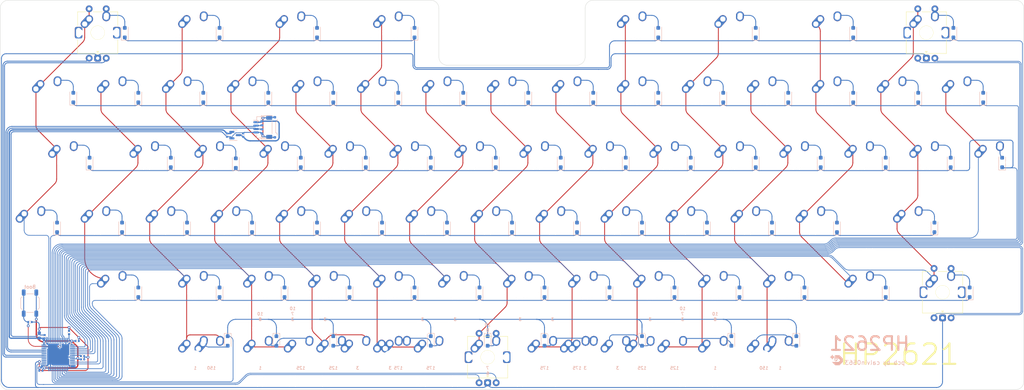
<source format=kicad_pcb>
(kicad_pcb (version 20221018) (generator pcbnew)
  (layers (0 "F.Cu" signal) (31 "B.Cu" signal) (34 "B.Paste" user) (35 "F.Paste" user) (36 "B.SilkS" user "B.Silkscreen") (37 "F.SilkS" user "F.Silkscreen") (38 "B.Mask" user) (39 "F.Mask" user) (44 "Edge.Cuts" user))
  (net 0 "")
  (net 1 "ROW0")
  (net 2 "row_1")
  (net 3 "Net-(D2-A)")
  (net 4 "Net-(D3-A)")
  (net 5 "Net-(D4-A)")
  (net 6 "Net-(D5-A)")
  (net 7 "Net-(D6-A)")
  (net 8 "Net-(D7-A)")
  (net 9 "row_2")
  (net 10 "ROW1")
  (net 11 "Net-(D9-A)")
  (net 12 "Net-(D10-A)")
  (net 13 "Net-(D11-A)")
  (net 14 "Net-(D12-A)")
  (net 15 "Net-(D13-A)")
  (net 16 "Net-(D14-A)")
  (net 17 "Net-(D15-A)")
  (net 18 "Net-(D16-A)")
  (net 19 "Net-(D17-A)")
  (net 20 "Net-(D18-A)")
  (net 21 "Net-(D19-A)")
  (net 22 "Net-(D20-A)")
  (net 23 "Net-(D21-A)")
  (net 24 "Net-(D22-A)")
  (net 25 "Net-(D23-A)")
  (net 26 "ROW2")
  (net 27 "Net-(D24-A)")
  (net 28 "Net-(D25-A)")
  (net 29 "Net-(D26-A)")
  (net 30 "Net-(D27-A)")
  (net 31 "Net-(D28-A)")
  (net 32 "Net-(D29-A)")
  (net 33 "Net-(D30-A)")
  (net 34 "Net-(D31-A)")
  (net 35 "Net-(D32-A)")
  (net 36 "Net-(D33-A)")
  (net 37 "Net-(D34-A)")
  (net 38 "Net-(D35-A)")
  (net 39 "Net-(D36-A)")
  (net 40 "Net-(D37-A)")
  (net 41 "Net-(D38-A)")
  (net 42 "ROW3")
  (net 43 "Net-(D39-A)")
  (net 44 "Net-(D40-A)")
  (net 45 "Net-(D41-A)")
  (net 46 "Net-(D42-A)")
  (net 47 "Net-(D43-A)")
  (net 48 "Net-(D44-A)")
  (net 49 "Net-(D45-A)")
  (net 50 "Net-(D46-A)")
  (net 51 "Net-(D47-A)")
  (net 52 "Net-(D48-A)")
  (net 53 "Net-(D49-A)")
  (net 54 "Net-(D50-A)")
  (net 55 "Net-(D51-A)")
  (net 56 "Net-(D52-A)")
  (net 57 "ROW4")
  (net 58 "Net-(D53-A)")
  (net 59 "Net-(D54-A)")
  (net 60 "Net-(D55-A)")
  (net 61 "Net-(D56-A)")
  (net 62 "Net-(D57-A)")
  (net 63 "Net-(D58-A)")
  (net 64 "Net-(D59-A)")
  (net 65 "Net-(D60-A)")
  (net 66 "Net-(D61-A)")
  (net 67 "Net-(D62-A)")
  (net 68 "Net-(D63-A)")
  (net 69 "Net-(D64-A)")
  (net 70 "row_3")
  (net 71 "ROW5")
  (net 72 "Net-(D66-A)")
  (net 73 "Net-(D67-A)")
  (net 74 "Net-(D68-A)")
  (net 75 "Net-(D69-A)")
  (net 76 "row_4")
  (net 77 "Net-(D71-A)")
  (net 78 "Net-(D72-A)")
  (net 79 "Net-(D73-A)")
  (net 80 "Net-(D74-A)")
  (net 81 "COL0")
  (net 82 "COL1")
  (net 83 "COL2")
  (net 84 "COL3")
  (net 85 "COL11")
  (net 86 "COL12")
  (net 87 "COL13")
  (net 88 "COL14")
  (net 89 "COL4")
  (net 90 "COL5")
  (net 91 "COL6")
  (net 92 "COL7")
  (net 93 "COL8")
  (net 94 "COL9")
  (net 95 "COL10")
  (net 96 "ENC_a")
  (net 97 "ENC_b")
  (net 98 "GND")
  (net 99 "ENC_c")
  (net 100 "ENC_d")
  (net 101 "ENC_e")
  (net 102 "ENC_f")
  (net 103 "ENC_g")
  (net 104 "ENC_h")
  (net 105 "+3V3")
  (net 106 "NRST")
  (net 107 "+5V")
  (net 108 "D_N")
  (net 109 "D_P")
  (net 110 "BOOT0")
  (net 111 "/A10")
  (net 112 "/B15")
  (net 113 "/B14")
  (net 114 "/B13")
  (net 115 "/A0")
  (net 116 "/A13")
  (footprint "PCM_marbastlib-xp-alps:SW_Alps_MX_1u" (layer "F.Cu") (at 64.29375 120.65)
    (fp_text reference "MX66" hide)
    (fp_text value "MX_SW_solder" hide)
  )
  (footprint "PCM_marbastlib-xp-alps:SW_Alps_MX_1.5u" (layer "F.Cu") (at 221.45625 25.4)
    (fp_text reference "MX6" hide)
    (fp_text value "MX_SW_solder" hide)
  )
  (footprint "PCM_marbastlib-xp-alps:SW_Alps_MX_1u" (layer "F.Cu") (at 240.50625 63.5)
    (fp_text reference "MX35" hide)
    (fp_text value "MX_SW_solder" hide)
  )
  (footprint "PCM_marbastlib-xp-alps:SW_Alps_MX_1u" (layer "F.Cu") (at 211.93125 44.45)
    (fp_text reference "MX19" hide)
    (fp_text value "MX_SW_solder" hide)
  )
  (footprint "PCM_marbastlib-xp-alps:SW_Alps_MX_1u" (layer "F.Cu") (at 121.44375 120.65)
    (fp_text reference "MX81" hide)
    (fp_text value "MX_SW_solder" hide)
  )
  (footprint "PCM_marbastlib-xp-alps:SW_Alps_MX_1u" (layer "F.Cu") (at 169.06875 82.55)
    (fp_text reference "MX47" hide)
    (fp_text value "MX_SW_solder" hide)
  )
  (footprint "PCM_marbastlib-xp-alps:SW_Alps_MX_1u" (layer "F.Cu") (at 278.60625 63.5)
    (fp_text reference "MX37" hide)
    (fp_text value "MX_SW_solder" hide)
  )
  (footprint "PCM_marbastlib-xp-alps:SW_Alps_MX_1u" (layer "F.Cu") (at 216.69375 120.65)
    (fp_text reference "MX73" hide)
    (fp_text value "MX_SW_solder" hide)
  )
  (footprint "PCM_marbastlib-xp-alps:SW_Alps_MX_1.5u" (layer "F.Cu") (at 192.88125 25.4)
    (fp_text reference "MX5" hide)
    (fp_text value "MX_SW_solder" hide)
  )
  (footprint "PCM_marbastlib-xp-alps:SW_Alps_MX_1u" (layer "F.Cu") (at 107.15625 63.5)
    (fp_text reference "MX28" hide)
    (fp_text value "MX_SW_solder" hide)
  )
  (footprint "PCM_marbastlib-xp-alps:SW_Alps_MX_1.5u" (layer "F.Cu") (at 69.05625 120.65)
    (fp_text reference "MX75" hide)
    (fp_text value "MX_SW_solder" hide)
  )
  (footprint "PCM_marbastlib-xp-alps:SW_Alps_MX_1u" (layer "F.Cu") (at 202.40625 63.5)
    (fp_text reference "MX33" hide)
    (fp_text value "MX_SW_solder" hide)
  )
  (footprint "PCM_marbastlib-xp-alps:SW_Alps_MX_1u" (layer "F.Cu") (at 207.16875 82.55)
    (fp_text reference "MX49" hide)
    (fp_text value "MX_SW_solder" hide)
  )
  (footprint "PCM_marbastlib-xp-alps:SW_Alps_MX_1u" (layer "F.Cu") (at 221.45625 63.5)
    (fp_text reference "MX34" hide)
    (fp_text value "MX_SW_solder" hide)
  )
  (footprint "PCM_marbastlib-mx:STAB_MX_3u" (layer "F.Cu") (at 121.44375 120.65 180)
    (fp_text reference "S5" hide)
    (fp_text value "3u")
  )
  (footprint "PCM_marbastlib-xp-alps:SW_Alps_MX_1u" (layer "F.Cu") (at 283.36875 101.6)
    (fp_text reference "MX65" hide)
    (fp_text value "MX_SW_solder" hide)
  )
  (footprint "PCM_marbastlib-mx:STAB_MX_3u" (layer "F.Cu") (at 178.59375 120.65 180)
    (fp_text reference "S6" hide)
    (fp_text value "3u")
  )
  (footprint "PCM_marbastlib-xp-alps:SW_Alps_MX_1u" (layer "F.Cu") (at 226.21875 82.55)
    (fp_text reference "MX50" hide)
    (fp_text value "MX_SW_solder" hide)
  )
  (footprint "PCM_marbastlib-xp-alps:SW_Alps_MX_1u" (layer "F.Cu") (at 102.39375 101.6)
    (fp_text reference "MX56" hide)
    (fp_text value "MX_SW_solder" hide)
  )
  (footprint "PCM_marbastlib-xp-alps:SW_Alps_MX_1u" (layer "F.Cu") (at 297.65625 63.5)
    (fp_text reference "MX38" hide)
    (fp_text value "MX_SW_solder" hide)
  )
  (footprint "PCM_marbastlib-xp-alps:SW_Alps_MX_1.5u" (layer "F.Cu") (at 121.44375 25.4)
    (fp_text reference "MX4" hide)
    (fp_text value "MX_SW_solder" hide)
  )
  (footprint "PCM_marbastlib-xp-alps:SW_Alps_MX_1.25u" (layer "F.Cu") (at 195.2625 120.65)
    (fp_text reference "MX72" hide)
    (fp_text value "MX_SW_solder" hide)
  )
  (footprint "PCM_marbastlib-xp-alps:SW_Alps_MX_1u" (layer "F.Cu") (at 235.74375 101.6)
    (fp_text reference "MX63" hide)
    (fp_text value "MX_SW_solder" hide)
  )
  (footprint "PCM_marbastlib-xp-alps:SW_Alps_MX_1.5u" (layer "F.Cu") (at 259.55625 101.6)
    (fp_text reference "MX64" hide)
    (fp_text value "MX_SW_solder" hide)
  )
  (footprint "PCM_marbastlib-xp-alps:SW_Alps_MX_1u" (layer "F.Cu") (at 121.44375 101.6)
    (fp_text reference "MX57" hide)
    (fp_text value "MX_SW_solder" hide)
  )
  (footprint "PCM_marbastlib-xp-alps:SW_Alps_MX_1u" (layer "F.Cu") (at 111.91875 82.55)
    (fp_text reference "MX44" hide)
    (fp_text value "MX_SW_solder" hide)
  )
  (footprint "PCM_marbastlib-xp-alps:SW_Alps_MX_1u" (layer "F.Cu") (at 78.58125 44.45)
    (fp_text reference "MX12" hide)
    (fp_text value "MX_SW_solder" hide)
  )
  (footprint "PCM_marbastlib-xp-alps:SW_Alps_MX_1.5u" (layer "F.Cu") (at 26.19375 63.5)
    (fp_text reference "MX24" hide)
    (fp_text value "MX_SW_solder" hide)
  )
  (footprint "PCM_marbastlib-xp-alps:SW_Alps_MX_1u" (layer "F.Cu") (at 216.69375 101.6)
    (fp_text reference "MX62" hide)
    (fp_text value "MX_SW_solder" hide)
  )
  (footprint "PCM_marbastlib-xp-alps:SW_Alps_MX_1u" (layer "F.Cu") (at 21.43125 44.45)
    (fp_text reference "MX9" hide)
    (fp_text value "MX_SW_solder" hide)
  )
  (footprint "PCM_marbastlib-xp-alps:SW_Alps_MX_1u" (layer "F.Cu") (at 269.08125 44.45)
    (fp_text reference "MX22" hide)
    (fp_text value "MX_SW_solder" hide)
  )
  (footprint "PCM_marbastlib-xp-alps:SW_Alps_MX_1u" (layer "F.Cu") (at 69.05625 63.5)
    (fp_text reference "MX26" hide)
    (fp_text value "MX_SW_solder" hide)
  )
  (footprint "PCM_marbastlib-xp-alps:SW_Alps_MX_1u" (layer "F.Cu") (at 197.64375 101.6)
    (fp_text reference "MX61" hide)
    (fp_text value "MX_SW_solder" hide)
  )
  (footprint "PCM_marbastlib-xp-alps:SW_Alps_MX_1.5u" (layer "F.Cu") (at 40.48125 101.6)
    (fp_text reference "MX53" hide)
    (fp_text value "MX_SW_solder" hide)
  )
  (footprint "PCM_marbastlib-xp-alps:SW_Alps_MX_1u" (layer "F.Cu") (at 154.78125 44.45)
    (fp_text reference "MX16" hide)
    (fp_text value "MX_SW_solder" hide)
  )
  (footprint "PCM_marbastlib-various:ROT_Alps_EC11E-Switch" (layer "F.Cu") (at 150.01875 120.65)
    (fp_text reference "SW4" hide)
    (fp_text value "RotaryEncoder_Switch")
  )
  (footprint "PCM_marbastlib-mx:STAB_MX_10u" (layer "F.Cu") (at 150.01875 120.65 180)
    (fp_text reference "S1" hide)
    (fp_text value "10u")
  )
  (footprint "PCM_marbastlib-xp-alps:SW_Alps_MX_1u" (layer "F.Cu") (at 54.76875 82.55)
    (fp_text reference "MX41" hide)
    (fp_text value "MX_SW_solder" hide)
  )
  (footprint "PCM_marbastlib-xp-alps:SW_Alps_MX_1u" (layer "F.Cu") (at 235.74375 120.65)
    (fp_text reference "MX74" hide)
    (fp_text value "MX_SW_solder" hide)
  )
  (footprint "PCM_marbastlib-xp-alps:SW_Alps_MX_1u" (layer "F.Cu") (at 250.03125 44.45)
    (fp_text reference "MX21" hide)
    (fp_text value "MX_SW_solder" hide)
  )
  (footprint "PCM_marbastlib-xp-alps:SW_Alps_MX_1.25u" (layer "F.Cu") (at 95.25 120.65)
    (fp_text reference "MX77" hide)
    (fp_text value "MX_SW_solder" hide)
  )
  (footprint "PCM_marbastlib-xp-alps:SW_Alps_MX_1u" (layer "F.Cu") (at 64.29375 101.6)
    (fp_text reference "MX54" hide)
    (fp_text value "MX_SW_solder" hide)
  )
  (footprint "PCM_marbastlib-xp-alps:SW_Alps_MX_1.75u" (layer "F.Cu") (at 133.35 120.65)
    (fp_text reference "MX69" hide)
    (fp_text value "MX_SW_solder" hide)
  )
  (footprint "PCM_marbastlib-xp-alps:SW_Alps_MX_1.75u" (layer "F.Cu") (at 176.2125 120.65)
    (fp_text reference "MX80" hide)
    (fp_text value "MX_SW_solder" hide)
  )
  (footprint "PCM_marbastlib-xp-alps:SW_Alps_MX_1u" (layer "F.Cu") (at 188.11875 82.55)
    (fp_text reference "MX48" hide)
    (fp_text value "MX_SW_solder" hide)
  )
  (footprint "PCM_marbastlib-xp-alps:SW_Alps_MX_1u" (layer "F.Cu") (at 83.34375 120.65)
    (fp_text reference "MX67" hide)
    (fp_text value "MX_SW_solder" hide)
  )
  (footprint "PCM_marbastlib-xp-alps:SW_Alps_MX_1u" (layer "F.Cu") (at 135.73125 44.45)
    (fp_text reference "MX15" hide)
    (fp_text value "MX_SW_solder" hide)
  )
  (footprint "PCM_marbastlib-xp-alps:SW_Alps_MX_1u" (layer "F.Cu") (at 126.20625 63.5)
    (fp_text reference "MX29" hide)
    (fp_text value "MX_SW_solder" hide)
  )
  (footprint "PCM_marbastlib-various:ROT_Alps_EC11E-Switch" (layer "F.Cu") (at 283.36875 101.6)
    (fp_text reference "SW3" hide)
    (fp_text value "RotaryEncoder_Switch")
  )
  (footprint "PCM_marbastlib-mx:STAB_MX_3u" (layer "F.Cu") (at 188.11875 120.65 180)
    (fp_text reference "S8" hide)
    (fp_text value "3u")
  )
  (footprint "PCM_marbastlib-xp-alps:SW_Alps_MX_1u" (layer "F.Cu") (at 97.63125 44.45)
    (fp_text reference "MX13" hide)
    (fp_text value "MX_SW_solder" hide)
  )
  (footprint "PCM_marbastlib-mx:STAB_MX_6u" (layer "F.Cu") (at 150.01875 120.65 180)
    (fp_text reference "S3" hide)
    (fp_text value "6u")
  )
  (footprint "PCM_marbastlib-xp-alps:SW_Alps_MX_1u" (layer "F.Cu") (at 259.55625 63.5)
    (fp_text reference "MX36" hide)
    (fp_text value "MX_SW_solder" hide)
  )
  (footprint "PCM_marbastlib-xp-alps:SW_Alps_MX_1u" (layer "F.Cu") (at 192.88125 44.45)
    (fp_text reference "MX18" hide)
    (fp_text value "MX_SW_solder" hide)
  )
  (footprint "PCM_marbastlib-xp-alps:SW_Alps_MX_1u" (layer "F.Cu") (at 92.86875 82.55)
    (fp_text reference "MX43" hide)
    (fp_text value "MX_SW_solder" hide)
  )
  (footprint "PCM_marbastlib-xp-alps:SW_Alps_MX_1u" (layer "F.Cu") (at 73.81875 82.55)
    (fp_text reference "MX42" hide)
    (fp_text value "MX_SW_solder" hide)
  )
  (footprint "PCM_marbastlib-xp-alps:SW_Alps_MX_1u" (layer "F.Cu") (at 35.71875 82.55)
    (fp_text reference "MX40" hide)
    (fp_text value "MX_SW_solder" hide)
  )
  (footprint "PCM_marbastlib-xp-alps:SW_Alps_MX_1u" (layer "F.Cu") (at 150.01875 120.65)
    (fp_text reference "MX70" hide)
    (fp_text value "MX_SW_solder" hide)
  )
  (footprint "PCM_marbastlib-xp-alps:SW_Alps_MX_1u" (layer "F.Cu") (at 150.01875 82.55)
    (fp_text reference "MX46" hide)
    (fp_text value "MX_SW_solder" hide)
  )
  (footprint "PCM_marbastlib-xp-alps:SW_Alps_MX_1.75u" (layer "F.Cu") (at 123.825 120.65)
    (fp_text reference "MX79" hide)
    (fp_text value "MX_SW_solder" hide)
  )
  (footprint "PCM_marbastlib-xp-alps:SW_Alps_MX_1u" (layer "F.Cu") (at 116.68125 44.45)
    (fp_text reference "MX14" hide)
    (fp_text value "MX_SW_solder" hide)
  )
  (footprint "PCM_marbastlib-xp-alps:SW_Alps_MX_1u" (layer "F.Cu") (at 178.59375 120.65)
    (fp_text reference "MX83" hide)
    (fp_text value "MX_SW_solder" hide)
  )
  (footprint "PCM_marbastlib-xp-alps:SW_Alps_MX_1u" (layer "F.Cu") (at 145.25625 63.5)
    (fp_text reference "MX30" hide)
    (fp_text value "MX_SW_solder" hide)
  )
  (footprint "PCM_marbastlib-xp-alps:SW_Alps_MX_1u" (layer "F.Cu") (at 140.49375 101.6)
    (fp_text reference "MX58" hide)
    (fp_text value "MX_SW_solder" hide)
  )
  (footprint "PCM_marbastlib-xp-alps:SW_Alps_MX_1u" (layer "F.Cu") (at 188.11875 120.65)
    (fp_text reference "MX84" hide)
    (fp_text value "MX_SW_solder" hide)
  )
  (footprint "PCM_marbastlib-xp-alps:SW_Alps_MX_1u" (layer "F.Cu") (at 111.91875 120.65)
    (fp_text reference "MX82" hide)
    (fp_text value "MX_SW_solder" hide)
  )
  (footprint "PCM_marbastlib-xp-alps:SW_Alps_MX_1.75u" (layer "F.Cu") (at 166.6875 120.65)
    (fp_text reference "MX71" hide)
    (fp_text value "MX_SW_solder" hide)
  )
  (footprint "PCM_marbastlib-xp-alps:SW_Alps_MX_1u" (layer "F.Cu") (at 88.10625 63.5)
    (fp_text reference "MX27" hide)
    (fp_text value "MX_SW_solder" hide)
  )
  (footprint "PCM_marbastlib-xp-alps:SW_Alps_MX_1.25u" (layer "F.Cu") (at 204.7875 120.65)
    (fp_text reference "MX78" hide)
    (fp_text value "MX_SW_solder" hide)
  )
  (footprint "PCM_marbastlib-xp-alps:SW_Alps_MX_1u" (layer "F.Cu") (at 59.53125 44.45)
    (fp_text reference "MX11" hide)
    (fp_text value "MX_SW_solder" hide)
  )
  (footprint "PCM_marbastlib-xp-alps:SW_Alps_MX_1u" (layer "F.Cu") (at 273.84375 82.55)
    (fp_text reference "MX52" hide)
    (fp_text value "MX_SW_solder" hide)
  )
  (footprint "PCM_marbastlib-xp-alps:SW_Alps_MX_1u" (layer "F.Cu") (at 173.83125 44.45)
    (fp_text reference "MX17" hide)
    (fp_text value "MX_SW_solder" hide)
  )
  (footprint "PCM_marbastlib-xp-alps:SW_Alps_MX_1.5u" (layer "F.Cu") (at 92.86875 25.4)
    (fp_text reference "MX3" hide)
    (fp_text value "MX_SW_solder" hide)
  )
  (footprint "PCM_marbastlib-xp-alps:SW_Alps_MX_1u" (layer "F.Cu") (at 40.48125 44.45)
    (fp_text reference "MX10" hide)
    (fp_text value "MX_SW_solder" hide)
  )
  (footprint "PCM_marbastlib-xp-alps:SW_Alps_MX_1u" (layer "F.Cu") (at 230.98125 44.45)
    (fp_text reference "MX20" hide)
    (fp_text value "MX_SW_solder" hide)
  )
  (footprint "PCM_marbastlib-various:ROT_Alps_EC11E-Switch" (layer "F.Cu") (at 278.60625 25.4)
    (fp_text reference "SW2" hide)
    (fp_text value "RotaryEncoder_Switch")
  )
  (footprint "PCM_marbastlib-xp-alps:SW_Alps_MX_1.5u" (layer "F.Cu") (at 250.03125 25.4)
    (fp_text reference "MX7" hide)
    (fp_text value "MX_SW_solder" hide)
  )
  (footprint "PCM_marbastlib-xp-alps:SW_Alps_MX_1u" (layer "F.Cu") (at 130.96875 82.55)
    (fp_text reference "MX45" hide)
    (fp_text value "MX_SW_solder" hide)
  )
  (footprint "PCM_marbastlib-xp-alps:SW_Alps_MX_1u" (layer "F.Cu") (at 50.00625 63.5)
    (fp_text reference "MX25" hide)
    (fp_text value "MX_SW_solder" hide)
  )
  (footprint "PCM_marbastlib-xp-alps:SW_Alps_MX_1u" (layer "F.Cu") (at 178.59375 101.6)
    (fp_text reference "MX60" hide)
    (fp_text value "MX_SW_solder" hide)
  )
  (footprint "PCM_marbastlib-xp-alps:SW_Alps_MX_1.5u" (layer "F.Cu") (at 278.60625 25.4)
    (fp_text reference "MX8" hide)
    (fp_text value "MX_SW_solder" hide)
  )
  (footprint "PCM_marbastlib-xp-alps:SW_Alps_MX_1u" (layer "F.Cu") (at 16.66875 82.55)
    (fp_text reference "MX39" hide)
    (fp_text value "MX_SW_solder" hide)
  )
  (footprint "PCM_marbastlib-xp-alps:SW_Alps_MX_1u" (layer "F.Cu") (at 288.13125 44.45)
    (fp_text reference "MX23" hide)
    (fp_text value "MX_SW_solder" hide)
  )
  (footprint "PCM_marbastlib-xp-alps:SW_Alps_MX_1u" (layer "F.Cu") (at 159.54375 101.6)
    (fp_text reference "MX59" hide)
    (fp_text value "MX_SW_solder" hide)
  )
  (footprint "PCM_marbastlib-xp-alps:SW_Alps_MX_1.5u" (layer "F.Cu") (at 35.71875 25.4)
    (fp_text reference "MX1" hide)
    (fp_text value "MX_SW_solder" hide)
  )
  (footprint "PCM_marbastlib-xp-alps:SW_Alps_MX_1.5u" (layer "F.Cu") (at 230.98125 120.65)
    (fp_text reference "MX76" hide)
    (fp_text value "MX_SW_solder" hide)
  )
  (footprint "PCM_marbastlib-mx:STAB_MX_3u" (layer "F.Cu") (at 111.91875 120.65 180)
    (fp_text reference "S7" hide)
    (fp_text value "3u")
  )
  (footprint "PCM_marbastlib-xp-alps:SW_Alps_MX_1u" (layer "F.Cu") (at 183.35625 63.5)
    (fp_text reference "MX32" hide)
    (fp_text value "MX_SW_solder" hide)
  )
  (footprint "PCM_marbastlib-mx:STAB_MX_2u" (layer "F.Cu") (at 273.84375 82.55)
    (fp_text reference "S9" hide)
    (fp_text value "2u")
  )
  (footprint "PCM_marbastlib-xp-alps:SW_Alps_MX_1.25u" (layer "F.Cu") (at 104.775 120.65)
    (fp_text reference "MX68" hide)
    (fp_text value "MX_SW_solder" hide)
  )
  (footprint "PCM_marbastlib-xp-alps:SW_Alps_MX_1u" (layer "F.Cu") (at 164.30625 63.5)
    (fp_text reference "MX31" hide)
    (fp_text value "MX_SW_solder" hide)
  )
  (footprint "PCM_marbastlib-xp-alps:SW_Alps_MX_1u" (layer "F.Cu") (at 245.26875 82.55)
    (fp_text reference "MX51" hide)
    (fp_text value "MX_SW_solder" hide)
  )
  (footprint "PCM_marbastlib-various:ROT_Alps_EC11E-Switch" (layer "F.Cu") (at 35.71875 25.4)
    (fp_text reference "SW1" hide)
    (fp_text value "RotaryEncoder_Switch")
  )
  (footprint "PCM_marbastlib-xp-alps:SW_Alps_MX_1u" (layer "F.Cu") (at 83.34375 101.6)
    (fp_text reference "MX55" hide)
    (fp_text value "MX_SW_solder" hide)
  )
  (footprint "PCM_marbastlib-xp-alps:SW_Alps_MX_1.5u" (layer "F.Cu") (at 64.29375 25.4)
    (fp_text reference "MX2" hide)
    (fp_text value "MX_SW_solder" hide)
  )
  (footprint "Connector_JST:JST_SH_SM04B-SRSS-TB_1x04-1MP_P1.00mm_Horizontal" (layer "B.Cu") (at 84.1375 53.18125 -90)
    (fp_text reference "J1" hide)
    (fp_text value "JST SH")
  )
  (footprint "Diode_SMD:D_SOD-123F" (layer "B.Cu") (at 133.35 63.5 90)
    (fp_text reference "D29" hide)
    (fp_text value "D_Small")
  )
  (footprint "Diode_SMD:D_SOD-123F" (layer "B.Cu") (at 185.7375 101.6 90)
    (fp_text reference "D60" hide)
    (fp_text value "D_Small")
  )
  (footprint "Package_QFP:LQFP-48_7x7mm_P0.5mm" (layer "B.Cu") (at 24.14375 119.85625 180)
    (fp_text reference "U2" hide)
    (fp_text value "STM32F072CBT6")
  )
  (footprint "Diode_SMD:D_SOD-123F" (layer "B.Cu") (at 95.25 63.5 90)
    (fp_text reference "D27" hide)
    (fp_text value "D_Small")
  )
  (footprint "Diode_SMD:D_SOD-123F" (layer "B.Cu") (at 286.54375 25.4 90)
    (fp_text reference "D8" hide)
    (fp_text value "D_Small")
  )
  (footprint "Capacitor_SMD:C_0402_1005Metric" (layer "B.Cu") (at 20.175 114.61375 90)
    (fp_text reference "C5" hide)
    (fp_text value "100nF")
  )
  (footprint "Diode_SMD:D_SOD-123F" (layer "B.Cu") (at 47.625 44.45 90)
    (fp_text reference "D10" hide)
    (fp_text value "D_Small")
  )
  (footprint "Diode_SMD:D_SOD-123F" (layer "B.Cu") (at 285.75 63.5 90)
    (fp_text reference "D37" hide)
    (fp_text value "D_Small")
  )
  (footprint "Capacitor_SMD:C_0402_1005Metric" (layer "B.Cu") (at 31.2875 120.313728)
    (fp_text reference "C7" hide)
    (fp_text value "100nF")
  )
  (footprint "Diode_SMD:D_SOD-123F" (layer "B.Cu") (at 204.7875 101.6 90)
    (fp_text reference "D61" hide)
    (fp_text value "D_Small")
  )
  (footprint "Diode_SMD:D_SOD-123F" (layer "B.Cu") (at 152.4 63.5 90)
    (fp_text reference "D30" hide)
    (fp_text value "D_Small")
  )
  (footprint "Diode_SMD:D_SOD-123F" (layer "B.Cu") (at 291.30625 101.6 90)
    (fp_text reference "D65" hide)
    (fp_text value "D_Small")
  )
  (footprint "Capacitor_SMD:C_0402_1005Metric" (layer "B.Cu") (at 73.606237 55.472595 90)
    (fp_text reference "C9" hide)
    (fp_text value "1uF")
  )
  (footprint "Diode_SMD:D_SOD-123F" (layer "B.Cu") (at 195.2625 115.8875 -90)
    (fp_text reference "D72" hide)
    (fp_text value "D_Small")
  )
  (footprint "Diode_SMD:D_SOD-123F" (layer "B.Cu") (at 80.9625 82.55 90)
    (fp_text reference "D42" hide)
    (fp_text value "D_Small")
  )
  (footprint "Diode_SMD:D_SOD-123F" (layer "B.Cu") (at 104.775 44.45 90)
    (fp_text reference "D13" hide)
    (fp_text value "D_Small")
  )
  (footprint "Diode_SMD:D_SOD-123F" (layer "B.Cu") (at 166.6875 115.8875 -90)
    (fp_text reference "D71" hide)
    (fp_text value "D_Small")
  )
  (footprint "Diode_SMD:D_SOD-123F" (layer "B.Cu") (at 114.3 63.5 90)
    (fp_text reference "D28" hide)
    (fp_text value "D_Small")
  )
  (footprint "Diode_SMD:D_SOD-123F" (layer "B.Cu") (at 223.8375 101.6 90)
    (fp_text reference "D62" hide)
    (fp_text value "D_Small")
  )
  (footprint "Diode_SMD:D_SOD-123F" (layer "B.Cu") (at 100.0125 82.55 90)
    (fp_text reference "D43" hide)
    (fp_text value "D_Small")
  )
  (footprint "Diode_SMD:D_SOD-123F" (layer "B.Cu") (at 171.45 63.5 90)
    (fp_text reference "D31" hide)
    (fp_text value "D_Small")
  )
  (footprint "Diode_SMD:D_SOD-123F" (layer "B.Cu") (at 180.975 44.45 90)
    (fp_text reference "D17" hide)
    (fp_text value "D_Small")
  )
  (footprint "Diode_SMD:D_SOD-123F" (layer "B.Cu") (at 100.0125 25.4 90)
    (fp_text reference "D3" hide)
    (fp_text value "D_Small")
  )
  (footprint "Diode_SMD:D_SOD-123F" (layer "B.Cu") (at 23.8125 82.55 90)
    (fp_text reference "D39" hide)
    (fp_text value "D_Small")
  )
  (footprint "LOGO" (layer "B.Cu") (at 252.4125 121.44375 180)
    (fp_text reference "G***" hide)
    (fp_text value "LOGO" hide)
  )
  (footprint "Capacitor_SMD:C_0402_1005Metric" (layer "B.Cu") (at 19.0675 124.61875 180)
    (fp_text reference "C4" hide)
    (fp_text value "100nF")
  )
  (footprint "Diode_SMD:D_SOD-123F" (layer "B.Cu") (at 71.4375 101.6 90)
    (fp_text reference "D54" hide)
    (fp_text value "D_Small")
  )
  (footprint "Diode_SMD:D_SOD-123F" (layer "B.Cu") (at 228.6 25.4 90)
    (fp_text reference "D6" hide)
    (fp_text value "D_Small")
  )
  (footprint "Capacitor_SMD:C_0402_1005Metric" (layer "B.Cu") (at 27.31875 113.410483 90)
    (fp_text reference "C1" hide)
    (fp_text value "100nF")
  )
  (footprint "Diode_SMD:D_SOD-123F" (layer "B.Cu") (at 276.225 44.45 90)
    (fp_text reference "D22" hide)
    (fp_text value "D_Small")
  )
  (footprint "Diode_SMD:D_SOD-123F" (layer "B.Cu") (at 123.825 44.45 90)
    (fp_text reference "D14" hide)
    (fp_text value "D_Small")
  )
  (footprint "Diode_SMD:D_SOD-123F" (layer "B.Cu") (at 66.675 44.45 90)
    (fp_text reference "D11" hide)
    (fp_text value "D_Small")
  )
  (footprint "Diode_SMD:D_SOD-123F" (layer "B.Cu") (at 42.8625 82.55 90)
    (fp_text reference "D40" hide)
    (fp_text value "D_Small")
  )
  (footprint "Diode_SMD:D_SOD-123F" (layer "B.Cu") (at 142.875 44.45 90)
    (fp_text reference "D15" hide)
    (fp_text value "D_Small")
  )
  (footprint "Diode_SMD:D_SOD-123F" (layer "B.Cu") (at 200.025 44.45 90)
    (fp_text reference "D18" hide)
    (fp_text value "D_Small")
  )
  (footprint "Diode_SMD:D_SOD-123F" (layer "B.Cu") (at 88.10625 115.8875 -90)
    (fp_text reference "D67" hide)
    (fp_text value "D_Small")
  )
  (footprint "Capacitor_SMD:C_0402_1005Metric" (layer "B.Cu") (at 31.292236 121.289389)
    (fp_text reference "C3" hide)
    (fp_text value "100nF")
  )
  (footprint "Diode_SMD:D_SOD-123F" (layer "B.Cu") (at 57.15 63.5 90)
    (fp_text reference "D25" hide)
    (fp_text value "D_Small")
  )
  (footprint "Diode_SMD:D_SOD-123F" (layer "B.Cu") (at 161.925 44.45 90)
    (fp_text reference "D16" hide)
    (fp_text value "D_Small")
  )
  (footprint "Diode_SMD:D_SOD-123F" (layer "B.Cu") (at 133.35 115.8875 -90)
    (fp_text reference "D69" hide)
    (fp_text value "D_Small")
  )
  (footprint "Diode_SMD:D_SOD-123F" (layer "B.Cu") (at 150.01875 115.8875 -90)
    (fp_text reference "D70" hide)
    (fp_text value "D_Small")
  )
  (footprint "Diode_SMD:D_SOD-123F" (layer "B.Cu") (at 257.175 25.4 90)
    (fp_text reference "D7" hide)
    (fp_text value "D_Small")
  )
  (footprint "Diode_SMD:D_SOD-123F" (layer "B.Cu") (at 242.8875 101.6 90)
    (fp_text reference "D63" hide)
    (fp_text value "D_Small")
  )
  (footprint "Diode_SMD:D_SOD-123F" (layer "B.Cu") (at 200.025 25.4 90)
    (fp_text reference "D5" hide)
    (fp_text value "D_Small")
  )
  (footprint "Diode_SMD:D_SOD-123F" (layer "B.Cu") (at 33.3375 63.5 90)
    (fp_text reference "D24" hide)
    (fp_text value "D_Small")
  )
  (footprint "Capacitor_SMD:C_0402_1005Metric" (layer "B.Cu") (at 78.368737 55.472595 -90)
    (fp_text reference "C8" hide)
    (fp_text value "1uF")
  )
  (footprint "Diode_SMD:D_SOD-123F" (layer "B.Cu") (at 138.1125 82.55 90)
    (fp_text reference "D45" hide)
    (fp_text value "D_Small")
  )
  (footprint "PCM_marbastlib-various:SW_SPST_SKQG_WithStem" (layer "B.Cu") (at 15.875 104.775 90)
    (fp_text reference "SW5" hide)
    (fp_text value "SKQGABE010")
  )
  (footprint "Diode_SMD:D_SOD-123F" (layer "B.Cu") (at 104.775 115.8875 -90)
    (fp_text reference "D68" hide)
    (fp_text value "D_Small")
  )
  (footprint "Capacitor_SMD:C_0402_1005Metric" (layer "B.Cu") (at 29.7 115.8875)
    (fp_text reference "C2" hide)
    (fp_text value "100nF")
  )
  (footprint "Diode_SMD:D_SOD-123F" (layer "B.Cu") (at 209.55 63.5 90)
    (fp_text reference "D33" hide)
    (fp_text value "D_Small")
  )
  (footprint "Diode_SMD:D_SOD-123F" (layer "B.Cu") (at 47.625 101.6 90)
    (fp_text reference "D53" hide)
    (fp_text value "D_Small")
  )
  (footprint "Diode_SMD:D_SOD-123F" (layer "B.Cu") (at 157.1625 82.55 90)
    (fp_text reference "D46" hide)
    (fp_text value "D_Small")
  )
  (footprint "Diode_SMD:D_SOD-123F" (layer "B.Cu") (at 228.6 63.5 90)
    (fp_text reference "D34" hide)
    (fp_text value "D_Small")
  )
  (footprint "Diode_SMD:D_SOD-123F" (layer "B.Cu") (at 221.45625 115.8875 -90)
    (fp_text reference "D73" hide)
    (fp_text value "D_Small")
  )
  (footprint "Diode_SMD:D_SOD-123F" (layer "B.Cu") (at 166.6875 101.6 90)
    (fp_text reference "D59" hide)
    (fp_text value "D_Small")
  )
  (footprint "Diode_SMD:D_SOD-123F" (layer "B.Cu") (at 147.6375 101.6 90)
    (fp_text reference "D58" hide)
    (fp_text value "D_Small")
  )
  (footprint "Diode_SMD:D_SOD-123F" (layer "B.Cu") (at 90.4875 101.6 90)
    (fp_text reference "D55" hide)
    (fp_text value "D_Small")
  )
  (footprint "Diode_SMD:D_SOD-123F" (layer "B.Cu") (at 109.5375 101.6 90)
    (fp_text reference "D56" hide)
    (fp_text value "D_Small")
  )
  (footprint "Package_TO_SOT_SMD:SOT-23" (layer "B.Cu") (at 75.987487 55.472595)
    (fp_text reference "U1" hide)
    (fp_text value "XC6206PxxxMR-Regulator_Linear")
  )
  (footprint "Diode_SMD:D_SOD-123F" (layer "B.Cu") (at 233.3625 82.55 90)
    (fp_text reference "D50" hide)
    (fp_text value "D_Small")
  )
  (footprint "Capacitor_SMD:C_0603_1608Metric" (layer "B.Cu") (at 18.5875 114.3 90)
    (fp_text reference "C6" hide)
    (fp_text value "10uF")
  )
  (footprint "Diode_SMD:D_SOD-123F" (layer "B.Cu") (at 43.65625 25.4 90)
    (fp_text reference "D1" hide)
    (fp_text value "D_Small")
  )
  (footprint "Diode_SMD:D_SOD-123F" (layer "B.Cu") (at 266.7 63.5 90)
    (fp_text reference "D36" hide)
    (fp_text value "D_Small")
  )
  (footprint "Diode_SMD:D_SOD-123F" (layer "B.Cu") (at 28.575 44.45 90)
    (fp_text reference "D9" hide)
    (fp_text value "D_Small")
  )
  (footprint "Diode_SMD:D_SOD-123F" (layer "B.Cu") (at 119.0625 82.55 90)
    (fp_text reference "D44" hide)
    (fp_text value "D_Small")
  )
  (footprint "Diode_SMD:D_SOD-123F" (layer "B.Cu") (at 280.9875 82.55 90)
    (fp_text reference "D52" hide)
    (fp_text value "D_Small")
  )
  (footprint "Connector_Molex:Molex_Pico-EZmate_78171-0004_1x04-1MP_P1.20mm_Vertical" (layer "B.Cu") (at 85.725 53.18125 -90)
    (fp_text reference "J2" hide)
    (fp_text value "Pico EZmate")
  )
  (footprint "Diode_SMD:D_SOD-123F" (layer "B.Cu") (at 73.81875 115.8875 -90)
    (fp_text reference "D66" hide)
    (fp_text value "D_Small")
  )
  (footprint "Diode_SMD:D_SOD-123F" (layer "B.Cu") (at 85.725 44.45 90)
    (fp_text reference "D12" hide)
    (fp_text value "D_Small")
  )
  (footprint "Diode_SMD:D_SOD-123F" (layer "B.Cu") (at 266.7 101.6 90)
    (fp_text reference "D64" hide)
    (fp_text value "D_Small")
  )
  (footprint "Diode_SMD:D_SOD-123F" (layer "B.Cu") (at 247.65 63.5 90)
    (fp_text reference "D35" hide)
    (fp_text value "D_Small")
  )
  (footprint "Diode_SMD:D_SOD-123F" (layer "B.Cu") (at 252.4125 82.55 90)
    (fp_text reference "D51" hide)
    (fp_text value "D_Small")
  )
  (footprint "Diode_SMD:D_SOD-123F" (layer "B.Cu") (at 61.9125 82.55 90)
    (fp_text reference "D41" hide)
    (fp_text value "D_Small")
  )
  (footprint "Diode_SMD:D_SOD-123F" (layer "B.Cu") (at 176.2125 82.55 90)
    (fp_text reference "D47" hide)
    (fp_text value "D_Small")
  )
  (footprint "Diode_SMD:D_SOD-123F" (layer "B.Cu") (at 128.5875 25.4 90)
    (fp_text reference "D4" hide)
    (fp_text value "D_Small")
  )
  (footprint "Diode_SMD:D_SOD-123F" (layer "B.Cu") (at 240.50625 115.8875 -90)
    (fp_text reference "D74" hide)
    (fp_text value "D_Small")
  )
  (footprint "Diode_SMD:D_SOD-123F" (layer "B.Cu") (at 76.2 63.6875 90)
    (fp_text reference "D26" hide)
    (fp_text value "D_Small")
  )
  (footprint "Diode_SMD:D_SOD-123F" (layer "B.Cu") (at 190.5 63.5 90)
    (fp_text reference "D32" hide)
    (fp_text value "D_Small")
  )
  (footprint "Diode_SMD:D_SOD-123F" (layer "B.Cu") (at 257.175 44.45 90)
    (fp_text reference "D21" hide)
    (fp_text value "D_Small")
  )
  (footprint "Diode_SMD:D_SOD-123F" (layer "B.Cu") (at 195.2625 82.55 90)
    (fp_text reference "D48" hide)
    (fp_text value "D_Small")
  )
  (footprint "Diode_SMD:D_SOD-123F" (layer "B.Cu") (at 300.83125 63.5 90)
    (fp_text reference "D38" hide)
    (fp_text value "D_Small")
  )
  (footprint "Diode_SMD:D_SOD-123F" (layer "B.Cu") (at 295.275 44.45 90)
    (fp_text reference "D23" hide)
    (fp_text value "D_Small")
  )
  (footprint "Diode_SMD:D_SOD-123F" (layer "B.Cu") (at 71.4375 25.4 90)
    (fp_text reference "D2" hide)
    (fp_text value "D_Small")
  )
  (footprint "Diode_SMD:D_SOD-123F" (layer "B.Cu") (at 128.5875 101.6 90)
    (fp_text reference "D57" hide)
    (fp_text value "D_Small")
  )
  (footprint "Diode_SMD:D_SOD-123F" (layer "B.Cu") (at 238.125 44.45 90)
    (fp_text reference "D20" hide)
    (fp_text value "D_Small")
  )
  (footprint "Resistor_SMD:R_0402_1005Metric" (layer "B.Cu") (at 15.875 110.33125)
    (fp_text reference "R1" hide)
    (fp_text value "10k")
  )
  (footprint "Diode_SMD:D_SOD-123F" (layer "B.Cu") (at 219.075 44.45 90)
    (fp_text reference "D19" hide)
    (fp_text value "D_Small")
  )
  (footprint "Diode_SMD:D_SOD-123F" (layer "B.Cu") (at 214.3125 82.55 90)
    (fp_text reference "D49" hide)
    (fp_text value "D_Small")
  )
  (gr_line (start 178.59375 32.54375) (end 178.59375 18.25625) (stroke (width 0.1)) (layer "Edge.Cuts"))
  (gr_arc (start 178.59375 32.54375) (mid 177.896298 34.227548) (end 176.2125 34.925) (stroke (width 0.1)) (layer "Edge.Cuts"))
  (gr_line (start 307.18125 18.25625) (end 307.18125 127.79375) (stroke (width 0.1)) (layer "Edge.Cuts"))
  (gr_line (start 135.73125 18.25625) (end 135.73125 32.54375) (stroke (width 0.1)) (layer "Edge.Cuts"))
  (gr_arc (start 133.35 15.875) (mid 135.033798 16.572452) (end 135.73125 18.25625) (stroke (width 0.1)) (layer "Edge.Cuts"))
  (gr_line (start 138.1125 34.925) (end 176.2125 34.925) (stroke (width 0.1)) (layer "Edge.Cuts"))
  (gr_line (start 7.14375 127.79375) (end 7.14375 18.25625) (stroke (width 0.1)) (layer "Edge.Cuts"))
  (gr_arc (start 307.18125 127.79375) (mid 306.483798 129.477548) (end 304.8 130.175) (stroke (width 0.1)) (layer "Edge.Cuts"))
  (gr_line (start 304.8 130.175) (end 9.525 130.175) (stroke (width 0.1)) (layer "Edge.Cuts"))
  (gr_arc (start 9.525 130.175) (mid 7.841202 129.477548) (end 7.14375 127.79375) (stroke (width 0.1)) (layer "Edge.Cuts"))
  (gr_arc (start 138.1125 34.925) (mid 136.428702 34.227548) (end 135.73125 32.54375) (stroke (width 0.1)) (layer "Edge.Cuts"))
  (gr_line (start 180.975 15.875) (end 304.8 15.875) (stroke (width 0.1)) (layer "Edge.Cuts"))
  (gr_arc (start 7.14375 18.25625) (mid 7.841202 16.572452) (end 9.525 15.875) (stroke (width 0.1)) (layer "Edge.Cuts"))
  (gr_arc (start 178.59375 18.25625) (mid 179.291202 16.572452) (end 180.975 15.875) (stroke (width 0.1)) (layer "Edge.Cuts"))
  (gr_line (start 9.525 15.875) (end 133.35 15.875) (stroke (width 0.1)) (layer "Edge.Cuts"))
  (gr_arc (start 304.8 15.875) (mid 306.483798 16.572452) (end 307.18125 18.25625) (stroke (width 0.1)) (layer "Edge.Cuts"))
  (gr_text "3" (at 159.54375 109.5375) (layer "B.SilkS") (effects (font (size 0.9 0.9)) (justify mirror)))
  (gr_text "175" (at 123.825 123.825) (layer "B.SilkS") (effects (font (size 0.9 0.9)) (justify mirror)))
  (gr_text "1" (at 235.74375 123.825) (layer "B.SilkS") (effects (font (size 0.9 0.9)) (justify mirror)))
  (gr_text "pcb by calvin0563" (at 263.525 122.2375) (layer "B.SilkS") (effects (font (size 1.25 1.25)) (justify mirror)))
  (gr_text "6" (at 150.035291 125.386205) (layer "B.SilkS") (effects (font (size 0.9 0.9)) (justify mirror)))
  (gr_text "1" (at 216.69375 123.825) (layer "B.SilkS") (effects (font (size 0.9 0.9)) (justify mirror)))
  (gr_text "125" (at 104.775 123.825) (layer "B.SilkS") (effects (font (size 0.9 0.9)) (justify mirror)))
  (gr_text "7" (at 150.01875 123.825) (layer "B.SilkS") (effects (font (size 0.9 0.9)) (justify mirror)))
  (gr_text "175" (at 166.6875 123.825) (layer "B.SilkS") (effects (font (size 0.9 0.9)) (justify mirror)))
  (gr_text "3" (at 169.06875 109.5375) (layer "B.SilkS") (effects (font (size 0.9 0.9)) (justify mirror)))
  (gr_text "10" (at 150.01875 111.125) (layer "B.SilkS") (effects (font (size 0.9 0.9)) (justify mirror)))
  (gr_text "8" (at 216.69375 109.5375) (layer "B.SilkS") (effects (font (size 0.9 0.9)) (justify mirror)))
  (gr_text "3" (at 111.91875 123.825) (layer "B.SilkS") (effects (font (size 0.9 0.9)) (justify mirror)))
  (gr_text "3" (at 140.49375 109.5375) (layer "B.SilkS") (effects (font (size 0.9 0.9)) (justify mirror)))
  (gr_text "3" (at 188.11875 123.825) (layer "B.SilkS") (effects (font (size 0.9 0.9)) (justify mirror)))
  (gr_text "125" (at 204.7875 123.825) (layer "B.SilkS") (effects (font (size 0.9 0.9)) (justify mirror)))
  (gr_text "HP2621" (at 261.9375 116.68125) (layer "B.SilkS") (effects (font (size 4 4) (thickness 0.6) bold) (justify mirror)))
  (gr_text "1" (at 83.34375 123.825) (layer "B.SilkS") (effects (font (size 0.9 0.9)) (justify mirror)))
  (gr_text "8" (at 150.01875 112.7125) (layer "B.SilkS") (effects (font (size 0.9 0.9)) (justify mirror)))
  (gr_text "3" (at 207.16875 109.5375) (layer "B.SilkS") (effects (font (size 0.9 0.9)) (justify mirror)))
  (gr_text "3" (at 121.44375 123.825) (layer "B.SilkS") (effects (font (size 0.9 0.9)) (justify mirror)))
  (gr_text "10" (at 83.34375 107.95) (layer "B.SilkS") (effects (font (size 0.9 0.9)) (justify mirror)))
  (gr_text "7" (at 92.86875 107.95) (layer "B.SilkS") (effects (font (size 0.9 0.9)) (justify mirror)))
  (gr_text "175" (at 176.2125 123.825) (layer "B.SilkS") (effects (font (size 0.9 0.9)) (justify mirror)))
  (gr_text "3" (at 178.59375 123.825) (layer "B.SilkS") (effects (font (size 0.9 0.9)) (justify mirror)))
  (gr_text "3" (at 130.96875 109.5375) (layer "B.SilkS") (effects (font (size 0.9 0.9)) (justify mirror)))
  (gr_text "10" (at 216.69375 107.95) (layer "B.SilkS") (effects (font (size 0.9 0.9)) (justify mirror)))
  (gr_text "3" (at 102.39375 109.5375) (layer "B.SilkS") (effects (font (size 0.9 0.9)) (justify mirror)))
  (gr_text "10" (at 92.86875 106.3625) (layer "B.SilkS") (effects (font (size 0.9 0.9)) (justify mirror)))
  (gr_text "1" (at 64.29375 123.825) (layer "B.SilkS") (effects (font (size 0.9 0.9)) (justify mirror)))
  (gr_text "10" (at 207.16875 106.3625) (layer "B.SilkS") (effects (font (size 0.9 0.9)) (justify mirror)))
  (gr_text "150" (at 230.98125 123.825) (layer "B.SilkS") (effects (font (size 0.9 0.9)) (justify mirror)))
  (gr_text "150" (at 69.05625 123.825) (layer "B.SilkS") (effects (font (size 0.9 0.9)) (justify mirror)))
  (gr_text "7" (at 207.16875 107.95) (layer "B.SilkS") (effects (font (size 0.9 0.9)) (justify mirror)))
  (gr_text "125" (at 95.25 123.825) (layer "B.SilkS") (effects (font (size 0.9 0.9)) (justify mirror)))
  (gr_text "3" (at 92.86875 109.5375) (layer "B.SilkS") (effects (font (size 0.9 0.9)) (justify mirror)))
  (gr_text "Boot" (at 15.875 100.0125) (layer "B.SilkS") (effects (font (size 1 1)) (justify mirror)))
  (gr_text "3" (at 197.64375 109.5375) (layer "B.SilkS") (effects (font (size 0.9 0.9)) (justify mirror)))
  (gr_text "8" (at 83.34375 109.5375) (layer "B.SilkS") (effects (font (size 0.9 0.9)) (justify mirror)))
  (gr_text "125" (at 195.2625 123.825) (layer "B.SilkS") (effects (font (size 0.9 0.9)) (justify mirror)))
  (gr_text "175" (at 133.35 123.825) (layer "B.SilkS") (effects (font (size 0.9 0.9)) (justify mirror)))
  (gr_text "HP2621" (at 270.66875 119.85625) (layer "F.SilkS") (effects (font (size 6 6) (thickness 0.6) bold)))
  (segment (start 127.6186 27.7689) (end 100.9814 27.7689) (width 0.25) (layer "B.Cu") (net 1))
  (segment (start 227.6311 27.7689) (end 200.9939 27.7689) (width 0.25) (layer "B.Cu") (net 1))
  (segment (start 286.54375 26.8) (end 286.54375 26.9875) (width 0.2) (layer "B.Cu") (net 1))
  (segment (start 129.38125 35.71875) (end 184.94375 35.71875) (width 0.25) (layer "B.Cu") (net 1))
  (segment (start 25.052311 114.427678) (end 25.273634 114.649001) (width 0.2) (layer "B.Cu") (net 1))
  (segment (start 288.165927 27.78125) (end 305.85139 27.78125) (width 0.2) (layer "B.Cu") (net 1))
  (segment (start 256.2061 27.7689) (end 229.5689 27.7689) (width 0.25) (layer "B.Cu") (net 1))
  (segment (start 306.074882 87.6611) (end 252.892326 87.661101) (width 0.2) (layer "B.Cu") (net 1))
  (segment (start 24.89375 90.722901) (end 24.89375 114.044878) (width 0.2) (layer "B.Cu") (net 1))
  (segment (start 286.54375 26.9875) (end 286.751714 27.195464) (width 0.2) (layer "B.Cu") (net 1))
  (segment (start 249.463719 89.432854) (end 26.183797 89.432854) (width 0.2) (layer "B.Cu") (net 1))
  (segment (start 306.782367 28.712227) (end 306.782367 86.953615) (width 0.2) (layer "B.Cu") (net 1))
  (segment (start 70.4686 27.7689) (end 44.62515 27.7689) (width 0.25) (layer "B.Cu") (net 1))
  (segment (start 187.325 27.78125) (end 199.04375 27.78125) (width 0.25) (layer "B.Cu") (net 1))
  (segment (start 285.57485 27.7689) (end 258.1439 27.7689) (width 0.25) (layer "B.Cu") (net 1))
  (segment (start 25.39375 114.938987) (end 25.39375 115.69375) (width 0.2) (layer "B.Cu") (net 1))
  (segment (start 185.7375 34.13125) (end 185.7375 29.36875) (width 0.25) (layer "B.Cu") (net 1))
  (segment (start 128.5875 26.8) (end 128.5875 34.925) (width 0.25) (layer "B.Cu") (net 1))
  (segment (start 185.73755 34.1313) (end 185.73755 34.92495) (width 0.25) (layer "B.Cu") (net 1))
  (segment (start 251.478112 88.246888) (end 250.877932 88.847068) (width 0.2) (layer "B.Cu") (net 1))
  (segment (start 99.0436 27.7689) (end 72.4064 27.7689) (width 0.25) (layer "B.Cu") (net 1))
  (arc (start 305.85139 27.78125) (mid 306.50969 28.053927) (end 306.782367 28.712227) (width 0.2) (layer "B.Cu") (net 1))
  (arc (start 128.5875 26.8) (mid 128.303716 27.485116) (end 127.6186 27.7689) (width 0.25) (layer "B.Cu") (net 1))
  (arc (start 286.751714 27.195464) (mid 287.40056 27.629009) (end 288.165927 27.78125) (width 0.2) (layer "B.Cu") (net 1))
  (arc (start 199.04375 27.78125) (mid 199.737599 27.493849) (end 200.025 26.8) (width 0.25) (layer "B.Cu") (net 1))
  (arc (start 252.892326 87.661101) (mid 252.126959 87.813342) (end 251.478112 88.246888) (width 0.2) (layer "B.Cu") (net 1))
  (arc (start 100.9814 27.7689) (mid 100.296284 27.485116) (end 100.0125 26.8) (width 0.25) (layer "B.Cu") (net 1))
  (arc (start 185.73755 34.92495) (mid 185.505051 35.486251) (end 184.94375 35.71875) (width 0.25) (layer "B.Cu") (net 1))
  (arc (start 286.54375 26.8) (mid 286.259966 27.485116) (end 285.57485 27.7689) (width 0.25) (layer "B.Cu") (net 1))
  (arc (start 71.4375 26.8) (mid 71.153716 27.485116) (end 70.4686 27.7689) (width 0.25) (layer "B.Cu") (net 1))
  (arc (start 185.7375 29.36875) (mid 186.202468 28.246218) (end 187.325 27.78125) (width 0.25) (layer "B.Cu") (net 1))
  (arc (start 24.89375 114.044878) (mid 24.934958 114.252048) (end 25.052311 114.427678) (width 0.2) (layer "B.Cu") (net 1))
  (arc (start 100.0125 26.8) (mid 99.728716 27.485116) (end 99.0436 27.7689) (width 0.25) (layer "B.Cu") (net 1))
  (arc (start 128.5875 34.925) (mid 128.819984 35.486266) (end 129.38125 35.71875) (width 0.25) (layer "B.Cu") (net 1))
  (arc (start 26.183797 89.432854) (mid 25.271596 89.8107) (end 24.89375 90.722901) (width 0.2) (layer "B.Cu") (net 1))
  (arc (start 228.6 26.8) (mid 228.316216 27.485116) (end 227.6311 27.7689) (width 0.25) (layer "B.Cu") (net 1))
  (arc (start 200.9939 27.7689) (mid 200.308784 27.485116) (end 200.025 26.8) (width 0.25) (layer "B.Cu") (net 1))
  (arc (start 44.62515 27.7689) (mid 43.940034 27.485116) (end 43.65625 26.8) (width 0.25) (layer "B.Cu") (net 1))
  (arc (start 306.782367 86.953615) (mid 306.575149 87.453882) (end 306.074882 87.6611) (width 0.2) (layer "B.Cu") (net 1))
  (arc (start 229.5689 27.7689) (mid 228.883784 27.485116) (end 228.6 26.8) (width 0.25) (layer "B.Cu") (net 1))
  (arc (start 72.4064 27.7689) (mid 71.721284 27.485116) (end 71.4375 26.8) (width 0.25) (layer "B.Cu") (net 1))
  (arc (start 250.877932 88.847068) (mid 250.229086 89.280613) (end 249.463719 89.432854) (width 0.2) (layer "B.Cu") (net 1))
  (arc (start 25.273634 114.649001) (mid 25.362533 114.782047) (end 25.39375 114.938987) (width 0.2) (layer "B.Cu") (net 1))
  (arc (start 258.1439 27.7689) (mid 257.458784 27.485116) (end 257.175 26.8) (width 0.25) (layer "B.Cu") (net 1))
  (arc (start 257.175 26.8) (mid 256.891216 27.485116) (end 256.2061 27.7689) (width 0.25) (layer "B.Cu") (net 1))
  (segment (start 38.25875 20.32) (end 41.75125 20.32) (width 0.25) (layer "B.Cu") (net 2))
  (segment (start 43.65625 22.225) (end 43.65625 24) (width 0.25) (layer "B.Cu") (net 2))
  (arc (start 41.75125 20.32) (mid 43.098288 20.877962) (end 43.65625 22.225) (width 0.25) (layer "B.Cu") (net 2))
  (segment (start 71.4375 22.225) (end 71.4375 24) (width 0.25) (layer "B.Cu") (net 3))
  (segment (start 66.83375 20.32) (end 69.5325 20.32) (width 0.25) (layer "B.Cu") (net 3))
  (arc (start 69.5325 20.32) (mid 70.879538 20.877962) (end 71.4375 22.225) (width 0.25) (layer "B.Cu") (net 3))
  (segment (start 100.0125 22.225) (end 100.0125 24) (width 0.25) (layer "B.Cu") (net 4))
  (segment (start 95.40875 20.32) (end 98.1075 20.32) (width 0.25) (layer "B.Cu") (net 4))
  (arc (start 98.1075 20.32) (mid 99.454538 20.877962) (end 100.0125 22.225) (width 0.25) (layer "B.Cu") (net 4))
  (segment (start 123.98375 20.32) (end 126.6825 20.32) (width 0.25) (layer "B.Cu") (net 5))
  (segment (start 123.94375 20.9) (end 123.94375 20.36) (width 0.25) (layer "B.Cu") (net 5))
  (segment (start 128.5875 22.225) (end 128.5875 24) (width 0.25) (layer "B.Cu") (net 5))
  (arc (start 123.94375 20.36) (mid 123.955466 20.331716) (end 123.98375 20.32) (width 0.25) (layer "B.Cu") (net 5))
  (arc (start 126.6825 20.32) (mid 128.029538 20.877962) (end 128.5875 22.225) (width 0.25) (layer "B.Cu") (net 5))
  (segment (start 195.42125 20.32) (end 198.12 20.32) (width 0.25) (layer "B.Cu") (net 6))
  (segment (start 200.025 22.225) (end 200.025 24) (width 0.25) (layer "B.Cu") (net 6))
  (arc (start 198.12 20.32) (mid 199.467038 20.877962) (end 200.025 22.225) (width 0.25) (layer "B.Cu") (net 6))
  (segment (start 228.6 22.225) (end 228.6 24) (width 0.25) (layer "B.Cu") (net 7))
  (segment (start 223.99625 20.32) (end 226.695 20.32) (width 0.25) (layer "B.Cu") (net 7))
  (arc (start 226.695 20.32) (mid 228.042038 20.877962) (end 228.6 22.225) (width 0.25) (layer "B.Cu") (net 7))
  (segment (start 257.175 22.225) (end 257.175 24) (width 0.25) (layer "B.Cu") (net 8))
  (segment (start 252.57125 20.32) (end 255.27 20.32) (width 0.25) (layer "B.Cu") (net 8))
  (arc (start 255.27 20.32) (mid 256.617038 20.877962) (end 257.175 22.225) (width 0.25) (layer "B.Cu") (net 8))
  (segment (start 286.54375 22.225) (end 286.54375 24) (width 0.25) (layer "B.Cu") (net 9))
  (segment (start 281.10625 18.4) (end 281.10625 20.9) (width 0.25) (layer "B.Cu") (net 9))
  (segment (start 281.14625 20.32) (end 284.63875 20.32) (width 0.25) (layer "B.Cu") (net 9))
  (arc (start 284.63875 20.32) (mid 285.985788 20.877962) (end 286.54375 22.225) (width 0.25) (layer "B.Cu") (net 9))
  (segment (start 237.1561 46.8189) (end 220.0439 46.8189) (width 0.25) (layer "B.Cu") (net 10))
  (segment (start 180.0061 46.8189) (end 162.8939 46.8189) (width 0.25) (layer "B.Cu") (net 10))
  (segment (start 46.6561 46.8189) (end 29.5439 46.8189) (width 0.25) (layer "B.Cu") (net 10))
  (segment (start 160.9561 46.8189) (end 143.8439 46.8189) (width 0.25) (layer "B.Cu") (net 10))
  (segment (start 250.380876 87.647067) (end 250.981056 87.046887) (width 0.2) (layer "B.Cu") (net 10))
  (segment (start 256.2061 46.8189) (end 239.0939 46.8189) (width 0.25) (layer "B.Cu") (net 10))
  (segment (start 252.395269 86.461101) (end 305.103402 86.4611) (width 0.2) (layer "B.Cu") (net 10))
  (segment (start 141.9061 46.8189) (end 124.7939 46.8189) (width 0.25) (layer "B.Cu") (net 10))
  (segment (start 25.406857 88.232854) (end 248.966662 88.232854) (width 0.2) (layer "B.Cu") (net 10))
  (segment (start 305.0875 46.83125) (end 296.25625 46.83125) (width 0.2) (layer "B.Cu") (net 10))
  (segment (start 199.0561 46.8189) (end 181.9439 46.8189) (width 0.25) (layer "B.Cu") (net 10))
  (segment (start 122.8561 46.8189) (end 105.7439 46.8189) (width 0.25) (layer "B.Cu") (net 10))
  (segment (start 84.7561 46.8189) (end 67.6439 46.8189) (width 0.25) (layer "B.Cu") (net 10))
  (segment (start 305.582367 85.982135) (end 305.582367 47.326117) (width 0.2) (layer "B.Cu") (net 10))
  (segment (start 218.1061 46.8189) (end 200.9939 46.8189) (width 0.25) (layer "B.Cu") (net 10))
  (segment (start 65.7061 46.8189) (end 48.5939 46.8189) (width 0.25) (layer "B.Cu") (net 10))
  (segment (start 103.8061 46.8189) (end 86.6939 46.8189) (width 0.25) (layer "B.Cu") (net 10))
  (segment (start 294.3061 46.8189) (end 277.1939 46.8189) (width 0.25) (layer "B.Cu") (net 10))
  (segment (start 23.39375 115.69375) (end 23.39375 90.245961) (width 0.2) (layer "B.Cu") (net 10))
  (segment (start 275.2561 46.8189) (end 258.1439 46.8189) (width 0.25) (layer "B.Cu") (net 10))
  (arc (start 67.6439 46.8189) (mid 66.958784 46.535116) (end 66.675 45.85) (width 0.25) (layer "B.Cu") (net 10))
  (arc (start 239.0939 46.8189) (mid 238.408784 46.535116) (end 238.125 45.85) (width 0.25) (layer "B.Cu") (net 10))
  (arc (start 86.6939 46.8189) (mid 86.008784 46.535116) (end 85.725 45.85) (width 0.25) (layer "B.Cu") (net 10))
  (arc (start 85.725 45.85) (mid 85.441216 46.535116) (end 84.7561 46.8189) (width 0.25) (layer "B.Cu") (net 10))
  (arc (start 257.175 45.85) (mid 256.891216 46.535116) (end 256.2061 46.8189) (width 0.25) (layer "B.Cu") (net 10))
  (arc (start 66.675 45.85) (mid 66.391216 46.535116) (end 65.7061 46.8189) (width 0.25) (layer "B.Cu") (net 10))
  (arc (start 200.9939 46.8189) (mid 200.308784 46.535116) (end 200.025 45.85) (width 0.25) (layer "B.Cu") (net 10))
  (arc (start 47.625 45.85) (mid 47.341216 46.535116) (end 46.6561 46.8189) (width 0.25) (layer "B.Cu") (net 10))
  (arc (start 277.1939 46.8189) (mid 276.508784 46.535116) (end 276.225 45.85) (width 0.25) (layer "B.Cu") (net 10))
  (arc (start 250.380876 87.647067) (mid 249.732029 88.080613) (end 248.966662 88.232854) (width 0.2) (layer "B.Cu") (net 10))
  (arc (start 142.875 45.85) (mid 142.591216 46.535116) (end 141.9061 46.8189) (width 0.25) (layer "B.Cu") (net 10))
  (arc (start 220.0439 46.8189) (mid 219.358784 46.535116) (end 219.075 45.85) (width 0.25) (layer "B.Cu") (net 10))
  (arc (start 238.125 45.85) (mid 237.841216 46.535116) (end 237.1561 46.8189) (width 0.25) (layer "B.Cu") (net 10))
  (arc (start 105.7439 46.8189) (mid 105.058784 46.535116) (end 104.775 45.85) (width 0.25) (layer "B.Cu") (net 10))
  (arc (start 104.775 45.85) (mid 104.491216 46.535116) (end 103.8061 46.8189) (width 0.25) (layer "B.Cu") (net 10))
  (arc (start 252.395269 86.461101) (mid 251.629902 86.613342) (end 250.981056 87.046887) (width 0.2) (layer "B.Cu") (net 10))
  (arc (start 124.7939 46.8189) (mid 124.108784 46.535116) (end 123.825 45.85) (width 0.25) (layer "B.Cu") (net 10))
  (arc (start 305.103402 86.4611) (mid 305.442081 86.320814) (end 305.582367 85.982135) (width 0.2) (layer "B.Cu") (net 10))
  (arc (start 295.275 45.85) (mid 294.991216 46.535116) (end 294.3061 46.8189) (width 0.25) (layer "B.Cu") (net 10))
  (arc (start 23.39375 90.245961) (mid 23.983375 88.822479) (end 25.406857 88.232854) (width 0.2) (layer "B.Cu") (net 10))
  (arc (start 143.8439 46.8189) (mid 143.158784 46.535116) (end 142.875 45.85) (width 0.25) (layer "B.Cu") (net 10))
  (arc (start 219.075 45.85) (mid 218.791216 46.535116) (end 218.1061 46.8189) (width 0.25) (layer "B.Cu") (net 10))
  (arc (start 258.1439 46.8189) (mid 257.458784 46.535116) (end 257.175 45.85) (width 0.25) (layer "B.Cu") (net 10))
  (arc (start 48.5939 46.8189) (mid 47.908784 46.535116) (end 47.625 45.85) (width 0.25) (layer "B.Cu") (net 10))
  (arc (start 200.025 45.85) (mid 199.741216 46.535116) (end 199.0561 46.8189) (width 0.25) (layer "B.Cu") (net 10))
  (arc (start 161.925 45.85) (mid 161.641216 46.535116) (end 160.9561 46.8189) (width 0.25) (layer "B.Cu") (net 10))
  (arc (start 29.5439 46.8189) (mid 28.858784 46.535116) (end 28.575 45.85) (width 0.25) (layer "B.Cu") (net 10))
  (arc (start 180.975 45.85) (mid 180.691216 46.535116) (end 180.0061 46.8189) (width 0.25) (layer "B.Cu") (net 10))
  (arc (start 162.8939 46.8189) (mid 162.208784 46.535116) (end 161.925 45.85) (width 0.25) (layer "B.Cu") (net 10))
  (arc (start 181.9439 46.8189) (mid 181.258784 46.535116) (end 180.975 45.85) (width 0.25) (layer "B.Cu") (net 10))
  (arc (start 123.825 45.85) (mid 123.541216 46.535116) (end 122.8561 46.8189) (width 0.25) (layer "B.Cu") (net 10))
  (arc (start 296.25625 46.83125) (mid 295.562401 46.543849) (end 295.275 45.85) (width 0.2) (layer "B.Cu") (net 10))
  (arc (start 305.582367 47.326117) (mid 305.437424 46.976193) (end 305.0875 46.83125) (width 0.2) (layer "B.Cu") (net 10))
  (arc (start 276.225 45.85) (mid 275.941216 46.535116) (end 275.2561 46.8189) (width 0.25) (layer "B.Cu") (net 10))
  (segment (start 23.97125 39.37) (end 26.67 39.37) (width 0.25) (layer "B.Cu") (net 11))
  (segment (start 28.575 41.275) (end 28.575 43.05) (width 0.25) (layer "B.Cu") (net 11))
  (arc (start 26.67 39.37) (mid 28.017038 39.927962) (end 28.575 41.275) (width 0.25) (layer "B.Cu") (net 11))
  (segment (start 43.02125 39.37) (end 45.72 39.37) (width 0.25) (layer "B.Cu") (net 12))
  (segment (start 47.625 41.275) (end 47.625 43.05) (width 0.25) (layer "B.Cu") (net 12))
  (arc (start 45.72 39.37) (mid 47.067038 39.927962) (end 47.625 41.275) (width 0.25) (layer "B.Cu") (net 12))
  (segment (start 62.07125 39.37) (end 64.77 39.37) (width 0.25) (layer "B.Cu") (net 13))
  (segment (start 66.675 41.275) (end 66.675 43.05) (width 0.25) (layer "B.Cu") (net 13))
  (arc (start 64.77 39.37) (mid 66.117038 39.927962) (end 66.675 41.275) (width 0.25) (layer "B.Cu") (net 13))
  (segment (start 81.12125 39.37) (end 83.82 39.37) (width 0.25) (layer "B.Cu") (net 14))
  (segment (start 85.725 41.275) (end 85.725 43.05) (width 0.25) (layer "B.Cu") (net 14))
  (arc (start 83.82 39.37) (mid 85.167038 39.927962) (end 85.725 41.275) (width 0.25) (layer "B.Cu") (net 14))
  (segment (start 100.17125 39.37) (end 102.87 39.37) (width 0.25) (layer "B.Cu") (net 15))
  (segment (start 104.775 41.275) (end 104.775 43.05) (width 0.25) (layer "B.Cu") (net 15))
  (arc (start 102.87 39.37) (mid 104.217038 39.927962) (end 104.775 41.275) (width 0.25) (layer "B.Cu") (net 15))
  (segment (start 123.825 41.275) (end 123.825 43.05) (width 0.25) (layer "B.Cu") (net 16))
  (segment (start 119.22125 39.37) (end 121.92 39.37) (width 0.25) (layer "B.Cu") (net 16))
  (arc (start 121.92 39.37) (mid 123.267038 39.927962) (end 123.825 41.275) (width 0.25) (layer "B.Cu") (net 16))
  (segment (start 142.875 41.275) (end 142.875 43.05) (width 0.25) (layer "B.Cu") (net 17))
  (segment (start 138.27125 39.37) (end 140.97 39.37) (width 0.25) (layer "B.Cu") (net 17))
  (arc (start 140.97 39.37) (mid 142.317038 39.927962) (end 142.875 41.275) (width 0.25) (layer "B.Cu") (net 17))
  (segment (start 161.925 41.275) (end 161.925 43.05) (width 0.25) (layer "B.Cu") (net 18))
  (segment (start 157.32125 39.37) (end 160.02 39.37) (width 0.25) (layer "B.Cu") (net 18))
  (arc (start 160.02 39.37) (mid 161.367038 39.927962) (end 161.925 41.275) (width 0.25) (layer "B.Cu") (net 18))
  (segment (start 176.37125 39.37) (end 179.07 39.37) (width 0.25) (layer "B.Cu") (net 19))
  (segment (start 180.975 41.275) (end 180.975 43.05) (width 0.25) (layer "B.Cu") (net 19))
  (arc (start 179.07 39.37) (mid 180.417038 39.927962) (end 180.975 41.275) (width 0.25) (layer "B.Cu") (net 19))
  (segment (start 200.025 41.275) (end 200.025 43.05) (width 0.25) (layer "B.Cu") (net 20))
  (segment (start 195.42125 39.37) (end 198.12 39.37) (width 0.25) (layer "B.Cu") (net 20))
  (arc (start 198.12 39.37) (mid 199.467038 39.927962) (end 200.025 41.275) (width 0.25) (layer "B.Cu") (net 20))
  (segment (start 219.075 41.275) (end 219.075 43.05) (width 0.25) (layer "B.Cu") (net 21))
  (segment (start 214.47125 39.37) (end 217.17 39.37) (width 0.25) (layer "B.Cu") (net 21))
  (arc (start 217.17 39.37) (mid 218.517038 39.927962) (end 219.075 41.275) (width 0.25) (layer "B.Cu") (net 21))
  (segment (start 233.52125 39.37) (end 236.22 39.37) (width 0.25) (layer "B.Cu") (net 22))
  (segment (start 238.125 41.275) (end 238.125 43.05) (width 0.25) (layer "B.Cu") (net 22))
  (arc (start 236.22 39.37) (mid 237.567038 39.927962) (end 238.125 41.275) (width 0.25) (layer "B.Cu") (net 22))
  (segment (start 257.175 41.275) (end 257.175 43.05) (width 0.25) (layer "B.Cu") (net 23))
  (segment (start 252.57125 39.37) (end 255.27 39.37) (width 0.25) (layer "B.Cu") (net 23))
  (arc (start 255.27 39.37) (mid 256.617038 39.927962) (end 257.175 41.275) (width 0.25) (layer "B.Cu") (net 23))
  (segment (start 276.225 41.275) (end 276.225 43.05) (width 0.25) (layer "B.Cu") (net 24))
  (segment (start 271.62125 39.37) (end 274.32 39.37) (width 0.25) (layer "B.Cu") (net 24))
  (arc (start 274.32 39.37) (mid 275.667038 39.927962) (end 276.225 41.275) (width 0.25) (layer "B.Cu") (net 24))
  (segment (start 295.275 41.275) (end 295.275 43.05) (width 0.25) (layer "B.Cu") (net 25))
  (segment (start 290.67125 39.37) (end 293.37 39.37) (width 0.25) (layer "B.Cu") (net 25))
  (arc (start 293.37 39.37) (mid 294.717038 39.927962) (end 295.275 41.275) (width 0.25) (layer "B.Cu") (net 25))
  (segment (start 248.63125 65.88125) (end 265.71875 65.88125) (width 0.25) (layer "B.Cu") (net 26))
  (segment (start 304.00625 65.102474) (end 301.639974 65.102474) (width 0.2) (layer "B.Cu") (net 26))
  (segment (start 252.229583 86.061101) (end 304.739234 86.0611) (width 0.2) (layer "B.Cu") (net 26))
  (segment (start 134.33125 65.88125) (end 151.41875 65.88125) (width 0.25) (layer "B.Cu") (net 26))
  (segment (start 290.530622 65.863128) (end 286.54375 65.863128) (width 0.25) (layer "B.Cu") (net 26))
  (segment (start 301.01875 65.0875) (end 301.625 65.0875) (width 0.25) (layer "B.Cu") (net 26))
  (segment (start 301.625 65.0875) (end 303.2125 65.0875) (width 0.25) (layer "B.Cu") (net 26))
  (segment (start 303.2125 56.945) (end 292.305 56.945) (width 0.25) (layer "B.Cu") (net 26))
  (segment (start 267.68125 65.88125) (end 284.76875 65.88125) (width 0.25) (layer "B.Cu") (net 26))
  (segment (start 250.21519 87.247067) (end 250.81537 86.646887) (width 0.2) (layer "B.Cu") (net 26))
  (segment (start 25.177766 87.832854) (end 248.800976 87.832854) (width 0.2) (layer "B.Cu") (net 26))
  (segment (start 305.182367 85.617967) (end 305.182367 65.88125) (width 0.2) (layer "B.Cu") (net 26))
  (segment (start 96.23125 65.88125) (end 113.31875 65.88125) (width 0.25) (layer "B.Cu") (net 26))
  (segment (start 172.43125 65.88125) (end 189.51875 65.88125) (width 0.25) (layer "B.Cu") (net 26))
  (segment (start 304.00625 64.29375) (end 304.00625 57.73875) (width 0.25) (layer "B.Cu") (net 26))
  (segment (start 115.28125 65.88125) (end 132.36875 65.88125) (width 0.25) (layer "B.Cu") (net 26))
  (segment (start 153.38125 65.88125) (end 170.46875 65.88125) (width 0.25) (layer "B.Cu") (net 26))
  (segment (start 210.53125 65.88125) (end 227.61875 65.88125) (width 0.25) (layer "B.Cu") (net 26))
  (segment (start 58.13125 65.88125) (end 75.40625 65.88125) (width 0.25) (layer "B.Cu") (net 26))
  (segment (start 291.30625 57.94375) (end 291.30625 65.0875) (width 0.25) (layer "B.Cu") (net 26))
  (segment (start 56.1811 65.8689) (end 34.3064 65.8689) (width 0.25) (layer "B.Cu") (net 26))
  (segment (start 229.58125 65.88125) (end 246.66875 65.88125) (width 0.25) (layer "B.Cu") (net 26))
  (segment (start 304.388617 65.0875) (end 303.2125 65.0875) (width 0.2) (layer "B.Cu") (net 26))
  (segment (start 22.89375 115.69375) (end 22.89375 90.11687) (width 0.2) (layer "B.Cu") (net 26))
  (segment (start 76.99375 65.88125) (end 94.26875 65.88125) (width 0.25) (layer "B.Cu") (net 26))
  (segment (start 191.48125 65.88125) (end 208.56875 65.88125) (width 0.25) (layer "B.Cu") (net 26))
  (arc (start 152.4 64.9) (mid 152.687401 65.593849) (end 153.38125 65.88125) (width 0.25) (layer "B.Cu") (net 26))
  (arc (start 171.45 64.9) (mid 171.737401 65.593849) (end 172.43125 65.88125) (width 0.25) (layer "B.Cu") (net 26))
  (arc (start 305.182367 65.88125) (mid 304.949883 65.319984) (end 304.388617 65.0875) (width 0.2) (layer "B.Cu") (net 26))
  (arc (start 75.40625 65.88125) (mid 75.967516 65.648766) (end 76.2 65.0875) (width 0.25) (layer "B.Cu") (net 26))
  (arc (start 113.31875 65.88125) (mid 114.012599 65.593849) (end 114.3 64.9) (width 0.25) (layer "B.Cu") (net 26))
  (arc (start 34.3064 65.8689) (mid 33.621284 65.585116) (end 33.3375 64.9) (width 0.25) (layer "B.Cu") (net 26))
  (arc (start 94.26875 65.88125) (mid 94.962599 65.593849) (end 95.25 64.9) (width 0.25) (layer "B.Cu") (net 26))
  (arc (start 227.61875 65.88125) (mid 228.312599 65.593849) (end 228.6 64.9) (width 0.25) (layer "B.Cu") (net 26))
  (arc (start 303.2125 65.0875) (mid 303.773766 64.855016) (end 304.00625 64.29375) (width 0.25) (layer "B.Cu") (net 26))
  (arc (start 304.739234 86.0611) (mid 305.052576 85.931309) (end 305.182367 85.617967) (width 0.2) (layer "B.Cu") (net 26))
  (arc (start 247.65 64.9) (mid 247.937401 65.593849) (end 248.63125 65.88125) (width 0.25) (layer "B.Cu") (net 26))
  (arc (start 57.15 64.9) (mid 56.866216 65.585116) (end 56.1811 65.8689) (width 0.25) (layer "B.Cu") (net 26))
  (arc (start 246.66875 65.88125) (mid 247.362599 65.593849) (end 247.65 64.9) (width 0.25) (layer "B.Cu") (net 26))
  (arc (start 151.41875 65.88125) (mid 152.112599 65.593849) (end 152.4 64.9) (width 0.25) (layer "B.Cu") (net 26))
  (arc (start 114.3 64.9) (mid 114.587401 65.593849) (end 115.28125 65.88125) (width 0.25) (layer "B.Cu") (net 26))
  (arc (start 132.36875 65.88125) (mid 133.062599 65.593849) (end 133.35 64.9) (width 0.25) (layer "B.Cu") (net 26))
  (arc (start 301.01875 65.0875) (mid 300.886167 65.032583) (end 300.83125 64.9) (width 0.2) (layer "B.Cu") (net 26))
  (arc (start 76.2 65.0875) (mid 76.432484 65.648766) (end 76.99375 65.88125) (width 0.25) (layer "B.Cu") (net 26))
  (arc (start 284.76875 65.88125) (mid 285.462599 65.593849) (end 285.75 64.9) (width 0.25) (layer "B.Cu") (net 26))
  (arc (start 250.81537 86.646887) (mid 251.464216 86.213342) (end 252.229583 86.061101) (width 0.2) (layer "B.Cu") (net 26))
  (arc (start 57.15 64.9) (mid 57.437401 65.593849) (end 58.13125 65.88125) (width 0.25) (layer "B.Cu") (net 26))
  (arc (start 95.25 64.9) (mid 95.537401 65.593849) (end 96.23125 65.88125) (width 0.25) (layer "B.Cu") (net 26))
  (arc (start 208.56875 65.88125) (mid 209.262599 65.593849) (end 209.55 64.9) (width 0.25) (layer "B.Cu") (net 26))
  (arc (start 189.51875 65.88125) (mid 190.212599 65.593849) (end 190.5 64.9) (width 0.25) (layer "B.Cu") (net 26))
  (arc (start 170.46875 65.88125) (mid 171.162599 65.593849) (end 171.45 64.9) (width 0.25) (layer "B.Cu") (net 26))
  (arc (start 228.6 64.9) (mid 228.887401 65.593849) (end 229.58125 65.88125) (width 0.25) (layer "B.Cu") (net 26))
  (arc (start 190.5 64.9) (mid 190.787401 65.593849) (end 191.48125 65.88125) (width 0.25) (layer "B.Cu") (net 26))
  (arc (start 292.305 56.945) (mid 291.598777 57.237527) (end 291.30625 57.94375) (width 0.25) (layer "B.Cu") (net 26))
  (arc (start 304.00625 57.73875) (mid 303.773766 57.177484) (end 303.2125 56.945) (width 0.25) (layer "B.Cu") (net 26))
  (arc (start 301.639974 65.102474) (mid 301.629386 65.098088) (end 301.625 65.0875) (width 0.2) (layer "B.Cu") (net 26))
  (arc (start 291.30625 65.0875) (mid 291.079074 65.635952) (end 290.530622 65.863128) (width 0.25) (layer "B.Cu") (net 26))
  (arc (start 266.7 64.9) (mid 266.987401 65.593849) (end 267.68125 65.88125) (width 0.25) (layer "B.Cu") (net 26))
  (arc (start 265.71875 65.88125) (mid 266.412599 65.593849) (end 266.7 64.9) (width 0.25) (layer "B.Cu") (net 26))
  (arc (start 22.89375 90.11687) (mid 23.562723 88.501827) (end 25.177766 87.832854) (width 0.2) (layer "B.Cu") (net 26))
  (arc (start 133.35 64.9) (mid 133.637401 65.593849) (end 134.33125 65.88125) (width 0.25) (layer "B.Cu") (net 26))
  (arc (start 248.800976 87.832854) (mid 249.566343 87.680613) (end 250.21519 87.247067) (width 0.2) (layer "B.Cu") (net 26))
  (arc (start 285.75 64.9) (mid 286.037401 65.593849) (end 286.73125 65.88125) (width 0.25) (layer "B.Cu") (net 26))
  (arc (start 209.55 64.9) (mid 209.837401 65.593849) (end 210.53125 65.88125) (width 0.25) (layer "B.Cu") (net 26))
  (segment (start 28.73375 58.42) (end 31.4325 58.42) (width 0.25) (layer "B.Cu") (net 27))
  (segment (start 33.3375 60.325) (end 33.3375 62.1) (width 0.25) (layer "B.Cu") (net 27))
  (arc (start 31.4325 58.42) (mid 32.779538 58.977962) (end 33.3375 60.325) (width 0.25) (layer "B.Cu") (net 27))
  (segment (start 57.15 60.325) (end 57.15 62.1) (width 0.25) (layer "B.Cu") (net 28))
  (segment (start 52.54625 58.42) (end 55.245 58.42) (width 0.25) (layer "B.Cu") (net 28))
  (arc (start 55.245 58.42) (mid 56.592038 58.977962) (end 57.15 60.325) (width 0.25) (layer "B.Cu") (net 28))
  (segment (start 71.59625 58.42) (end 74.295 58.42) (width 0.25) (layer "B.Cu") (net 29))
  (segment (start 76.2 60.325) (end 76.2 62.2875) (width 0.25) (layer "B.Cu") (net 29))
  (arc (start 74.295 58.42) (mid 75.642038 58.977962) (end 76.2 60.325) (width 0.25) (layer "B.Cu") (net 29))
  (segment (start 90.64625 58.42) (end 93.345 58.42) (width 0.25) (layer "B.Cu") (net 30))
  (segment (start 95.25 60.325) (end 95.25 62.1) (width 0.25) (layer "B.Cu") (net 30))
  (arc (start 93.345 58.42) (mid 94.692038 58.977962) (end 95.25 60.325) (width 0.25) (layer "B.Cu") (net 30))
  (segment (start 114.3 60.325) (end 114.3 62.1) (width 0.25) (layer "B.Cu") (net 31))
  (segment (start 109.69625 58.42) (end 112.395 58.42) (width 0.25) (layer "B.Cu") (net 31))
  (arc (start 112.395 58.42) (mid 113.742038 58.977962) (end 114.3 60.325) (width 0.25) (layer "B.Cu") (net 31))
  (segment (start 128.74625 58.42) (end 131.445 58.42) (width 0.25) (layer "B.Cu") (net 32))
  (segment (start 133.35 60.325) (end 133.35 62.1) (width 0.25) (layer "B.Cu") (net 32))
  (arc (start 131.445 58.42) (mid 132.792038 58.977962) (end 133.35 60.325) (width 0.25) (layer "B.Cu") (net 32))
  (segment (start 147.79625 58.42) (end 150.495 58.42) (width 0.25) (layer "B.Cu") (net 33))
  (segment (start 152.4 60.325) (end 152.4 62.1) (width 0.25) (layer "B.Cu") (net 33))
  (arc (start 150.495 58.42) (mid 151.842038 58.977962) (end 152.4 60.325) (width 0.25) (layer "B.Cu") (net 33))
  (segment (start 171.45 60.325) (end 171.45 62.1) (width 0.25) (layer "B.Cu") (net 34))
  (segment (start 166.84625 58.42) (end 169.545 58.42) (width 0.25) (layer "B.Cu") (net 34))
  (arc (start 169.545 58.42) (mid 170.892038 58.977962) (end 171.45 60.325) (width 0.25) (layer "B.Cu") (net 34))
  (segment (start 190.5 60.325) (end 190.5 62.1) (width 0.25) (layer "B.Cu") (net 35))
  (segment (start 185.89625 58.42) (end 188.595 58.42) (width 0.25) (layer "B.Cu") (net 35))
  (arc (start 188.595 58.42) (mid 189.942038 58.977962) (end 190.5 60.325) (width 0.25) (layer "B.Cu") (net 35))
  (segment (start 204.94625 58.42) (end 207.645 58.42) (width 0.25) (layer "B.Cu") (net 36))
  (segment (start 209.55 60.325) (end 209.55 62.1) (width 0.25) (layer "B.Cu") (net 36))
  (arc (start 207.645 58.42) (mid 208.992038 58.977962) (end 209.55 60.325) (width 0.25) (layer "B.Cu") (net 36))
  (segment (start 228.6 60.325) (end 228.6 62.1) (width 0.25) (layer "B.Cu") (net 37))
  (segment (start 223.99625 58.42) (end 226.695 58.42) (width 0.25) (layer "B.Cu") (net 37))
  (arc (start 226.695 58.42) (mid 228.042038 58.977962) (end 228.6 60.325) (width 0.25) (layer "B.Cu") (net 37))
  (segment (start 247.65 60.325) (end 247.65 62.1) (width 0.25) (layer "B.Cu") (net 38))
  (segment (start 243.04625 58.42) (end 245.745 58.42) (width 0.25) (layer "B.Cu") (net 38))
  (arc (start 245.745 58.42) (mid 247.092038 58.977962) (end 247.65 60.325) (width 0.25) (layer "B.Cu") (net 38))
  (segment (start 262.09625 58.42) (end 264.795 58.42) (width 0.25) (layer "B.Cu") (net 39))
  (segment (start 266.7 60.325) (end 266.7 62.1) (width 0.25) (layer "B.Cu") (net 39))
  (arc (start 264.795 58.42) (mid 266.142038 58.977962) (end 266.7 60.325) (width 0.25) (layer "B.Cu") (net 39))
  (segment (start 281.14625 58.42) (end 283.845 58.42) (width 0.25) (layer "B.Cu") (net 40))
  (segment (start 285.75 60.325) (end 285.75 62.1) (width 0.25) (layer "B.Cu") (net 40))
  (arc (start 283.845 58.42) (mid 285.192038 58.977962) (end 285.75 60.325) (width 0.25) (layer "B.Cu") (net 40))
  (segment (start 300.19625 58.42) (end 300.19625 60.566975) (width 0.25) (layer "B.Cu") (net 41))
  (arc (start 300.19625 60.566975) (mid 300.361281 61.396642) (end 300.83125 62.1) (width 0.25) (layer "B.Cu") (net 41))
  (segment (start 43.84375 84.93125) (end 60.93125 84.93125) (width 0.25) (layer "B.Cu") (net 42))
  (segment (start 21.89375 115.69375) (end 21.89375 85.86875) (width 0.2) (layer "B.Cu") (net 42))
  (segment (start 100.99375 84.93125) (end 118.08125 84.93125) (width 0.25) (layer "B.Cu") (net 42))
  (segment (start 24.79375 84.93125) (end 41.88125 84.93125) (width 0.25) (layer "B.Cu") (net 42))
  (segment (start 158.14375 84.93125) (end 175.23125 84.93125) (width 0.25) (layer "B.Cu") (net 42))
  (segment (start 234.34375 84.93125) (end 251.43125 84.93125) (width 0.25) (layer "B.Cu") (net 42))
  (segment (start 81.94375 84.93125) (end 99.03125 84.93125) (width 0.25) (layer "B.Cu") (net 42))
  (segment (start 120.04375 84.93125) (end 137.13125 84.93125) (width 0.25) (layer "B.Cu") (net 42))
  (segment (start 139.09375 84.93125) (end 156.18125 84.93125) (width 0.25) (layer "B.Cu") (net 42))
  (segment (start 253.39375 84.93125) (end 280.00625 84.93125) (width 0.25) (layer "B.Cu") (net 42))
  (segment (start 62.89375 84.93125) (end 79.98125 84.93125) (width 0.25) (layer "B.Cu") (net 42))
  (segment (start 215.29375 84.93125) (end 232.38125 84.93125) (width 0.25) (layer "B.Cu") (net 42))
  (segment (start 177.19375 84.93125) (end 194.28125 84.93125) (width 0.25) (layer "B.Cu") (net 42))
  (segment (start 196.24375 84.93125) (end 213.33125 84.93125) (width 0.25) (layer "B.Cu") (net 42))
  (arc (start 232.38125 84.93125) (mid 233.075099 84.643849) (end 233.3625 83.95) (width 0.25) (layer "B.Cu") (net 42))
  (arc (start 280.00625 84.93125) (mid 280.700099 84.643849) (end 280.9875 83.95) (width 0.25) (layer "B.Cu") (net 42))
  (arc (start 118.08125 84.93125) (mid 118.775099 84.643849) (end 119.0625 83.95) (width 0.25) (layer "B.Cu") (net 42))
  (arc (start 42.8625 83.95) (mid 43.149901 84.643849) (end 43.84375 84.93125) (width 0.25) (layer "B.Cu") (net 42))
  (arc (start 156.18125 84.93125) (mid 156.875099 84.643849) (end 157.1625 83.95) (width 0.25) (layer "B.Cu") (net 42))
  (arc (start 79.98125 84.93125) (mid 80.675099 84.643849) (end 80.9625 83.95) (width 0.25) (layer "B.Cu") (net 42))
  (arc (start 119.0625 83.95) (mid 119.349901 84.643849) (end 120.04375 84.93125) (width 0.25) (layer "B.Cu") (net 42))
  (arc (start 137.13125 84.93125) (mid 137.825099 84.643849) (end 138.1125 83.95) (width 0.25) (layer "B.Cu") (net 42))
  (arc (start 157.1625 83.95) (mid 157.449901 84.643849) (end 158.14375 84.93125) (width 0.25) (layer "B.Cu") (net 42))
  (arc (start 99.03125 84.93125) (mid 99.725099 84.643849) (end 100.0125 83.95) (width 0.25) (layer "B.Cu") (net 42))
  (arc (start 60.93125 84.93125) (mid 61.625099 84.643849) (end 61.9125 83.95) (width 0.25) (layer "B.Cu") (net 42))
  (arc (start 194.28125 84.93125) (mid 194.975099 84.643849) (end 195.2625 83.95) (width 0.25) (layer "B.Cu") (net 42))
  (arc (start 80.9625 83.95) (mid 81.249901 84.643849) (end 81.94375 84.93125) (width 0.25) (layer "B.Cu") (net 42))
  (arc (start 214.3125 83.95) (mid 214.599901 84.643849) (end 215.29375 84.93125) (width 0.25) (layer "B.Cu") (net 42))
  (arc (start 41.88125 84.93125) (mid 42.575099 84.643849) (end 42.8625 83.95) (width 0.25) (layer "B.Cu") (net 42))
  (arc (start 175.23125 84.93125) (mid 175.925099 84.643849) (end 176.2125 83.95) (width 0.25) (layer "B.Cu") (net 42))
  (arc (start 21.89375 85.86875) (mid 22.168337 85.205837) (end 22.83125 84.93125) (width 0.2) (layer "B.Cu") (net 42))
  (arc (start 213.33125 84.93125) (mid 214.025099 84.643849) (end 214.3125 83.95) (width 0.25) (layer "B.Cu") (net 42))
  (arc (start 138.1125 83.95) (mid 138.399901 84.643849) (end 139.09375 84.93125) (width 0.25) (layer "B.Cu") (net 42))
  (arc (start 61.9125 83.95) (mid 62.199901 84.643849) (end 62.89375 84.93125) (width 0.25) (layer "B.Cu") (net 42))
  (arc (start 251.43125 84.93125) (mid 252.125099 84.643849) (end 252.4125 83.95) (width 0.25) (layer "B.Cu") (net 42))
  (arc (start 252.4125 83.95) (mid 252.699901 84.643849) (end 253.39375 84.93125) (width 0.25) (layer "B.Cu") (net 42))
  (arc (start 195.2625 83.95) (mid 195.549901 84.643849) (end 196.24375 84.93125) (width 0.25) (layer "B.Cu") (net 42))
  (arc (start 233.3625 83.95) (mid 233.649901 84.643849) (end 234.34375 84.93125) (width 0.25) (layer "B.Cu") (net 42))
  (arc (start 176.2125 83.95) (mid 176.499901 84.643849) (end 177.19375 84.93125) (width 0.25) (layer "B.Cu") (net 42))
  (arc (start 100.0125 83.95) (mid 100.299901 84.643849) (end 100.99375 84.93125) (width 0.25) (layer "B.Cu") (net 42))
  (arc (start 22.83125 84.93125) (mid 23.525099 84.643849) (end 23.8125 83.95) (width 0.2) (layer "B.Cu") (net 42))
  (arc (start 23.8125 83.95) (mid 24.099901 84.643849) (end 24.79375 84.93125) (width 0.25) (layer "B.Cu") (net 42))
  (segment (start 19.20875 77.47) (end 21.9075 77.47) (width 0.25) (layer "B.Cu") (net 43))
  (segment (start 23.8125 79.375) (end 23.8125 81.15) (width 0.25) (layer "B.Cu") (net 43))
  (arc (start 21.9075 77.47) (mid 23.254538 78.027962) (end 23.8125 79.375) (width 0.25) (layer "B.Cu") (net 43))
  (segment (start 38.25875 77.47) (end 40.9575 77.47) (width 0.25) (layer "B.Cu") (net 44))
  (segment (start 42.8625 79.375) (end 42.8625 81.15) (width 0.25) (layer "B.Cu") (net 44))
  (arc (start 40.9575 77.47) (mid 42.304538 78.027962) (end 42.8625 79.375) (width 0.25) (layer "B.Cu") (net 44))
  (segment (start 57.30875 77.47) (end 60.0075 77.47) (width 0.25) (layer "B.Cu") (net 45))
  (segment (start 61.9125 79.375) (end 61.9125 81.15) (width 0.25) (layer "B.Cu") (net 45))
  (arc (start 60.0075 77.47) (mid 61.354538 78.027962) (end 61.9125 79.375) (width 0.25) (layer "B.Cu") (net 45))
  (segment (start 80.9625 79.375) (end 80.9625 81.15) (width 0.25) (layer "B.Cu") (net 46))
  (segment (start 76.35875 77.47) (end 79.0575 77.47) (width 0.25) (layer "B.Cu") (net 46))
  (arc (start 79.0575 77.47) (mid 80.404538 78.027962) (end 80.9625 79.375) (width 0.25) (layer "B.Cu") (net 46))
  (segment (start 95.40875 77.47) (end 98.1075 77.47) (width 0.25) (layer "B.Cu") (net 47))
  (segment (start 100.0125 79.375) (end 100.0125 81.15) (width 0.25) (layer "B.Cu") (net 47))
  (arc (start 98.1075 77.47) (mid 99.454538 78.027962) (end 100.0125 79.375) (width 0.25) (layer "B.Cu") (net 47))
  (segment (start 119.0625 79.375) (end 119.0625 81.15) (width 0.25) (layer "B.Cu") (net 48))
  (segment (start 114.45875 77.47) (end 117.1575 77.47) (width 0.25) (layer "B.Cu") (net 48))
  (arc (start 117.1575 77.47) (mid 118.504538 78.027962) (end 119.0625 79.375) (width 0.25) (layer "B.Cu") (net 48))
  (segment (start 138.1125 79.375) (end 138.1125 81.15) (width 0.25) (layer "B.Cu") (net 49))
  (segment (start 133.50875 77.47) (end 136.2075 77.47) (width 0.25) (layer "B.Cu") (net 49))
  (arc (start 136.2075 77.47) (mid 137.554538 78.027962) (end 138.1125 79.375) (width 0.25) (layer "B.Cu") (net 49))
  (segment (start 152.55875 77.47) (end 155.2575 77.47) (width 0.25) (layer "B.Cu") (net 50))
  (segment (start 157.1625 79.375) (end 157.1625 81.15) (width 0.25) (layer "B.Cu") (net 50))
  (arc (start 155.2575 77.47) (mid 156.604538 78.027962) (end 157.1625 79.375) (width 0.25) (layer "B.Cu") (net 50))
  (segment (start 176.2125 79.375) (end 176.2125 81.15) (width 0.25) (layer "B.Cu") (net 51))
  (segment (start 171.60875 77.47) (end 174.3075 77.47) (width 0.25) (layer "B.Cu") (net 51))
  (arc (start 174.3075 77.47) (mid 175.654538 78.027962) (end 176.2125 79.375) (width 0.25) (layer "B.Cu") (net 51))
  (segment (start 190.65875 77.47) (end 193.3575 77.47) (width 0.25) (layer "B.Cu") (net 52))
  (segment (start 195.2625 79.375) (end 195.2625 81.15) (width 0.25) (layer "B.Cu") (net 52))
  (arc (start 193.3575 77.47) (mid 194.704538 78.027962) (end 195.2625 79.375) (width 0.25) (layer "B.Cu") (net 52))
  (segment (start 214.3125 79.375) (end 214.3125 81.15) (width 0.25) (layer "B.Cu") (net 53))
  (segment (start 209.70875 77.47) (end 212.4075 77.47) (width 0.25) (layer "B.Cu") (net 53))
  (arc (start 212.4075 77.47) (mid 213.754538 78.027962) (end 214.3125 79.375) (width 0.25) (layer "B.Cu") (net 53))
  (segment (start 233.3625 79.375) (end 233.3625 81.15) (width 0.25) (layer "B.Cu") (net 54))
  (segment (start 228.75875 77.47) (end 231.4575 77.47) (width 0.25) (layer "B.Cu") (net 54))
  (arc (start 231.4575 77.47) (mid 232.804538 78.027962) (end 233.3625 79.375) (width 0.25) (layer "B.Cu") (net 54))
  (segment (start 247.80875 77.47) (end 250.5075 77.47) (width 0.25) (layer "B.Cu") (net 55))
  (segment (start 252.4125 79.375) (end 252.4125 81.15) (width 0.25) (layer "B.Cu") (net 55))
  (arc (start 250.5075 77.47) (mid 251.854538 78.027962) (end 252.4125 79.375) (width 0.25) (layer "B.Cu") (net 55))
  (segment (start 280.9875 79.375) (end 280.9875 81.15) (width 0.25) (layer "B.Cu") (net 56))
  (segment (start 276.38375 77.47) (end 279.0825 77.47) (width 0.25) (layer "B.Cu") (net 56))
  (arc (start 279.0825 77.47) (mid 280.429538 78.027962) (end 280.9875 79.375) (width 0.25) (layer "B.Cu") (net 56))
  (segment (start 205.76875 103.98125) (end 222.85625 103.98125) (width 0.25) (layer "B.Cu") (net 57))
  (segment (start 110.51875 103.98125) (end 127.60625 103.98125) (width 0.25) (layer "B.Cu") (net 57))
  (segment (start 23.39375 126.895909) (end 23.39375 124.01875) (width 0.2) (layer "B.Cu") (net 57))
  (segment (start 186.71875 103.98125) (end 203.80625 103.98125) (width 0.25) (layer "B.Cu") (net 57))
  (segment (start 42.8625 115.227145) (end 42.8625 126.21321) (width 0.2) (layer "B.Cu") (net 57))
  (segment (start 72.41875 103.98125) (end 89.50625 103.98125) (width 0.25) (layer "B.Cu") (net 57))
  (segment (start 34.925 103.98125) (end 46.64375 103.98125) (width 0.2) (layer "B.Cu") (net 57))
  (segment (start 34.717036 106.253253) (end 42.276714 113.812932) (width 0.2) (layer "B.Cu") (net 57))
  (segment (start 48.60625 103.98125) (end 70.45625 103.98125) (width 0.25) (layer "B.Cu") (net 57))
  (segment (start 39.990323 127.45625) (end 40.024699 127.45625) (width 0.2) (layer "B.Cu") (net 57))
  (segment (start 40.024699 127.45625) (end 41.61946 127.45625) (width 0.2) (layer "B.Cu") (net 57))
  (segment (start 39.990323 127.45625) (end 23.954091 127.45625) (width 0.2) (layer "B.Cu") (net 57))
  (segment (start 267.68125 103.98125) (end 290.325 103.98125) (width 0.25) (layer "B.Cu") (net 57))
  (segment (start 129.56875 103.98125) (end 146.65625 103.98125) (width 0.25) (layer "B.Cu") (net 57))
  (segment (start 167.66875 103.98125) (end 184.75625 103.98125) (width 0.25) (layer "B.Cu") (net 57))
  (segment (start 34.13125 104.83904) (end 34.13125 104.775) (width 0.2) (layer "B.Cu") (net 57))
  (segment (start 148.61875 103.98125) (end 165.70625 103.98125) (width 0.25) (layer "B.Cu") (net 57))
  (segment (start 91.46875 103.98125) (end 108.55625 103.98125) (width 0.25) (layer "B.Cu") (net 57))
  (segment (start 224.81875 103.98125) (end 241.90625 103.98125) (width 0.25) (layer "B.Cu") (net 57))
  (segment (start 243.86875 103.98125) (end 265.71875 103.98125) (width 0.25) (layer "B.Cu") (net 57))
  (arc (start 47.625 103) (mid 47.912401 103.693849) (end 48.60625 103.98125) (width 0.25) (layer "B.Cu") (net 57))
  (arc (start 184.75625 103.98125) (mid 185.450099 103.693849) (end 185.7375 103) (width 0.25) (layer "B.Cu") (net 57))
  (arc (start 185.7375 103) (mid 186.024901 103.693849) (end 186.71875 103.98125) (width 0.25) (layer "B.Cu") (net 57))
  (arc (start 266.7 103) (mid 266.987401 103.693849) (end 267.68125 103.98125) (width 0.25) (layer "B.Cu") (net 57))
  (arc (start 222.85625 103.98125) (mid 223.550099 103.693849) (end 223.8375 103) (width 0.25) (layer "B.Cu") (net 57))
  (arc (start 90.4875 103) (mid 90.774901 103.693849) (end 91.46875 103.98125) (width 0.25) (layer "B.Cu") (net 57))
  (arc (start 241.90625 103.98125) (mid 242.600099 103.693849) (end 242.8875 103) (width 0.25) (layer "B.Cu") (net 57))
  (arc (start 42.8625 115.227145) (mid 42.710259 114.461778) (end 42.276714 113.812932) (width 0.2) (layer "B.Cu") (net 57))
  (arc (start 109.5375 103) (mid 109.824901 103.693849) (end 110.51875 103.98125) (width 0.25) (layer "B.Cu") (net 57))
  (arc (start 34.13125 104.775) (mid 34.363734 104.213734) (end 34.925 103.98125) (width 0.2) (layer "B.Cu") (net 57))
  (arc (start 41.61946 127.45625) (mid 42.498422 127.092172) (end 42.8625 126.21321) (width 0.2) (layer "B.Cu") (net 57))
  (arc (start 128.5875 103) (mid 128.874901 103.693849) (end 129.56875 103.98125) (width 0.25) (layer "B.Cu") (net 57))
  (arc (start 147.6375 103) (mid 147.924901 103.693849) (end 148.61875 103.98125) (width 0.25) (layer "B.Cu") (net 57))
  (arc (start 127.60625 103.98125) (mid 128.300099 103.693849) (end 128.5875 103) (width 0.25) (layer "B.Cu") (net 57))
  (arc (start 290.325 103.98125) (mid 291.018849 103.693849) (end 291.30625 103) (width 0.25) (layer "B.Cu") (net 57))
  (arc (start 23.949313 127.451472) (mid 23.556471 127.288751) (end 23.39375 126.895909) (width 0.2) (layer "B.Cu") (net 57))
  (arc (start 70.45625 103.98125) (mid 71.150099 103.693849) (end 71.4375 103) (width 0.25) (layer "B.Cu") (net 57))
  (arc (start 242.8875 103) (mid 243.174901 103.693849) (end 243.86875 103.98125) (width 0.25) (layer "B.Cu") (net 57))
  (arc (start 108.55625 103.98125) (mid 109.250099 103.693849) (end 109.5375 103) (width 0.25) (layer "B.Cu") (net 57))
  (arc (start 89.50625 103.98125) (mid 90.200099 103.693849) (end 90.4875 103) (width 0.25) (layer "B.Cu") (net 57))
  (arc (start 71.4375 103) (mid 71.724901 103.693849) (end 72.41875 103.98125) (width 0.25) (layer "B.Cu") (net 57))
  (arc (start 203.80625 103.98125) (mid 204.500099 103.693849) (end 204.7875 103) (width 0.25) (layer "B.Cu") (net 57))
  (arc (start 23.954091 127.45625) (mid 23.950712 127.454851) (end 23.949313 127.451472) (width 0.2) (layer "B.Cu") (net 57))
  (arc (start 165.70625 103.98125) (mid 166.400099 103.693849) (end 166.6875 103) (width 0.25) (layer "B.Cu") (net 57))
  (arc (start 146.65625 103.98125) (mid 147.350099 103.693849) (end 147.6375 103) (width 0.25) (layer "B.Cu") (net 57))
  (arc (start 46.64375 103.98125) (mid 47.337599 103.693849) (end 47.625 103) (width 0.2) (layer "B.Cu") (net 57))
  (arc (start 265.71875 103.98125) (mid 266.412599 103.693849) (end 266.7 103) (width 0.25) (layer "B.Cu") (net 57))
  (arc (start 223.8375 103) (mid 224.124901 103.693849) (end 224.81875 103.98125) (width 0.25) (layer "B.Cu") (net 57))
  (arc (start 204.7875 103) (mid 205.074901 103.693849) (end 205.76875 103.98125) (width 0.25) (layer "B.Cu") (net 57))
  (arc (start 166.6875 103) (mid 166.974901 103.693849) (end 167.66875 103.98125) (width 0.25) (layer "B.Cu") (net 57))
  (arc (start 34.717036 106.253253) (mid 34.283491 105.604407) (end 34.13125 104.83904) (width 0.2) (layer "B.Cu") (net 57))
  (segment (start 43.02125 96.52) (end 45.72 96.52) (width 0.25) (layer "B.Cu") (net 58))
  (segment (start 47.625 98.425) (end 47.625 100.2) (width 0.25) (layer "B.Cu") (net 58))
  (arc (start 45.72 96.52) (mid 47.067038 97.077962) (end 47.625 98.425) (width 0.25) (layer "B.Cu") (net 58))
  (segment (start 71.4375 98.425) (end 71.4375 100.2) (width 0.25) (layer "B.Cu") (net 59))
  (segment (start 66.83375 96.52) (end 69.5325 96.52) (width 0.25) (layer "B.Cu") (net 59))
  (arc (start 69.5325 96.52) (mid 70.879538 97.077962) (end 71.4375 98.425) (width 0.25) (layer "B.Cu") (net 59))
  (segment (start 85.88375 96.52) (end 88.5825 96.52) (width 0.25) (layer "B.Cu") (net 60))
  (segment (start 90.4875 98.425) (end 90.4875 100.2) (width 0.25) (layer "B.Cu") (net 60))
  (arc (start 88.5825 96.52) (mid 89.929538 97.077962) (end 90.4875 98.425) (width 0.25) (layer "B.Cu") (net 60))
  (segment (start 109.5375 98.425) (end 109.5375 100.2) (width 0.25) (layer "B.Cu") (net 61))
  (segment (start 104.93375 96.52) (end 107.6325 96.52) (width 0.25) (layer "B.Cu") (net 61))
  (arc (start 107.6325 96.52) (mid 108.979538 97.077962) (end 109.5375 98.425) (width 0.25) (layer "B.Cu") (net 61))
  (segment (start 123.98375 96.52) (end 126.6825 96.52) (width 0.25) (layer "B.Cu") (net 62))
  (segment (start 128.5875 98.425) (end 128.5875 100.2) (width 0.25) (layer "B.Cu") (net 62))
  (arc (start 126.6825 96.52) (mid 128.029538 97.077962) (end 128.5875 98.425) (width 0.25) (layer "B.Cu") (net 62))
  (segment (start 143.03375 96.52) (end 145.7325 96.52) (width 0.25) (layer "B.Cu") (net 63))
  (segment (start 147.6375 98.425) (end 147.6375 100.2) (width 0.25) (layer "B.Cu") (net 63))
  (arc (start 145.7325 96.52) (mid 147.079538 97.077962) (end 147.6375 98.425) (width 0.25) (layer "B.Cu") (net 63))
  (segment (start 162.08375 96.52) (end 164.7825 96.52) (width 0.25) (layer "B.Cu") (net 64))
  (segment (start 166.6875 98.425) (end 166.6875 100.2) (width 0.25) (layer "B.Cu") (net 64))
  (arc (start 164.7825 96.52) (mid 166.129538 97.077962) (end 166.6875 98.425) (width 0.25) (layer "B.Cu") (net 64))
  (segment (start 181.13375 96.52) (end 183.8325 96.52) (width 0.25) (layer "B.Cu") (net 65))
  (segment (start 185.7375 98.425) (end 185.7375 100.2) (width 0.25) (layer "B.Cu") (net 65))
  (arc (start 183.8325 96.52) (mid 185.179538 97.077962) (end 185.7375 98.425) (width 0.25) (layer "B.Cu") (net 65))
  (segment (start 204.7875 98.425) (end 204.7875 100.2) (width 0.25) (layer "B.Cu") (net 66))
  (segment (start 200.18375 96.52) (end 202.8825 96.52) (width 0.25) (layer "B.Cu") (net 66))
  (arc (start 202.8825 96.52) (mid 204.229538 97.077962) (end 204.7875 98.425) (width 0.25) (layer "B.Cu") (net 66))
  (segment (start 223.8375 98.425) (end 223.8375 100.2) (width 0.25) (layer "B.Cu") (net 67))
  (segment (start 219.23375 96.52) (end 221.9325 96.52) (width 0.25) (layer "B.Cu") (net 67))
  (arc (start 221.9325 96.52) (mid 223.279538 97.077962) (end 223.8375 98.425) (width 0.25) (layer "B.Cu") (net 67))
  (segment (start 238.28375 96.52) (end 240.9825 96.52) (width 0.25) (layer "B.Cu") (net 68))
  (segment (start 242.8875 98.425) (end 242.8875 100.2) (width 0.25) (layer "B.Cu") (net 68))
  (arc (start 240.9825 96.52) (mid 242.329538 97.077962) (end 242.8875 98.425) (width 0.25) (layer "B.Cu") (net 68))
  (segment (start 262.09625 96.52) (end 264.795 96.52) (width 0.25) (layer "B.Cu") (net 69))
  (segment (start 266.7 98.425) (end 266.7 100.2) (width 0.25) (layer "B.Cu") (net 69))
  (arc (start 264.795 96.52) (mid 266.142038 97.077962) (end 266.7 98.425) (width 0.25) (layer "B.Cu") (net 69))
  (segment (start 285.90875 96.52) (end 289.40125 96.52) (width 0.25) (layer "B.Cu") (net 70))
  (segment (start 285.86875 94.6) (end 285.86875 97.1) (width 0.25) (layer "B.Cu") (net 70))
  (segment (start 291.30625 98.425) (end 291.30625 100.2) (width 0.25) (layer "B.Cu") (net 70))
  (arc (start 289.40125 96.52) (mid 290.748288 97.077962) (end 291.30625 98.425) (width 0.25) (layer "B.Cu") (net 70))
  (segment (start 100.80625 109.5375) (end 130.96875 109.5375) (width 0.25) (layer "B.Cu") (net 71))
  (segment (start 166.6875 114.4875) (end 166.6875 111.91875) (width 0.25) (layer "B.Cu") (net 71))
  (segment (start 219.075 109.5375) (end 238.125 109.5375) (width 0.25) (layer "B.Cu") (net 71))
  (segment (start 85.725 109.5375) (end 100.80625 109.5375) (width 0.25) (layer "B.Cu") (net 71))
  (segment (start 133.35 114.4875) (end 133.35 111.91875) (width 0.25) (layer "B.Cu") (net 71))
  (segment (start 76.2 109.5375) (end 85.725 109.5375) (width 0.25) (layer "B.Cu") (net 71))
  (segment (start 147.6375 109.5375) (end 164.30625 109.5375) (width 0.25) (layer "B.Cu") (net 71))
  (segment (start 193.675 109.5375) (end 219.075 109.5375) (width 0.25) (layer "B.Cu") (net 71))
  (segment (start 195.2625 114.4875) (end 195.2625 111.91875) (width 0.25) (layer "B.Cu") (net 71))
  (segment (start 88.10625 114.4875) (end 88.10625 111.91875) (width 0.25) (layer "B.Cu") (net 71))
  (segment (start 240.50625 111.91875) (end 240.50625 114.4875) (width 0.25) (layer "B.Cu") (net 71))
  (segment (start 195.2625 111.426119) (end 195.2625 111.125) (width 0.25) (layer "B.Cu") (net 71))
  (segment (start 104.775 114.4875) (end 104.775 111.426119) (width 0.25) (layer "B.Cu") (net 71))
  (segment (start 164.30625 109.5375) (end 193.675 109.5375) (width 0.25) (layer "B.Cu") (net 71))
  (segment (start 195.2625 111.91875) (end 195.2625 111.426119) (width 0.25) (layer "B.Cu") (net 71))
  (segment (start 150.01875 114.4875) (end 150.01875 111.91875) (width 0.25) (layer "B.Cu") (net 71))
  (segment (start 130.96875 109.5375) (end 147.6375 109.5375) (width 0.25) (layer "B.Cu") (net 71))
  (segment (start 195.2625 111.91875) (end 195.2625 111.125) (width 0.25) (layer "B.Cu") (net 71))
  (segment (start 23.597615 127.85625) (end 74.55 127.85625) (width 0.2) (layer "B.Cu") (net 71))
  (segment (start 73.81875 114.4875) (end 73.81875 111.91875) (width 0.25) (layer "B.Cu") (net 71))
  (segment (start 22.89375 124.01875) (end 22.89375 127.152385) (width 0.2) (layer "B.Cu") (net 71))
  (segment (start 221.45625 114.4875) (end 221.45625 111.91875) (width 0.25) (layer "B.Cu") (net 71))
  (segment (start 75.40625 127) (end 75.40625 115.8875) (width 0.2) (layer "B.Cu") (net 71))
  (segment (start 74.00625 114.4875) (end 73.81875 114.4875) (width 0.2) (layer "B.Cu") (net 71))
  (segment (start 102.886381 109.5375) (end 100.80625 109.5375) (width 0.25) (layer "B.Cu") (net 71))
  (arc (start 88.10625 111.91875) (mid 87.408798 110.234952) (end 85.725 109.5375) (width 0.25) (layer "B.Cu") (net 71))
  (arc (start 74.55 127.85625) (mid 75.15546 127.60546) (end 75.40625 127) (width 0.2) (layer "B.Cu") (net 71))
  (arc (start 150.01875 111.91875) (mid 149.321298 110.234952) (end 147.6375 109.5375) (width 0.25) (layer "B.Cu") (net 71))
  (arc (start 195.2625 111.125) (mid 194.797532 110.002468) (end 193.675 109.5375) (width 0.25) (layer "B.Cu") (net 71))
  (arc (start 104.775 111.426119) (mid 104.221836 110.090664) (end 102.886381 109.5375) (width 0.25) (layer "B.Cu") (net 71))
  (arc (start 221.45625 111.91875) (mid 220.758798 110.234952) (end 219.075 109.5375) (width 0.25) (layer "B.Cu") (net 71))
  (arc (start 238.125 109.5375) (mid 239.808798 110.234952) (end 240.50625 111.91875) (width 0.25) (layer "B.Cu") (net 71))
  (arc (start 133.35 111.91875) (mid 132.652548 110.234952) (end 130.96875 109.5375) (width 0.25) (layer "B.Cu") (net 71))
  (arc (start 75.40625 115.8875) (mid 74.996199 114.897551) (end 74.00625 114.4875) (width 0.2) (layer "B.Cu") (net 71))
  (arc (start 166.6875 111.91875) (mid 165.990048 110.234952) (end 164.30625 109.5375) (width 0.25) (layer "B.Cu") (net 71))
  (arc (start 22.89375 127.152385) (mid 23.099907 127.650093) (end 23.597615 127.85625) (width 0.2) (layer "B.Cu") (net 71))
  (arc (start 73.81875 111.91875) (mid 74.516202 110.234952) (end 76.2 109.5375) (width 0.25) (layer "B.Cu") (net 71))
  (segment (start 65.919769 116.483981) (end 66.83375 115.57) (width 0.25) (layer "B.Cu") (net 72))
  (segment (start 68.306888 117.663138) (end 73.443112 117.663138) (width 0.25) (layer "B.Cu") (net 72))
  (arc (start 65.24625 118.11) (mid 65.421292 117.230005) (end 65.919769 116.483981) (width 0.25) (layer "B.Cu") (net 72))
  (arc (start 66.79375 116.15) (mid 67.236938 117.21995) (end 68.306888 117.663138) (width 0.25) (layer "B.Cu") (net 72))
  (arc (start 73.443112 117.663138) (mid 73.708728 117.553116) (end 73.81875 117.2875) (width 0.25) (layer "B.Cu") (net 72))
  (segment (start 90.3 115.09375) (end 97.31375 115.09375) (width 0.25) (layer "B.Cu") (net 73))
  (segment (start 88.10625 117.2875) (end 86.98125 117.2875) (width 0.25) (layer "B.Cu") (net 73))
  (arc (start 88.10625 117.2875) (mid 88.748784 115.736284) (end 90.3 115.09375) (width 0.25) (layer "B.Cu") (net 73))
  (arc (start 97.31375 115.09375) (mid 97.65051 115.23324) (end 97.79 115.57) (width 0.25) (layer "B.Cu") (net 73))
  (arc (start 86.98125 117.2875) (mid 86.176916 116.954334) (end 85.84375 116.15) (width 0.25) (layer "B.Cu") (net 73))
  (segment (start 104.775 117.2875) (end 106.1375 117.2875) (width 0.25) (layer "B.Cu") (net 74))
  (arc (start 106.1375 117.2875) (mid 106.941834 116.954334) (end 107.275 116.15) (width 0.25) (layer "B.Cu") (net 74))
  (segment (start 131.7625 115.09375) (end 126.84125 115.09375) (width 0.25) (layer "B.Cu") (net 75))
  (segment (start 133.35 117.2875) (end 133.35 116.68125) (width 0.25) (layer "B.Cu") (net 75))
  (segment (start 133.35 117.2875) (end 134.7125 117.2875) (width 0.25) (layer "B.Cu") (net 75))
  (segment (start 126.365 115.57) (end 124.52375 115.57) (width 0.25) (layer "B.Cu") (net 75))
  (arc (start 124.52375 115.57) (mid 124.113628 115.739878) (end 123.94375 116.15) (width 0.25) (layer "B.Cu") (net 75))
  (arc (start 126.84125 115.09375) (mid 126.50449 115.23324) (end 126.365 115.57) (width 0.25) (layer "B.Cu") (net 75))
  (arc (start 133.35 116.68125) (mid 132.885032 115.558718) (end 131.7625 115.09375) (width 0.25) (layer "B.Cu") (net 75))
  (arc (start 134.7125 117.2875) (mid 135.516834 116.954334) (end 135.85 116.15) (width 0.25) (layer "B.Cu") (net 75))
  (segment (start 150.01875 117.2875) (end 151.38125 117.2875) (width 0.25) (layer "B.Cu") (net 76))
  (segment (start 152.51875 113.65) (end 152.51875 116.15) (width 0.25) (layer "B.Cu") (net 76))
  (arc (start 151.38125 117.2875) (mid 152.185584 116.954334) (end 152.51875 116.15) (width 0.25) (layer "B.Cu") (net 76))
  (segment (start 166.6875 117.2875) (end 168.05 117.2875) (width 0.25) (layer "B.Cu") (net 77))
  (segment (start 170.24375 115.09375) (end 180.6575 115.09375) (width 0.25) (layer "B.Cu") (net 77))
  (arc (start 169.1875 116.15) (mid 169.496868 115.403118) (end 170.24375 115.09375) (width 0.25) (layer "B.Cu") (net 77))
  (arc (start 168.05 117.2875) (mid 168.854334 116.954334) (end 169.1875 116.15) (width 0.25) (layer "B.Cu") (net 77))
  (arc (start 180.6575 115.09375) (mid 180.99426 115.23324) (end 181.13375 115.57) (width 0.25) (layer "B.Cu") (net 77))
  (segment (start 186.749104 114.082146) (end 192.839011 114.082146) (width 0.25) (layer "B.Cu") (net 78))
  (segment (start 195.2625 117.2875) (end 196.625 117.2875) (width 0.25) (layer "B.Cu") (net 78))
  (segment (start 185.7375 116.53125) (end 185.7375 115.09375) (width 0.25) (layer "B.Cu") (net 78))
  (segment (start 194.255538 115.498673) (end 194.255538 116.280538) (width 0.25) (layer "B.Cu") (net 78))
  (arc (start 196.625 117.2875) (mid 197.429334 116.954334) (end 197.7625 116.15) (width 0.25) (layer "B.Cu") (net 78))
  (arc (start 194.255538 116.280538) (mid 194.55047 116.992568) (end 195.2625 117.2875) (width 0.25) (layer "B.Cu") (net 78))
  (arc (start 185.61875 116.65) (mid 185.702719 116.615219) (end 185.7375 116.53125) (width 0.25) (layer "B.Cu") (net 78))
  (arc (start 185.7375 115.09375) (mid 186.033792 114.378438) (end 186.749104 114.082146) (width 0.25) (layer "B.Cu") (net 78))
  (arc (start 192.839011 114.082146) (mid 193.840647 114.497037) (end 194.255538 115.498673) (width 0.25) (layer "B.Cu") (net 78))
  (segment (start 219.73875 115.57) (end 219.23375 115.57) (width 0.25) (layer "B.Cu") (net 79))
  (segment (start 218.807868 115.144118) (end 207.753382 115.144118) (width 0.25) (layer "B.Cu") (net 79))
  (arc (start 219.23375 115.57) (mid 219.109012 115.268856) (end 218.807868 115.144118) (width 0.25) (layer "B.Cu") (net 79))
  (arc (start 207.753382 115.144118) (mid 207.452238 115.268856) (end 207.3275 115.57) (width 0.25) (layer "B.Cu") (net 79))
  (arc (start 221.45625 117.2875) (mid 220.953206 116.073044) (end 219.73875 115.57) (width 0.25) (layer "B.Cu") (net 79))
  (segment (start 240.50625 117.2875) (end 239.38125 117.2875) (width 0.25) (layer "B.Cu") (net 80))
  (segment (start 231.041954 114.089296) (end 236.803046 114.089296) (width 0.25) (layer "B.Cu") (net 80))
  (arc (start 228.48125 116.65) (mid 229.231263 114.839309) (end 231.041954 114.089296) (width 0.25) (layer "B.Cu") (net 80))
  (arc (start 239.38125 117.2875) (mid 238.576916 116.954334) (end 238.24375 116.15) (width 0.25) (layer "B.Cu") (net 80))
  (arc (start 236.803046 114.089296) (mid 237.850062 114.522984) (end 238.28375 115.57) (width 0.25) (layer "B.Cu") (net 80))
  (segment (start 23.69375 60.328427) (end 23.69375 68.346573) (width 0.25) (layer "F.Cu") (net 81))
  (segment (start 33.21875 21.55) (end 31.90875 22.86) (width 0.25) (layer "F.Cu") (net 81))
  (segment (start 33.21875 21.4) (end 33.21875 21.55) (width 0.25) (layer "F.Cu") (net 81))
  (segment (start 17.62125 41.91) (end 17.62125 52.599073) (width 0.25) (layer "F.Cu") (net 81))
  (segment (start 33.21875 18.4) (end 33.21875 21.4) (width 0.25) (layer "F.Cu") (net 81))
  (segment (start 31.322963 28.208287) (end 17.62125 41.91) (width 0.25) (layer "F.Cu") (net 81))
  (segment (start 31.90875 22.86) (end 31.90875 26.794073) (width 0.25) (layer "F.Cu") (net 81))
  (segment (start 23.107963 69.760787) (end 12.85875 80.01) (width 0.25) (layer "F.Cu") (net 81))
  (segment (start 18.207037 54.013287) (end 23.107964 58.914214) (width 0.25) (layer "F.Cu") (net 81))
  (arc (start 23.107964 58.914214) (mid 23.541509 59.56306) (end 23.69375 60.328427) (width 0.25) (layer "F.Cu") (net 81))
  (arc (start 23.107963 69.760787) (mid 23.541509 69.11194) (end 23.69375 68.346573) (width 0.25) (layer "F.Cu") (net 81))
  (arc (start 31.90875 26.794073) (mid 31.756509 27.55944) (end 31.322963 28.208287) (width 0.25) (layer "F.Cu") (net 81))
  (arc (start 17.62125 52.599073) (mid 17.773491 53.36444) (end 18.207037 54.013287) (width 0.25) (layer "F.Cu") (net 81))
  (segment (start 14.16875 83.364775) (end 14.16875 78.55) (width 0.2) (layer "B.Cu") (net 81))
  (segment (start 21.39375 115.69375) (end 21.39375 85.65015) (width 0.2) (layer "B.Cu") (net 81))
  (segment (start 20.6375 84.8939) (end 15.697875 84.8939) (width 0.2) (layer "B.Cu") (net 81))
  (arc (start 15.697875 84.8939) (mid 14.61662 84.44603) (end 14.16875 83.364775) (width 0.2) (layer "B.Cu") (net 81))
  (arc (start 21.39375 85.65015) (mid 21.17225 85.1154) (end 20.6375 84.8939) (width 0.2) (layer "B.Cu") (net 81))
  (segment (start 36.67125 41.91) (end 36.67125 47.836573) (width 0.25) (layer "F.Cu") (net 82))
  (segment (start 46.920463 64.998287) (end 31.90875 80.01) (width 0.25) (layer "F.Cu") (net 82))
  (segment (start 47.50625 60.328427) (end 47.50625 63.584073) (width 0.25) (layer "F.Cu") (net 82))
  (segment (start 31.90875 80.01) (end 31.90875 91.5275) (width 0.25) (layer "F.Cu") (net 82))
  (segment (start 37.98125 40.6) (end 36.67125 41.91) (width 0.25) (layer "F.Cu") (net 82))
  (segment (start 37.98125 40.45) (end 37.98125 40.6) (width 0.25) (layer "F.Cu") (net 82))
  (segment (start 37.257037 49.250787) (end 46.920464 58.914214) (width 0.25) (layer "F.Cu") (net 82))
  (arc (start 31.90875 91.5275) (mid 33.687344 95.821406) (end 37.98125 97.6) (width 0.25) (layer "F.Cu") (net 82))
  (arc (start 47.50625 63.584073) (mid 47.354009 64.34944) (end 46.920463 64.998287) (width 0.25) (layer "F.Cu") (net 82))
  (arc (start 36.67125 47.836573) (mid 36.823491 48.60194) (end 37.257037 49.250787) (width 0.25) (layer "F.Cu") (net 82))
  (arc (start 46.920464 58.914214) (mid 47.354009 59.56306) (end 47.50625 60.328427) (width 0.25) (layer "F.Cu") (net 82))
  (segment (start 41.482964 114.002771) (end 33.923287 106.443094) (width 0.2) (layer "B.Cu") (net 82))
  (segment (start 23.89375 124.01875) (end 23.89375 126.722631) (width 0.2) (layer "B.Cu") (net 82))
  (segment (start 24.227369 127.05625) (end 41.114528 127.05625) (width 0.2) (layer "B.Cu") (net 82))
  (segment (start 42.06875 126.102028) (end 42.06875 115.416984) (width 0.2) (layer "B.Cu") (net 82))
  (segment (start 34.29 99.06) (end 36.67125 99.06) (width 0.2) (layer "B.Cu") (net 82))
  (segment (start 33.3375 105.02888) (end 33.3375 100.0125) (width 0.2) (layer "B.Cu") (net 82))
  (arc (start 23.89375 126.722631) (mid 23.991465 126.958535) (end 24.227369 127.05625) (width 0.2) (layer "B.Cu") (net 82))
  (arc (start 33.3375 100.0125) (mid 33.616481 99.338981) (end 34.29 99.06) (width 0.2) (layer "B.Cu") (net 82))
  (arc (start 33.923287 106.443094) (mid 33.489741 105.794247) (end 33.3375 105.02888) (width 0.2) (layer "B.Cu") (net 82))
  (arc (start 42.06875 115.416984) (mid 41.916509 114.651617) (end 41.482964 114.002771) (width 0.2) (layer "B.Cu") (net 82))
  (arc (start 41.114528 127.05625) (mid 41.789265 126.776765) (end 42.06875 126.102028) (width 0.2) (layer "B.Cu") (net 82))
  (segment (start 56.307037 49.250787) (end 65.970464 58.914214) (width 0.25) (layer "F.Cu") (net 83))
  (segment (start 60.48375 22.86) (end 60.48375 36.319073) (width 0.25) (layer "F.Cu") (net 83))
  (segment (start 50.95875 80.01) (end 50.95875 85.936573) (width 0.25) (layer "F.Cu") (net 83))
  (segment (start 61.79375 21.4) (end 61.79375 21.55) (width 0.25) (layer "F.Cu") (net 83))
  (segment (start 61.79375 115.09375) (end 61.79375 116.65) (width 0.25) (layer "F.Cu") (net 83))
  (segment (start 55.72125 41.91) (end 55.72125 47.836573) (width 0.25) (layer "F.Cu") (net 83))
  (segment (start 66.55625 60.328427) (end 66.55625 63.584073) (width 0.25) (layer "F.Cu") (net 83))
  (segment (start 62.7925 114.095) (end 70.12125 114.095) (width 0.25) (layer "F.Cu") (net 83))
  (segment (start 65.970463 64.998287) (end 50.95875 80.01) (width 0.25) (layer "F.Cu") (net 83))
  (segment (start 59.897963 37.733287) (end 55.72125 41.91) (width 0.25) (layer "F.Cu") (net 83))
  (segment (start 61.79375 21.55) (end 60.48375 22.86) (width 0.25) (layer "F.Cu") (net 83))
  (segment (start 61.79375 98.428427) (end 61.79375 115.09375) (width 0.25) (layer "F.Cu") (net 83))
  (segment (start 51.544537 87.350787) (end 61.207964 97.014214) (width 0.25) (layer "F.Cu") (net 83))
  (arc (start 62.7925 114.095) (mid 62.086277 114.387527) (end 61.79375 115.09375) (width 0.25) (layer "F.Cu") (net 83))
  (arc (start 65.970463 64.998287) (mid 66.404009 64.34944) (end 66.55625 63.584073) (width 0.25) (layer "F.Cu") (net 83))
  (arc (start 61.207964 97.014214) (mid 61.641509 97.66306) (end 61.79375 98.428427) (width 0.25) (layer "F.Cu") (net 83))
  (arc (start 56.307037 49.250787) (mid 55.873491 48.60194) (end 55.72125 47.836573) (width 0.25) (layer "F.Cu") (net 83))
  (arc (start 65.970464 58.914214) (mid 66.404009 59.56306) (end 66.55625 60.328427) (width 0.25) (layer "F.Cu") (net 83))
  (arc (start 60.48375 36.319073) (mid 60.331509 37.08444) (end 59.897963 37.733287) (width 0.25) (layer "F.Cu") (net 83))
  (arc (start 50.95875 85.936573) (mid 51.110991 86.70194) (end 51.544537 87.350787) (width 0.25) (layer "F.Cu") (net 83))
  (arc (start 70.12125 114.095) (mid 71.164233 114.527017) (end 71.59625 115.57) (width 0.25) (layer "F.Cu") (net 83))
  (segment (start 41.275 125.890262) (end 41.275 115.467609) (width 0.2) (layer "B.Cu") (net 83))
  (segment (start 59.81239 95.61864) (end 61.79375 97.6) (width 0.2) (layer "B.Cu") (net 83))
  (segment (start 33.778875 95.032854) (end 58.398177 95.032854) (width 0.2) (layer "B.Cu") (net 83))
  (segment (start 33.353766 106.717947) (end 40.689214 114.053396) (width 0.2) (layer "B.Cu") (net 83))
  (segment (start 32.767979 105.303733) (end 32.767979 96.04375) (width 0.2) (layer "B.Cu") (net 83))
  (segment (start 24.592155 126.65625) (end 40.509012 126.65625) (width 0.2) (layer "B.Cu") (net 83))
  (segment (start 24.39375 124.01875) (end 24.39375 126.457845) (width 0.2) (layer "B.Cu") (net 83))
  (arc (start 24.39375 126.457845) (mid 24.451861 126.598139) (end 24.592155 126.65625) (width 0.2) (layer "B.Cu") (net 83))
  (arc (start 32.767979 96.04375) (mid 33.064064 95.328939) (end 33.778875 95.032854) (width 0.2) (layer "B.Cu") (net 83))
  (arc (start 33.353766 106.717947) (mid 32.92022 106.0691) (end 32.767979 105.303733) (width 0.2) (layer "B.Cu") (net 83))
  (arc (start 40.509012 126.65625) (mid 41.050647 126.431897) (end 41.275 125.890262) (width 0.2) (layer "B.Cu") (net 83))
  (arc (start 41.275 115.467609) (mid 41.122759 114.702242) (end 40.689214 114.053396) (width 0.2) (layer "B.Cu") (net 83))
  (arc (start 58.398177 95.032854) (mid 59.163544 95.185095) (end 59.81239 95.61864) (width 0.2) (layer "B.Cu") (net 83))
  (segment (start 70.00875 85.936573) (end 70.00875 80.01) (width 0.25) (layer "F.Cu") (net 84))
  (segment (start 90.36875 21.55) (end 89.05875 22.86) (width 0.25) (layer "F.Cu") (net 84))
  (segment (start 90.36875 21.4) (end 90.36875 21.55) (width 0.25) (layer "F.Cu") (net 84))
  (segment (start 85.60625 60.328427) (end 85.60625 63.584073) (width 0.25) (layer "F.Cu") (net 84))
  (segment (start 75.357037 49.250787) (end 85.020464 58.914214) (width 0.25) (layer "F.Cu") (net 84))
  (segment (start 80.84375 116.65) (end 80.84375 98.428427) (width 0.25) (layer "F.Cu") (net 84))
  (segment (start 85.020463 64.998287) (end 70.00875 80.01) (width 0.25) (layer "F.Cu") (net 84))
  (segment (start 88.472963 28.208287) (end 74.77125 41.91) (width 0.25) (layer "F.Cu") (net 84))
  (segment (start 89.05875 22.86) (end 89.05875 26.794073) (width 0.25) (layer "F.Cu") (net 84))
  (segment (start 81.82252 117.62877) (end 91.77123 117.62877) (width 0.25) (layer "F.Cu") (net 84))
  (segment (start 80.257964 97.014214) (end 70.594537 87.350787) (width 0.25) (layer "F.Cu") (net 84))
  (segment (start 74.77125 41.91) (end 74.77125 47.836573) (width 0.25) (layer "F.Cu") (net 84))
  (arc (start 85.020464 58.914214) (mid 85.454009 59.56306) (end 85.60625 60.328427) (width 0.25) (layer "F.Cu") (net 84))
  (arc (start 91.77123 117.62877) (mid 92.463325 117.342095) (end 92.75 116.65) (width 0.25) (layer "F.Cu") (net 84))
  (arc (start 85.020463 64.998287) (mid 85.454009 64.34944) (end 85.60625 63.584073) (width 0.25) (layer "F.Cu") (net 84))
  (arc (start 80.84375 116.65) (mid 81.130425 117.342095) (end 81.82252 117.62877) (width 0.25) (layer "F.Cu") (net 84))
  (arc (start 75.357037 49.250787) (mid 74.923491 48.60194) (end 74.77125 47.836573) (width 0.25) (layer "F.Cu") (net 84))
  (arc (start 70.594537 87.350787) (mid 70.160991 86.70194) (end 70.00875 85.936573) (width 0.25) (layer "F.Cu") (net 84))
  (arc (start 89.05875 26.794073) (mid 88.906509 27.55944) (end 88.472963 28.208287) (width 0.25) (layer "F.Cu") (net 84))
  (arc (start 80.84375 98.428427) (mid 80.691509 97.66306) (end 80.257964 97.014214) (width 0.25) (layer "F.Cu") (net 84))
  (segment (start 32.68195 106.922145) (end 39.895464 114.13566) (width 0.2) (layer "B.Cu") (net 84))
  (segment (start 24.89375 124.01875) (end 24.89375 126.002779) (width 0.2) (layer "B.Cu") (net 84))
  (segment (start 32.096163 105.507931) (end 32.096163 95.496236) (width 0.2) (layer "B.Cu") (net 84))
  (segment (start 78.46239 95.21864) (end 80.84375 97.6) (width 0.2) (layer "B.Cu") (net 84))
  (segment (start 40.48125 125.536421) (end 40.48125 115.549873) (width 0.2) (layer "B.Cu") (net 84))
  (segment (start 25.147221 126.25625) (end 39.761421 126.25625) (width 0.2) (layer "B.Cu") (net 84))
  (segment (start 32.959545 94.632854) (end 77.048177 94.632854) (width 0.2) (layer "B.Cu") (net 84))
  (arc (start 24.89375 126.002779) (mid 24.96799 126.18201) (end 25.147221 126.25625) (width 0.2) (layer "B.Cu") (net 84))
  (arc (start 77.048177 94.632854) (mid 77.813544 94.785095) (end 78.46239 95.21864) (width 0.2) (layer "B.Cu") (net 84))
  (arc (start 32.68195 106.922145) (mid 32.248404 106.273298) (end 32.096163 105.507931) (width 0.2) (layer "B.Cu") (net 84))
  (arc (start 32.096163 95.496236) (mid 32.349042 94.885733) (end 32.959545 94.632854) (width 0.2) (layer "B.Cu") (net 84))
  (arc (start 40.48125 115.549873) (mid 40.329009 114.784506) (end 39.895464 114.13566) (width 0.2) (layer "B.Cu") (net 84))
  (arc (start 39.761421 126.25625) (mid 40.270417 126.045417) (end 40.48125 125.536421) (width 0.2) (layer "B.Cu") (net 84))
  (segment (start 233.24375 97.75) (end 231.93375 99.06) (width 0.25) (layer "F.Cu") (net 85))
  (segment (start 231.93375 99.06) (end 231.93375 118.11) (width 0.25) (layer "F.Cu") (net 85))
  (segment (start 222.994537 87.350787) (end 233.24375 97.6) (width 0.25) (layer "F.Cu") (net 85))
  (segment (start 228.48125 40.6) (end 227.17125 41.91) (width 0.25) (layer "F.Cu") (net 85))
  (segment (start 238.00625 60.328427) (end 238.00625 63.584073) (width 0.25) (layer "F.Cu") (net 85))
  (segment (start 233.24375 97.6) (end 233.24375 97.75) (width 0.25) (layer "F.Cu") (net 85))
  (segment (start 237.420463 64.998287) (end 222.40875 80.01) (width 0.25) (layer "F.Cu") (net 85))
  (segment (start 228.48125 40.45) (end 228.48125 40.6) (width 0.25) (layer "F.Cu") (net 85))
  (segment (start 227.757037 49.250787) (end 237.420464 58.914214) (width 0.25) (layer "F.Cu") (net 85))
  (segment (start 232.607269 116.483981) (end 233.52125 115.57) (width 0.25) (layer "F.Cu") (net 85))
  (segment (start 222.40875 80.01) (end 222.40875 85.936573) (width 0.25) (layer "F.Cu") (net 85))
  (segment (start 227.17125 41.91) (end 227.17125 47.836573) (width 0.25) (layer "F.Cu") (net 85))
  (arc (start 231.93375 118.11) (mid 232.108792 117.230005) (end 232.607269 116.483981) (width 0.25) (layer "F.Cu") (net 85))
  (arc (start 222.40875 85.936573) (mid 222.560991 86.70194) (end 222.994537 87.350787) (width 0.25) (layer "F.Cu") (net 85))
  (arc (start 238.00625 60.328427) (mid 237.854009 59.56306) (end 237.420464 58.914214) (width 0.25) (layer "F.Cu") (net 85))
  (arc (start 237.420463 64.998287) (mid 237.854009 64.34944) (end 238.00625 63.584073) (width 0.25) (layer "F.Cu") (net 85))
  (arc (start 227.17125 47.836573) (mid 227.323491 48.60194) (end 227.757037 49.250787) (width 0.25) (layer "F.Cu") (net 85))
  (segment (start 28.132071 109.044776) (end 33.663657 114.576361) (width 0.2) (layer "B.Cu") (net 85))
  (segment (start 27.546284 107.630562) (end 27.546284 92.530531) (width 0.2) (layer "B.Cu") (net 85))
  (segment (start 34.249443 118.522262) (end 34.249443 115.990574) (width 0.2) (layer "B.Cu") (net 85))
  (segment (start 28.30625 119.10625) (end 33.665455 119.10625) (width 0.2) (layer "B.Cu") (net 85))
  (segment (start 28.643961 91.432854) (end 226.248177 91.432854) (width 0.2) (layer "B.Cu") (net 85))
  (segment (start 227.662391 92.018641) (end 233.24375 97.6) (width 0.2) (layer "B.Cu") (net 85))
  (arc (start 33.665455 119.10625) (mid 34.078397 118.935204) (end 34.249443 118.522262) (width 0.2) (layer "B.Cu") (net 85))
  (arc (start 226.248177 91.432854) (mid 227.013544 91.585095) (end 227.662391 92.018641) (width 0.2) (layer "B.Cu") (net 85))
  (arc (start 34.249443 115.990574) (mid 34.097202 115.225207) (end 33.663657 114.576361) (width 0.2) (layer "B.Cu") (net 85))
  (arc (start 28.132071 109.044776) (mid 27.698525 108.395929) (end 27.546284 107.630562) (width 0.2) (layer "B.Cu") (net 85))
  (arc (start 27.546284 92.530531) (mid 27.867786 91.754356) (end 28.643961 91.432854) (width 0.2) (layer "B.Cu") (net 85))
  (segment (start 241.45875 80.01) (end 241.45875 83.944073) (width 0.25) (layer "F.Cu") (net 86))
  (segment (start 247.53125 40.6) (end 246.22125 41.91) (width 0.25) (layer "F.Cu") (net 86))
  (segment (start 247.53125 40.45) (end 247.53125 40.6) (width 0.25) (layer "F.Cu") (net 86))
  (segment (start 247.53125 21.4) (end 247.53125 21.55) (width 0.25) (layer "F.Cu") (net 86))
  (segment (start 246.22125 22.86) (end 246.945464 23.584214) (width 0.25) (layer "F.Cu") (net 86))
  (segment (start 246.22125 41.91) (end 246.22125 47.836573) (width 0.25) (layer "F.Cu") (net 86))
  (segment (start 247.53125 24.998427) (end 247.53125 40.45) (width 0.25) (layer "F.Cu") (net 86))
  (segment (start 246.807037 49.250787) (end 256.470464 58.914214) (width 0.25) (layer "F.Cu") (net 86))
  (segment (start 247.53125 21.55) (end 246.22125 22.86) (width 0.25) (layer "F.Cu") (net 86))
  (segment (start 257.05625 60.328427) (end 257.05625 63.584073) (width 0.25) (layer "F.Cu") (net 86))
  (segment (start 256.470463 64.998287) (end 241.45875 80.01) (width 0.25) (layer "F.Cu") (net 86))
  (segment (start 242.044537 85.358287) (end 255.74625 99.06) (width 0.25) (layer "F.Cu") (net 86))
  (arc (start 257.05625 63.584073) (mid 256.904009 64.34944) (end 256.470463 64.998287) (width 0.25) (layer "F.Cu") (net 86))
  (arc (start 246.945464 23.584214) (mid 247.379009 24.23306) (end 247.53125 24.998427) (width 0.25) (layer "F.Cu") (net 86))
  (arc (start 241.45875 83.944073) (mid 241.610991 84.70944) (end 242.044537 85.358287) (width 0.25) (layer "F.Cu") (net 86))
  (arc (start 256.470464 58.914214) (mid 256.904009 59.56306) (end 257.05625 60.328427) (width 0.25) (layer "F.Cu") (net 86))
  (arc (start 246.22125 47.836573) (mid 246.373491 48.60194) (end 246.807037 49.250787) (width 0.25) (layer "F.Cu") (net 86))
  (segment (start 28.168513 91.032854) (end 249.660677 91.032854) (width 0.2) (layer "B.Cu") (net 86))
  (segment (start 32.968842 114.725092) (end 27.573286 109.329536) (width 0.2) (layer "B.Cu") (net 86))
  (segment (start 33.554628 118.248893) (end 33.554628 116.139305) (width 0.2) (layer "B.Cu") (net 86))
  (segment (start 28.30625 118.60625) (end 31.655059 118.60625) (width 0.2) (layer "B.Cu") (net 86))
  (segment (start 26.9875 107.915323) (end 26.9875 92.213867) (width 0.2) (layer "B.Cu") (net 86))
  (segment (start 31.659313 118.601996) (end 33.201525 118.601996) (width 0.2) (layer "B.Cu") (net 86))
  (segment (start 31.655059 118.60625) (end 31.659313 118.601996) (width 0.2) (layer "B.Cu") (net 86))
  (segment (start 251.074891 91.618641) (end 257.05625 97.6) (width 0.2) (layer "B.Cu") (net 86))
  (arc (start 27.573286 109.329536) (mid 27.139741 108.68069) (end 26.9875 107.915323) (width 0.2) (layer "B.Cu") (net 86))
  (arc (start 33.554628 116.139305) (mid 33.402387 115.373938) (end 32.968842 114.725092) (width 0.2) (layer "B.Cu") (net 86))
  (arc (start 26.9875 92.213867) (mid 27.333411 91.378765) (end 28.168513 91.032854) (width 0.2) (layer "B.Cu") (net 86))
  (arc (start 33.201525 118.601996) (mid 33.451207 118.498575) (end 33.554628 118.248893) (width 0.2) (layer "B.Cu") (net 86))
  (arc (start 249.660677 91.032854) (mid 250.426044 91.185095) (end 251.074891 91.618641) (width 0.2) (layer "B.Cu") (net 86))
  (segment (start 265.27125 41.91) (end 265.27125 47.836573) (width 0.25) (layer "F.Cu") (net 87))
  (segment (start 280.86875 97.6) (end 280.86875 97.75) (width 0.25) (layer "F.Cu") (net 87))
  (segment (start 276.10625 21.55) (end 274.79625 22.86) (width 0.25) (layer "F.Cu") (net 87))
  (segment (start 270.03375 80.01) (end 270.03375 82.936573) (width 0.25) (layer "F.Cu") (net 87))
  (segment (start 276.10625 21.4) (end 276.10625 21.55) (width 0.25) (layer "F.Cu") (net 87))
  (segment (start 265.857037 49.250787) (end 275.520464 58.914214) (width 0.25) (layer "F.Cu") (net 87))
  (segment (start 276.10625 60.328427) (end 276.10625 73.109073) (width 0.25) (layer "F.Cu") (net 87))
  (segment (start 270.619537 84.350787) (end 280.86875 94.6) (width 0.25) (layer "F.Cu") (net 87))
  (segment (start 266.58125 40.6) (end 265.27125 41.91) (width 0.25) (layer "F.Cu") (net 87))
  (segment (start 276.10625 18.4) (end 276.10625 21.4) (width 0.25) (layer "F.Cu") (net 87))
  (segment (start 275.520463 74.523287) (end 270.03375 80.01) (width 0.25) (layer "F.Cu") (net 87))
  (segment (start 266.58125 40.45) (end 266.58125 40.6) (width 0.25) (layer "F.Cu") (net 87))
  (segment (start 274.210463 32.820787) (end 266.58125 40.45) (width 0.25) (layer "F.Cu") (net 87))
  (segment (start 280.86875 97.75) (end 279.55875 99.06) (width 0.25) (layer "F.Cu") (net 87))
  (segment (start 274.79625 22.86) (end 274.79625 31.406573) (width 0.25) (layer "F.Cu") (net 87))
  (segment (start 280.86875 94.6) (end 280.86875 97.6) (width 0.25) (layer "F.Cu") (net 87))
  (arc (start 275.520464 58.914214) (mid 275.954009 59.56306) (end 276.10625 60.328427) (width 0.25) (layer "F.Cu") (net 87))
  (arc (start 270.619537 84.350787) (mid 270.185991 83.70194) (end 270.03375 82.936573) (width 0.25) (layer "F.Cu") (net 87))
  (arc (start 265.27125 47.836573) (mid 265.423491 48.60194) (end 265.857037 49.250787) (width 0.25) (layer "F.Cu") (net 87))
  (arc (start 276.10625 73.109073) (mid 275.954009 73.87444) (end 275.520463 74.523287) (width 0.25) (layer "F.Cu") (net 87))
  (arc (start 274.79625 31.406573) (mid 274.644009 32.17194) (end 274.210463 32.820787) (width 0.25) (layer "F.Cu") (net 87))
  (segment (start 28.30625 118.10625) (end 32.330422 118.10625) (width 0.2) (layer "B.Cu") (net 87))
  (segment (start 278.924537 95.655787) (end 280.86875 97.6) (width 0.2) (layer "B.Cu") (net 87))
  (segment (start 32.205684 114.755684) (end 27.1027 109.6527) (width 0.2) (layer "B.Cu") (net 87))
  (segment (start 27.612839 90.632854) (end 249.826362 90.632854) (width 0.2) (layer "B.Cu") (net 87))
  (segment (start 32.79147 117.645202) (end 32.79147 116.169897) (width 0.2) (layer "B.Cu") (net 87))
  (segment (start 26.516914 108.238487) (end 26.516914 91.728779) (width 0.2) (layer "B.Cu") (net 87))
  (segment (start 255.920363 95.07) (end 277.510323 95.07) (width 0.2) (layer "B.Cu") (net 87))
  (segment (start 251.240575 91.21864) (end 254.50615 94.484214) (width 0.2) (layer "B.Cu") (net 87))
  (arc (start 32.330422 118.10625) (mid 32.656432 117.971212) (end 32.79147 117.645202) (width 0.2) (layer "B.Cu") (net 87))
  (arc (start 26.516914 91.728779) (mid 26.837903 90.953843) (end 27.612839 90.632854) (width 0.2) (layer "B.Cu") (net 87))
  (arc (start 249.826362 90.632854) (mid 250.591729 90.785095) (end 251.240575 91.21864) (width 0.2) (layer "B.Cu") (net 87))
  (arc (start 277.510323 95.07) (mid 278.27569 95.222241) (end 278.924537 95.655787) (width 0.2) (layer "B.Cu") (net 87))
  (arc (start 32.79147 116.169897) (mid 32.639229 115.40453) (end 32.205684 114.755684) (width 0.2) (layer "B.Cu") (net 87))
  (arc (start 27.1027 109.6527) (mid 26.669155 109.003854) (end 26.516914 108.238487) (width 0.2) (layer "B.Cu") (net 87))
  (arc (start 254.50615 94.484214) (mid 255.154996 94.917759) (end 255.920363 95.07) (width 0.2) (layer "B.Cu") (net 87))
  (segment (start 284.907037 49.250787) (end 295.15625 59.5) (width 0.25) (layer "F.Cu") (net 88))
  (segment (start 295.15625 59.5) (end 295.15625 59.65) (width 0.25) (layer "F.Cu") (net 88))
  (segment (start 284.32125 41.91) (end 284.32125 47.836573) (width 0.25) (layer "F.Cu") (net 88))
  (segment (start 285.63125 40.45) (end 285.63125 40.6) (width 0.25) (layer "F.Cu") (net 88))
  (segment (start 285.63125 40.6) (end 284.32125 41.91) (width 0.25) (layer "F.Cu") (net 88))
  (segment (start 295.15625 59.65) (end 293.84625 60.96) (width 0.25) (layer "F.Cu") (net 88))
  (arc (start 284.907037 49.250787) (mid 284.473491 48.60194) (end 284.32125 47.836573) (width 0.25) (layer "F.Cu") (net 88))
  (segment (start 293.84625 83.185) (end 293.84625 60.96) (width 0.2) (layer "B.Cu") (net 88))
  (segment (start 24.981617 87.43061) (end 25.397756 87.43061) (width 0.2) (layer "B.Cu") (net 88))
  (segment (start 25.4 87.432854) (end 248.63529 87.432854) (width 0.2) (layer "B.Cu") (net 88))
  (segment (start 250.049504 86.847067) (end 250.649684 86.246887) (width 0.2) (layer "B.Cu") (net 88))
  (segment (start 25.397756 87.43061) (end 25.4 87.432854) (width 0.2) (layer "B.Cu") (net 88))
  (segment (start 22.39375 115.69375) (end 22.39375 90.018477) (width 0.2) (layer "B.Cu") (net 88))
  (segment (start 252.063897 85.661101) (end 291.37015 85.6611) (width 0.2) (layer "B.Cu") (net 88))
  (arc (start 252.063897 85.661101) (mid 251.29853 85.813342) (end 250.649684 86.246887) (width 0.2) (layer "B.Cu") (net 88))
  (arc (start 248.63529 87.432854) (mid 249.400657 87.280613) (end 250.049504 86.847067) (width 0.2) (layer "B.Cu") (net 88))
  (arc (start 291.37015 85.6611) (mid 293.121017 84.935867) (end 293.84625 83.185) (width 0.2) (layer "B.Cu") (net 88))
  (arc (start 22.39375 90.018477) (mid 23.151719 88.188579) (end 24.981617 87.43061) (width 0.2) (layer "B.Cu") (net 88))
  (segment (start 99.149537 113.524537) (end 102.275 116.65) (width 0.25) (layer "F.Cu") (net 89))
  (segment (start 112.960268 114.071518) (end 104.944378 114.071518) (width 0.25) (layer "F.Cu") (net 89))
  (segment (start 89.05875 80.01) (end 89.05875 85.936573) (width 0.25) (layer "F.Cu") (net 89))
  (segment (start 99.89375 97.6) (end 99.149536 98.344214) (width 0.25) (layer "F.Cu") (net 89))
  (segment (start 103.352738 114.730797) (end 102.870006 115.213529) (width 0.25) (layer "F.Cu") (net 89))
  (segment (start 104.65625 60.328427) (end 104.65625 63.584073) (width 0.25) (layer "F.Cu") (net 89))
  (segment (start 98.56375 99.758427) (end 98.56375 112.110323) (width 0.25) (layer "F.Cu") (net 89))
  (segment (start 93.82125 41.91) (end 93.82125 47.836573) (width 0.25) (layer "F.Cu") (net 89))
  (segment (start 104.070463 64.998287) (end 89.05875 80.01) (width 0.25) (layer "F.Cu") (net 89))
  (segment (start 89.644537 87.350787) (end 99.89375 97.6) (width 0.25) (layer "F.Cu") (net 89))
  (segment (start 95.13125 40.6) (end 93.82125 41.91) (width 0.25) (layer "F.Cu") (net 89))
  (segment (start 95.13125 40.45) (end 95.13125 40.6) (width 0.25) (layer "F.Cu") (net 89))
  (segment (start 94.407037 49.250787) (end 104.070464 58.914214) (width 0.25) (layer "F.Cu") (net 89))
  (arc (start 89.05875 85.936573) (mid 89.210991 86.70194) (end 89.644537 87.350787) (width 0.25) (layer "F.Cu") (net 89))
  (arc (start 94.407037 49.250787) (mid 93.973491 48.60194) (end 93.82125 47.836573) (width 0.25) (layer "F.Cu") (net 89))
  (arc (start 102.870006 115.213529) (mid 102.429637 115.872587) (end 102.275 116.65) (width 0.25) (layer "F.Cu") (net 89))
  (arc (start 104.65625 63.584073) (mid 104.504009 64.34944) (end 104.070463 64.998287) (width 0.25) (layer "F.Cu") (net 89))
  (arc (start 99.149536 98.344214) (mid 98.715991 98.99306) (end 98.56375 99.758427) (width 0.25) (layer "F.Cu") (net 89))
  (arc (start 104.944378 114.071518) (mid 104.082989 114.242859) (end 103.352738 114.730797) (width 0.25) (layer "F.Cu") (net 89))
  (arc (start 104.65625 60.328427) (mid 104.504009 59.56306) (end 104.070464 58.914214) (width 0.25) (layer "F.Cu") (net 89))
  (arc (start 98.56375 112.110323) (mid 98.715991 112.87569) (end 99.149537 113.524537) (width 0.25) (layer "F.Cu") (net 89))
  (arc (start 114.45875 115.57) (mid 114.019855 114.510413) (end 112.960268 114.071518) (width 0.25) (layer "F.Cu") (net 89))
  (segment (start 97.11239 94.81864) (end 99.89375 97.6) (width 0.2) (layer "B.Cu") (net 89))
  (segment (start 32.119369 107.32417) (end 39.101714 114.306514) (width 0.2) (layer "B.Cu") (net 89))
  (segment (start 25.397908 125.41405) (end 25.394278 125.411967) (width 0.2) (layer "B.Cu") (net 89))
  (segment (start 31.533582 105.909956) (end 31.533582 95.055648) (width 0.2) (layer "B.Cu") (net 89))
  (segment (start 25.392167 125.408355) (end 25.39375 125.40625) (width 0.2) (layer "B.Cu") (net 89))
  (segment (start 25.394278 125.411967) (end 25.392167 125.408355) (width 0.2) (layer "B.Cu") (net 89))
  (segment (start 25.489674 125.68418) (end 25.431418 125.583286) (width 0.2) (layer "B.Cu") (net 89))
  (segment (start 25.401262 125.470752) (end 25.4 125.4125) (width 0.2) (layer "B.Cu") (net 89))
  (segment (start 25.39375 125.40625) (end 25.39375 124.01875) (width 0.2) (layer "B.Cu") (net 89))
  (segment (start 25.785498 125.854944) (end 25.67296 125.824801) (width 0.2) (layer "B.Cu") (net 89))
  (segment (start 25.4 125.4125) (end 25.397908 125.41405) (width 0.2) (layer "B.Cu") (net 89))
  (segment (start 39.6875 115.720727) (end 39.6875 125.299658) (width 0.2) (layer "B.Cu") (net 89))
  (segment (start 25.67296 125.824801) (end 25.57206 125.766557) (width 0.2) (layer "B.Cu") (net 89))
  (segment (start 25.431418 125.583286) (end 25.401262 125.470752) (width 0.2) (layer "B.Cu") (net 89))
  (segment (start 39.130908 125.85625) (end 25.866167 125.85625) (width 0.2) (layer "B.Cu") (net 89))
  (segment (start 32.356376 94.232854) (end 95.698177 94.232854) (width 0.2) (layer "B.Cu") (net 89))
  (segment (start 25.821339 125.855748) (end 25.785498 125.854944) (width 0.2) (layer "B.Cu") (net 89))
  (segment (start 25.57206 125.766557) (end 25.489674 125.68418) (width 0.2) (layer "B.Cu") (net 89))
  (arc (start 31.533582 95.055648) (mid 31.774573 94.473845) (end 32.356376 94.232854) (width 0.2) (layer "B.Cu") (net 89))
  (arc (start 25.821339 125.855748) (mid 25.843752 125.856125) (end 25.866167 125.85625) (width 0.2) (layer "B.Cu") (net 89))
  (arc (start 95.698177 94.232854) (mid 96.463544 94.385095) (end 97.11239 94.81864) (width 0.2) (layer "B.Cu") (net 89))
  (arc (start 39.130908 125.85625) (mid 39.524478 125.693228) (end 39.6875 125.299658) (width 0.2) (layer "B.Cu") (net 89))
  (arc (start 32.119369 107.32417) (mid 31.685823 106.675323) (end 31.533582 105.909956) (width 0.2) (layer "B.Cu") (net 89))
  (arc (start 39.6875 115.720727) (mid 39.535259 114.95536) (end 39.101714 114.306514) (width 0.2) (layer "B.Cu") (net 89))
  (segment (start 117.63375 118.11) (end 119.865 118.11) (width 0.25) (layer "F.Cu") (net 90))
  (segment (start 108.10875 80.01) (end 108.10875 85.936573) (width 0.25) (layer "F.Cu") (net 90))
  (segment (start 123.120463 64.998287) (end 108.10875 80.01) (width 0.25) (layer "F.Cu") (net 90))
  (segment (start 112.87125 41.91) (end 112.87125 47.836573) (width 0.25) (layer "F.Cu") (net 90))
  (segment (start 123.70625 60.328427) (end 123.70625 63.584073) (width 0.25) (layer "F.Cu") (net 90))
  (segment (start 117.63375 99.06) (end 117.63375 118.11) (width 0.25) (layer "F.Cu") (net 90))
  (segment (start 118.94375 21.4) (end 118.94375 35.009073) (width 0.25) (layer "F.Cu") (net 90))
  (segment (start 118.357963 36.423287) (end 112.87125 41.91) (width 0.25) (layer "F.Cu") (net 90))
  (segment (start 129.836862 117.663138) (end 122.338138 117.663138) (width 0.25) (layer "F.Cu") (net 90))
  (segment (start 108.694537 87.350787) (end 118.357964 97.014214) (width 0.25) (layer "F.Cu") (net 90))
  (segment (start 113.457037 49.250787) (end 123.120464 58.914214) (width 0.25) (layer "F.Cu") (net 90))
  (arc (start 123.70625 60.328427) (mid 123.554009 59.56306) (end 123.120464 58.914214) (width 0.25) (layer "F.Cu") (net 90))
  (arc (start 108.694537 87.350787) (mid 108.260991 86.70194) (end 108.10875 85.936573) (width 0.25) (layer "F.Cu") (net 90))
  (arc (start 122.338138 117.663138) (mid 121.621741 117.366397) (end 121.325 116.65) (width 0.25) (layer "F.Cu") (net 90))
  (arc (start 119.865 118.11) (mid 120.897376 117.682376) (end 121.325 116.65) (width 0.25) (layer "F.Cu") (net 90))
  (arc (start 118.357963 36.423287) (mid 118.791509 35.77444) (end 118.94375 35.009073) (width 0.25) (layer "F.Cu") (net 90))
  (arc (start 113.457037 49.250787) (mid 113.023491 48.60194) (end 112.87125 47.836573) (width 0.25) (layer "F.Cu") (net 90))
  (arc (start 123.70625 63.584073) (mid 123.554009 64.34944) (end 123.120463 64.998287) (width 0.25) (layer "F.Cu") (net 90))
  (arc (start 130.85 116.65) (mid 130.553259 117.366397) (end 129.836862 117.663138) (width 0.25) (layer "F.Cu") (net 90))
  (segment (start 26.497735 125.45625) (end 38.396087 125.45625) (width 0.2) (layer "B.Cu") (net 90))
  (segment (start 30.95625 105.968685) (end 30.95625 94.869214) (width 0.2) (layer "B.Cu") (net 90))
  (segment (start 25.89375 124.01875) (end 25.89375 124.852265) (width 0.2) (layer "B.Cu") (net 90))
  (segment (start 38.307964 114.469868) (end 31.769048 107.930952) (width 0.2) (layer "B.Cu") (net 90))
  (segment (start 115.76239 94.41864) (end 118.94375 97.6) (width 0.2) (layer "B.Cu") (net 90))
  (segment (start 31.99261 93.832854) (end 114.348177 93.832854) (width 0.2) (layer "B.Cu") (net 90))
  (segment (start 38.89375 124.958587) (end 38.89375 115.884081) (width 0.2) (layer "B.Cu") (net 90))
  (arc (start 25.89375 124.852265) (mid 26.070653 125.279347) (end 26.497735 125.45625) (width 0.2) (layer "B.Cu") (net 90))
  (arc (start 31.769048 107.930952) (mid 31.167489 107.030656) (end 30.95625 105.968685) (width 0.2) (layer "B.Cu") (net 90))
  (arc (start 38.89375 115.884081) (mid 38.741509 115.118714) (end 38.307964 114.469868) (width 0.2) (layer "B.Cu") (net 90))
  (arc (start 114.348177 93.832854) (mid 115.113544 93.985095) (end 115.76239 94.41864) (width 0.2) (layer "B.Cu") (net 90))
  (arc (start 30.95625 94.869214) (mid 31.259793 94.136397) (end 31.99261 93.832854) (width 0.2) (layer "B.Cu") (net 90))
  (arc (start 38.396087 125.45625) (mid 38.747988 125.310488) (end 38.89375 124.958587) (width 0.2) (layer "B.Cu") (net 90))
  (segment (start 132.507037 49.250787) (end 142.170464 58.914214) (width 0.25) (layer "F.Cu") (net 91))
  (segment (start 133.23125 40.45) (end 133.23125 40.6) (width 0.25) (layer "F.Cu") (net 91))
  (segment (start 133.23125 40.6) (end 131.92125 41.91) (width 0.25) (layer "F.Cu") (net 91))
  (segment (start 127.744537 87.350787) (end 137.99375 97.6) (width 0.25) (layer "F.Cu") (net 91))
  (segment (start 131.92125 41.91) (end 131.92125 47.836573) (width 0.25) (layer "F.Cu") (net 91))
  (segment (start 137.99375 97.75) (end 136.68375 99.06) (width 0.25) (layer "F.Cu") (net 91))
  (segment (start 127.15875 80.01) (end 127.15875 85.936573) (width 0.25) (layer "F.Cu") (net 91))
  (segment (start 142.75625 60.328427) (end 142.75625 63.584073) (width 0.25) (layer "F.Cu") (net 91))
  (segment (start 137.99375 97.6) (end 137.99375 97.75) (width 0.25) (layer "F.Cu") (net 91))
  (segment (start 142.170463 64.998287) (end 127.15875 80.01) (width 0.25) (layer "F.Cu") (net 91))
  (arc (start 127.744537 87.350787) (mid 127.310991 86.70194) (end 127.15875 85.936573) (width 0.25) (layer "F.Cu") (net 91))
  (arc (start 142.170464 58.914214) (mid 142.604009 59.56306) (end 142.75625 60.328427) (width 0.25) (layer "F.Cu") (net 91))
  (arc (start 142.75625 63.584073) (mid 142.604009 64.34944) (end 142.170463 64.998287) (width 0.25) (layer "F.Cu") (net 91))
  (arc (start 131.92125 47.836573) (mid 132.073491 48.60194) (end 132.507037 49.250787) (width 0.25) (layer "F.Cu") (net 91))
  (segment (start 31.474696 93.432854) (end 132.998177 93.432854) (width 0.2) (layer "B.Cu") (net 91))
  (segment (start 37.514214 114.507964) (end 30.916218 107.909968) (width 0.2) (layer "B.Cu") (net 91))
  (segment (start 134.41239 94.01864) (end 137.99375 97.6) (width 0.2) (layer "B.Cu") (net 91))
  (segment (start 38.1 124.472355) (end 38.1 115.922177) (width 0.2) (layer "B.Cu") (net 91))
  (segment (start 30.330431 106.495754) (end 30.330431 94.577119) (width 0.2) (layer "B.Cu") (net 91))
  (segment (start 26.39375 124.01875) (end 26.39375 124.78658) (width 0.2) (layer "B.Cu") (net 91))
  (segment (start 26.66342 125.05625) (end 37.516105 125.05625) (width 0.2) (layer "B.Cu") (net 91))
  (arc (start 38.1 115.922177) (mid 37.947759 115.15681) (end 37.514214 114.507964) (width 0.2) (layer "B.Cu") (net 91))
  (arc (start 30.916218 107.909968) (mid 30.482672 107.261121) (end 30.330431 106.495754) (width 0.2) (layer "B.Cu") (net 91))
  (arc (start 37.516105 125.05625) (mid 37.928981 124.885231) (end 38.1 124.472355) (width 0.2) (layer "B.Cu") (net 91))
  (arc (start 30.330431 94.577119) (mid 30.665578 93.768001) (end 31.474696 93.432854) (width 0.2) (layer "B.Cu") (net 91))
  (arc (start 132.998177 93.432854) (mid 133.763544 93.585095) (end 134.41239 94.01864) (width 0.2) (layer "B.Cu") (net 91))
  (arc (start 26.39375 124.78658) (mid 26.472735 124.977265) (end 26.66342 125.05625) (width 0.2) (layer "B.Cu") (net 91))
  (segment (start 157.04375 97.75) (end 155.73375 99.06) (width 0.25) (layer "F.Cu") (net 92))
  (segment (start 146.794537 87.350787) (end 157.04375 97.6) (width 0.25) (layer "F.Cu") (net 92))
  (segment (start 151.557037 49.250787) (end 161.220464 58.914214) (width 0.25) (layer "F.Cu") (net 92))
  (segment (start 155.147963 106.020787) (end 147.51875 113.65) (width 0.25) (layer "F.Cu") (net 92))
  (segment (start 152.28125 40.6) (end 150.97125 41.91) (width 0.25) (layer "F.Cu") (net 92))
  (segment (start 161.80625 60.328427) (end 161.80625 63.584073) (width 0.25) (layer "F.Cu") (net 92))
  (segment (start 152.28125 40.45) (end 152.28125 40.6) (width 0.25) (layer "F.Cu") (net 92))
  (segment (start 150.97125 41.91) (end 150.97125 47.836573) (width 0.25) (layer "F.Cu") (net 92))
  (segment (start 155.73375 99.06) (end 155.73375 104.606573) (width 0.25) (layer "F.Cu") (net 92))
  (segment (start 147.51875 116.65) (end 147.51875 116.8) (width 0.25) (layer "F.Cu") (net 92))
  (segment (start 161.220463 64.998287) (end 146.20875 80.01) (width 0.25) (layer "F.Cu") (net 92))
  (segment (start 146.20875 80.01) (end 146.20875 85.936573) (width 0.25) (layer "F.Cu") (net 92))
  (segment (start 157.04375 97.6) (end 157.04375 97.75) (width 0.25) (layer "F.Cu") (net 92))
  (segment (start 147.51875 113.65) (end 147.51875 116.65) (width 0.25) (layer "F.Cu") (net 92))
  (segment (start 147.51875 116.8) (end 146.20875 118.11) (width 0.25) (layer "F.Cu") (net 92))
  (arc (start 146.20875 85.936573) (mid 146.360991 86.70194) (end 146.794537 87.350787) (width 0.25) (layer "F.Cu") (net 92))
  (arc (start 161.80625 63.584073) (mid 161.654009 64.34944) (end 161.220463 64.998287) (width 0.25) (layer "F.Cu") (net 92))
  (arc (start 155.73375 104.606573) (mid 155.581509 105.37194) (end 155.147963 106.020787) (width 0.25) (layer "F.Cu") (net 92))
  (arc (start 161.80625 60.328427) (mid 161.654009 59.56306) (end 161.220464 58.914214) (width 0.25) (layer "F.Cu") (net 92))
  (arc (start 150.97125 47.836573) (mid 151.123491 48.60194) (end 151.557037 49.250787) (width 0.25) (layer "F.Cu") (net 92))
  (segment (start 30.990669 93.032854) (end 151.648177 93.032854) (width 0.2) (layer "B.Cu") (net 92))
  (segment (start 37.30625 123.366951) (end 37.30625 115.922177) (width 0.2) (layer "B.Cu") (net 92))
  (segment (start 36.720464 114.507964) (end 30.334653 108.122153) (width 0.2) (layer "B.Cu") (net 92))
  (segment (start 26.89375 124.01875) (end 36.654451 124.01875) (width 0.2) (layer "B.Cu") (net 92))
  (segment (start 153.06239 93.61864) (end 157.04375 97.6) (width 0.2) (layer "B.Cu") (net 92))
  (segment (start 29.748866 106.707939) (end 29.748866 94.274657) (width 0.2) (layer "B.Cu") (net 92))
  (arc (start 151.648177 93.032854) (mid 152.413544 93.185095) (end 153.06239 93.61864) (width 0.2) (layer "B.Cu") (net 92))
  (arc (start 36.654451 124.01875) (mid 37.115342 123.827842) (end 37.30625 123.366951) (width 0.2) (layer "B.Cu") (net 92))
  (arc (start 29.748866 94.274657) (mid 30.112582 93.39657) (end 30.990669 93.032854) (width 0.2) (layer "B.Cu") (net 92))
  (arc (start 30.334653 108.122153) (mid 29.901107 107.473306) (end 29.748866 106.707939) (width 0.2) (layer "B.Cu") (net 92))
  (arc (start 37.30625 115.922177) (mid 37.154009 115.15681) (end 36.720464 114.507964) (width 0.2) (layer "B.Cu") (net 92))
  (segment (start 171.33125 40.6) (end 170.02125 41.91) (width 0.25) (layer "F.Cu") (net 93))
  (segment (start 174.78375 99.06) (end 174.78375 114.900323) (width 0.25) (layer "F.Cu") (net 93))
  (segment (start 176.09375 97.6) (end 176.09375 97.75) (width 0.25) (layer "F.Cu") (net 93))
  (segment (start 165.25875 80.01) (end 165.25875 85.936573) (width 0.25) (layer "F.Cu") (net 93))
  (segment (start 170.607037 49.250787) (end 180.270464 58.914214) (width 0.25) (layer "F.Cu") (net 93))
  (segment (start 173.7125 116.65) (end 173.7125 117.03875) (width 0.25) (layer "F.Cu") (net 93))
  (segment (start 165.844537 87.350787) (end 176.09375 97.6) (width 0.25) (layer "F.Cu") (net 93))
  (segment (start 180.85625 60.328427) (end 180.85625 63.584073) (width 0.25) (layer "F.Cu") (net 93))
  (segment (start 170.02125 41.91) (end 170.02125 47.836573) (width 0.25) (layer "F.Cu") (net 93))
  (segment (start 162.8775 118.11) (end 162.8775 117.96) (width 0.25) (layer "F.Cu") (net 93))
  (segment (start 180.270463 64.998287) (end 165.25875 80.01) (width 0.25) (layer "F.Cu") (net 93))
  (segment (start 176.09375 97.75) (end 174.78375 99.06) (width 0.25) (layer "F.Cu") (net 93))
  (segment (start 165.163238 117.625738) (end 172.736762 117.625738) (width 0.25) (layer "F.Cu") (net 93))
  (segment (start 171.33125 40.45) (end 171.33125 40.6) (width 0.25) (layer "F.Cu") (net 93))
  (arc (start 165.844537 87.350787) (mid 165.410991 86.70194) (end 165.25875 85.936573) (width 0.25) (layer "F.Cu") (net 93))
  (arc (start 164.1875 116.65) (mid 164.473287 117.339951) (end 165.163238 117.625738) (width 0.25) (layer "F.Cu") (net 93))
  (arc (start 162.8775 117.96) (mid 163.26119 117.03369) (end 164.1875 116.65) (width 0.25) (layer "F.Cu") (net 93))
  (arc (start 172.736762 117.625738) (mid 173.426713 117.339951) (end 173.7125 116.65) (width 0.25) (layer "F.Cu") (net 93))
  (arc (start 180.85625 63.584073) (mid 180.704009 64.34944) (end 180.270463 64.998287) (width 0.25) (layer "F.Cu") (net 93))
  (arc (start 170.607037 49.250787) (mid 170.173491 48.60194) (end 170.02125 47.836573) (width 0.25) (layer "F.Cu") (net 93))
  (arc (start 173.7125 117.03875) (mid 174.026262 117.796238) (end 174.78375 118.11) (width 0.25) (layer "F.Cu") (net 93))
  (arc (start 174.78375 114.900323) (mid 174.631509 115.66569) (end 174.197963 116.314537) (width 0.25) (layer "F.Cu") (net 93))
  (arc (start 174.63375 118.11) (mid 175.666126 117.682376) (end 176.09375 116.65) (width 0.25) (layer "F.Cu") (net 93))
  (arc (start 180.85625 60.328427) (mid 180.704009 59.56306) (end 180.270464 58.914214) (width 0.25) (layer "F.Cu") (net 93))
  (segment (start 176.09375 97.6) (end 171.71239 93.21864) (width 0.2) (layer "B.Cu") (net 93))
  (segment (start 29.780101 108.315135) (end 35.926714 114.461748) (width 0.2) (layer "B.Cu") (net 93))
  (segment (start 170.298177 92.632854) (end 30.374807 92.632854) (width 0.2) (layer "B.Cu") (net 93))
  (segment (start 28.30625 122.60625) (end 35.89676 122.60625) (width 0.2) (layer "B.Cu") (net 93))
  (segment (start 36.5125 121.99051) (end 36.5125 115.875961) (width 0.2) (layer "B.Cu") (net 93))
  (segment (start 29.194315 93.813346) (end 29.194315 106.900922) (width 0.2) (layer "B.Cu") (net 93))
  (arc (start 171.71239 93.21864) (mid 171.063544 92.785095) (end 170.298177 92.632854) (width 0.2) (layer "B.Cu") (net 93))
  (arc (start 35.89676 122.60625) (mid 36.332154 122.425904) (end 36.5125 121.99051) (width 0.2) (layer "B.Cu") (net 93))
  (arc (start 30.374807 92.632854) (mid 29.540073 92.978612) (end 29.194315 93.813346) (width 0.2) (layer "B.Cu") (net 93))
  (arc (start 36.5125 115.875961) (mid 36.360259 115.110594) (end 35.926714 114.461748) (width 0.2) (layer "B.Cu") (net 93))
  (arc (start 29.194315 106.900922) (mid 29.346556 107.666289) (end 29.780101 108.315135) (width 0.2) (layer "B.Cu") (net 93))
  (segment (start 184.894537 87.350787) (end 195.14375 97.6) (width 0.25) (layer "F.Cu") (net 94))
  (segment (start 189.07125 41.91) (end 189.07125 47.836573) (width 0.25) (layer "F.Cu") (net 94))
  (segment (start 193.83375 99.06) (end 193.83375 114.063774) (width 0.25) (layer "F.Cu") (net 94))
  (segment (start 190.61875 116.15) (end 190.656121 116.187371) (width 0.25) (layer "F.Cu") (net 94))
  (segment (start 195.14375 97.75) (end 193.83375 99.06) (width 0.25) (layer "F.Cu") (net 94))
  (segment (start 199.90625 60.328427) (end 199.90625 63.584073) (width 0.25) (layer "F.Cu") (net 94))
  (segment (start 190.38125 40.6) (end 189.07125 41.91) (width 0.25) (layer "F.Cu") (net 94))
  (segment (start 190.38125 40.45) (end 190.38125 40.6) (width 0.25) (layer "F.Cu") (net 94))
  (segment (start 190.38125 21.4) (end 190.38125 40.45) (width 0.25) (layer "F.Cu") (net 94))
  (segment (start 192.7625 116.65) (end 191.558567 117.853933) (width 0.25) (layer "F.Cu") (net 94))
  (segment (start 189.657037 49.250787) (end 199.320464 58.914214) (width 0.25) (layer "F.Cu") (net 94))
  (segment (start 195.14375 97.6) (end 195.14375 97.75) (width 0.25) (layer "F.Cu") (net 94))
  (segment (start 184.30875 80.01) (end 184.30875 85.936573) (width 0.25) (layer "F.Cu") (net 94))
  (segment (start 199.320463 64.998287) (end 184.30875 80.01) (width 0.25) (layer "F.Cu") (net 94))
  (arc (start 190.656121 116.187371) (mid 191.245527 117.069481) (end 191.4525 118.11) (width 0.25) (layer "F.Cu") (net 94))
  (arc (start 189.07125 47.836573) (mid 189.223491 48.60194) (end 189.657037 49.250787) (width 0.25) (layer "F.Cu") (net 94))
  (arc (start 199.90625 63.584073) (mid 199.754009 64.34944) (end 199.320463 64.998287) (width 0.25) (layer "F.Cu") (net 94))
  (arc (start 199.320464 58.914214) (mid 199.754009 59.56306) (end 199.90625 60.328427) (width 0.25) (layer "F.Cu") (net 94))
  (arc (start 184.894537 87.350787) (mid 184.460991 86.70194) (end 184.30875 85.936573) (width 0.25) (layer "F.Cu") (net 94))
  (arc (start 193.83375 114.063774) (mid 193.555341 115.463429) (end 192.7625 116.65) (width 0.25) (layer "F.Cu") (net 94))
  (arc (start 191.558567 117.853933) (mid 191.480066 117.971417) (end 191.4525 118.11) (width 0.25) (layer "F.Cu") (net 94))
  (segment (start 190.36239 92.81864) (end 195.14375 97.6) (width 0.2) (layer "B.Cu") (net 94))
  (segment (start 29.66413 92.232854) (end 188.948177 92.232854) (width 0.2) (layer "B.Cu") (net 94))
  (segment (start 35.71875 121.598032) (end 35.71875 115.922177) (width 0.2) (layer "B.Cu") (net 94))
  (segment (start 35.132964 114.507964) (end 29.296009 108.671009) (width 0.2) (layer "B.Cu") (net 94))
  (segment (start 28.30625 122.10625) (end 35.210532 122.10625) (width 0.2) (layer "B.Cu") (net 94))
  (segment (start 28.710222 107.256795) (end 28.710222 93.186762) (width 0.2) (layer "B.Cu") (net 94))
  (arc (start 35.71875 115.922177) (mid 35.566509 115.15681) (end 35.132964 114.507964) (width 0.2) (layer "B.Cu") (net 94))
  (arc (start 28.710222 93.186762) (mid 28.989615 92.512247) (end 29.66413 92.232854) (width 0.2) (layer "B.Cu") (net 94))
  (arc (start 188.948177 92.232854) (mid 189.713544 92.385095) (end 190.36239 92.81864) (width 0.2) (layer "B.Cu") (net 94))
  (arc (start 29.296009 108.671009) (mid 28.862463 108.022162) (end 28.710222 107.256795) (width 0.2) (layer "B.Cu") (net 94))
  (arc (start 35.210532 122.10625) (mid 35.569896 121.957396) (end 35.71875 121.598032) (width 0.2) (layer "B.Cu") (net 94))
  (segment (start 218.95625 21.4) (end 218.95625 21.55) (width 0.25) (layer "F.Cu") (net 95))
  (segment (start 208.12125 41.91) (end 208.12125 47.836573) (width 0.25) (layer "F.Cu") (net 95))
  (segment (start 203.35875 80.01) (end 203.35875 85.936573) (width 0.25) (layer "F.Cu") (net 95))
  (segment (start 218.370463 64.998287) (end 203.35875 80.01) (width 0.25) (layer "F.Cu") (net 95))
  (segment (start 217.64625 22.86) (end 217.64625 31.406573) (width 0.25) (layer "F.Cu") (net 95))
  (segment (start 209.43125 40.45) (end 209.43125 40.6) (width 0.25) (layer "F.Cu") (net 95))
  (segment (start 217.060463 32.820787) (end 209.43125 40.45) (width 0.25) (layer "F.Cu") (net 95))
  (segment (start 208.707037 49.250787) (end 218.370464 58.914214) (width 0.25) (layer "F.Cu") (net 95))
  (segment (start 203.263238 117.625738) (end 213.218012 117.625738) (width 0.25) (layer "F.Cu") (net 95))
  (segment (start 203.944537 87.350787) (end 214.19375 97.6) (width 0.25) (layer "F.Cu") (net 95))
  (segment (start 218.95625 60.328427) (end 218.95625 63.584073) (width 0.25) (layer "F.Cu") (net 95))
  (segment (start 212.88375 99.06) (end 212.88375 118.11) (width 0.25) (layer "F.Cu") (net 95))
  (segment (start 214.19375 97.6) (end 214.19375 97.75) (width 0.25) (layer "F.Cu") (net 95))
  (segment (start 214.19375 97.75) (end 212.88375 99.06) (width 0.25) (layer "F.Cu") (net 95))
  (segment (start 218.95625 21.55) (end 217.64625 22.86) (width 0.25) (layer "F.Cu") (net 95))
  (segment (start 209.43125 40.6) (end 208.12125 41.91) (width 0.25) (layer "F.Cu") (net 95))
  (arc (start 218.95625 60.328427) (mid 218.804009 59.56306) (end 218.370464 58.914214) (width 0.25) (layer "F.Cu") (net 95))
  (arc (start 202.2875 116.65) (mid 202.573287 117.339951) (end 203.263238 117.625738) (width 0.25) (layer "F.Cu") (net 95))
  (arc (start 217.64625 31.406573) (mid 217.494009 32.17194) (end 217.060463 32.820787) (width 0.25) (layer "F.Cu") (net 95))
  (arc (start 213.218012 117.625738) (mid 213.907963 117.339951) (end 214.19375 116.65) (width 0.25) (layer "F.Cu") (net 95))
  (arc (start 203.35875 85.936573) (mid 203.510991 86.70194) (end 203.944537 87.350787) (width 0.25) (layer "F.Cu") (net 95))
  (arc (start 208.12125 47.836573) (mid 208.273491 48.60194) (end 208.707037 49.250787) (width 0.25) (layer "F.Cu") (net 95))
  (arc (start 218.95625 63.584073) (mid 218.804009 64.34944) (end 218.370463 64.998287) (width 0.25) (layer "F.Cu") (net 95))
  (segment (start 28.123398 92.844254) (end 28.123398 107.463721) (width 0.2) (layer "B.Cu") (net 95))
  (segment (start 34.925 115.922177) (end 34.925 119.0625) (width 0.2) (layer "B.Cu") (net 95))
  (segment (start 214.19375 97.6) (end 209.012391 92.418641) (width 0.2) (layer "B.Cu") (net 95))
  (segment (start 34.38125 119.60625) (end 28.30625 119.60625) (width 0.2) (layer "B.Cu") (net 95))
  (segment (start 207.598177 91.832854) (end 29.134798 91.832854) (width 0.2) (layer "B.Cu") (net 95))
  (segment (start 28.709184 108.877934) (end 34.339214 114.507964) (width 0.2) (layer "B.Cu") (net 95))
  (arc (start 29.134798 91.832854) (mid 28.41963 92.129086) (end 28.123398 92.844254) (width 0.2) (layer "B.Cu") (net 95))
  (arc (start 34.339214 114.507964) (mid 34.772759 115.15681) (end 34.925 115.922177) (width 0.2) (layer "B.Cu") (net 95))
  (arc (start 34.38125 119.60625) (mid 34.765739 119.446989) (end 34.925 119.0625) (width 0.2) (layer "B.Cu") (net 95))
  (arc (start 28.123398 107.463721) (mid 28.275639 108.229088) (end 28.709184 108.877934) (width 0.2) (layer "B.Cu") (net 95))
  (arc (start 209.012391 92.418641) (mid 208.363544 91.985095) (end 207.598177 91.832854) (width 0.2) (layer "B.Cu") (net 95))
  (segment (start 9.244854 33.775) (end 32.34375 33.775) (width 0.25) (layer "B.Cu") (net 96))
  (segment (start 19.98125 120.60625) (end 8.86813 120.60625) (width 0.25) (layer "B.Cu") (net 96))
  (segment (start 7.95775 119.69587) (end 7.95775 35.062104) (width 0.25) (layer "B.Cu") (net 96))
  (arc (start 8.86813 120.60625) (mid 8.224394 120.339606) (end 7.95775 119.69587) (width 0.25) (layer "B.Cu") (net 96))
  (arc (start 7.95775 35.062104) (mid 8.334734 34.151984) (end 9.244854 33.775) (width 0.25) (layer "B.Cu") (net 96))
  (arc (start 32.34375 33.775) (mid 32.962468 33.518718) (end 33.21875 32.9) (width 0.25) (layer "B.Cu") (net 96))
  (segment (start 9.43125 34.225) (end 36.89375 34.225) (width 0.25) (layer "B.Cu") (net 97))
  (segment (start 8.40775 119.53275) (end 8.40775 35.2485) (width 0.25) (layer "B.Cu") (net 97))
  (segment (start 19.98125 120.10625) (end 8.98125 120.10625) (width 0.25) (layer "B.Cu") (net 97))
  (arc (start 38.21875 32.9) (mid 37.830666 33.836916) (end 36.89375 34.225) (width 0.25) (layer "B.Cu") (net 97))
  (arc (start 8.98125 120.10625) (mid 8.575724 119.938276) (end 8.40775 119.53275) (width 0.25) (layer "B.Cu") (net 97))
  (arc (start 8.40775 35.2485) (mid 8.707526 34.524776) (end 9.43125 34.225) (width 0.25) (layer "B.Cu") (net 97))
  (segment (start 84.146716 50.482064) (end 84.146716 55.679769) (width 0.25) (layer "F.Cu") (net 98))
  (segment (start 27.31875 111.91875) (end 27.31875 112.006294) (width 0.25) (layer "F.Cu") (net 98))
  (segment (start 27.31875 112.006294) (end 30.178397 114.865941) (width 0.25) (layer "F.Cu") (net 98))
  (segment (start 32.875 120.65) (end 32.875 123.744338) (width 0.25) (layer "F.Cu") (net 98))
  (segment (start 19.07349 111.91875) (end 27.31875 111.91875) (width 0.25) (layer "F.Cu") (net 98))
  (segment (start 30.178397 114.865941) (end 32.875 117.562544) (width 0.25) (layer "F.Cu") (net 98))
  (segment (start 84.146716 55.679769) (end 84.147629 55.680682) (width 0.25) (layer "F.Cu") (net 98))
  (segment (start 18.5875 123.825) (end 18.5875 121.997647) (width 0.2) (layer "F.Cu") (net 98))
  (segment (start 32.069338 124.55) (end 19.3125 124.55) (width 0.25) (layer "F.Cu") (net 98))
  (segment (start 32.875 117.562544) (end 32.875 120.65) (width 0.25) (layer "F.Cu") (net 98))
  (via (at 84.146716 50.482064) (size 0.8) (drill 0.4) (layers "F.Cu" "B.Cu") (net 98))
  (via (at 18.64425 121.940897) (size 0.8) (drill 0.4) (layers "F.Cu" "B.Cu") (net 98))
  (via (at 32.875 120.65) (size 0.8) (drill 0.4) (layers "F.Cu" "B.Cu") (net 98))
  (via (at 18.5875 123.825) (size 0.8) (drill 0.4) (layers "F.Cu" "B.Cu") (net 98))
  (via (at 30.178397 114.865941) (size 0.8) (drill 0.4) (layers "F.Cu" "B.Cu") (net 98))
  (via (at 84.147629 55.680682) (size 0.8) (drill 0.4) (layers "F.Cu" "B.Cu") (net 98))
  (via (at 27.31875 111.91875) (size 0.8) (drill 0.4) (layers "F.Cu" "B.Cu") (net 98))
  (via (at 18.5875 112.40474) (size 0.8) (drill 0.4) (layers "F.Cu" "B.Cu") (net 98))
  (arc (start 32.875 123.744338) (mid 32.639027 124.314027) (end 32.069338 124.55) (width 0.25) (layer "F.Cu") (net 98))
  (arc (start 18.5875 121.997647) (mid 18.604122 121.957519) (end 18.64425 121.940897) (width 0.2) (layer "F.Cu") (net 98))
  (arc (start 19.3125 124.55) (mid 18.799848 124.337652) (end 18.5875 123.825) (width 0.25) (layer "F.Cu") (net 98))
  (arc (start 18.5875 112.40474) (mid 18.729843 112.061093) (end 19.07349 111.91875) (width 0.25) (layer "F.Cu") (net 98))
  (segment (start 182.5625 36.16875) (end 129.259961 36.16875) (width 0.25) (layer "B.Cu") (net 98))
  (segment (start 283.36875 109.1) (end 283.36875 127.79375) (width 0.25) (layer "B.Cu") (net 98))
  (segment (start 187.505181 31.575) (end 277.28125 31.575) (width 0.25) (layer "B.Cu") (net 98))
  (segment (start 86.1625 56.13125) (end 87.625 56.13125) (width 0.25) (layer "B.Cu") (net 98))
  (segment (start 7.50775 32.9735) (end 7.50775 127.329323) (width 0.25) (layer "B.Cu") (net 98))
  (segment (start 182.5646 36.17085) (end 182.5625 36.16875) (width 0.25) (layer "B.Cu") (net 98))
  (segment (start 31.7675 120.313728) (end 31.7675 121.284653) (width 0.25) (layer "B.Cu") (net 98))
  (segment (start 10.33875 55.255702) (end 10.33875 113.915422) (width 0.25) (layer "B.Cu") (net 98))
  (segment (start 28.30625 120.60625) (end 25.722177 120.60625) (width 0.25) (layer "B.Cu") (net 98))
  (segment (start 8.90625 31.575) (end 34.39375 31.575) (width 0.25) (layer "B.Cu") (net 98))
  (segment (start 9.712427 129.534) (end 18.25625 129.534) (width 0.25) (layer "B.Cu") (net 98))
  (segment (start 18.5875 113.525) (end 18.5875 112.40474) (width 0.25) (layer "B.Cu") (net 98))
  (segment (start 18.25625 129.534) (end 148.63475 129.534) (width 0.25) (layer "B.Cu") (net 98))
  (segment (start 18.5875 124.61875) (end 18.5875 123.825) (width 0.25) (layer "B.Cu") (net 98))
  (segment (start 82.1375 54.68125) (end 78.680082 54.68125) (width 0.25) (layer "B.Cu") (net 98))
  (segment (start 86.1625 50.23125) (end 87.625 50.23125) (width 0.25) (layer "B.Cu") (net 98))
  (segment (start 32.875 120.65) (end 32.103772 120.65) (width 0.25) (layer "B.Cu") (net 98))
  (segment (start 17.4625 128.740216) (end 17.4625 122.713976) (width 0.25) (layer "B.Cu") (net 98))
  (segment (start 30.18 115.8875) (end 30.18 114.867544) (width 0.25) (layer "B.Cu") (net 98))
  (segment (start 76.31225 54.772029) (end 78.148171 54.772029) (width 0.2) (layer "B.Cu") (net 98))
  (segment (start 185.033867 36.17085) (end 182.5646 36.17085) (width 0.25) (layer "B.Cu") (net 98))
  (segment (start 21.89375 123.03125) (end 21.89375 122.10625) (width 0.25) (layer "B.Cu") (net 98))
  (segment (start 82.1375 54.68125) (end 83.55 54.68125) (width 0.25) (layer "B.Cu") (net 98))
  (segment (start 17.943346 114.331691) (end 18.472569 113.802468) (width 0.25) (layer "B.Cu") (net 98))
  (segment (start 73.116767 55.470733) (end 72.323017 54.676983) (width 0.25) (layer "B.Cu") (net 98))
  (segment (start 84.85 55.98125) (end 86.0125 55.98125) (width 0.25) (layer "B.Cu") (net 98))
  (segment (start 86.0125 50.38125) (end 84.24753 50.38125) (width 0.25) (layer "B.Cu") (net 98))
  (segment (start 18.64425 121.940897) (end 18.235579 121.940897) (width 0.25) (layer "B.Cu") (net 98))
  (segment (start 127.432764 31.575) (end 37.04375 31.575) (width 0.25) (layer "B.Cu") (net 98))
  (segment (start 16.385 110.33125) (end 17.770018 110.33125) (width 0.25) (layer "B.Cu") (net 98))
  (segment (start 24.307963 120.020463) (end 24.14375 119.85625) (width 0.25) (layer "B.Cu") (net 98))
  (segment (start 18.899067 114.13375) (end 20.175 114.13375) (width 0.25) (layer "B.Cu") (net 98))
  (segment (start 281.6285 129.534) (end 151.40275 129.534) (width 0.25) (layer "B.Cu") (net 98))
  (segment (start 10.982828 114.5595) (end 17.393367 114.5595) (width 0.25) (layer "B.Cu") (net 98))
  (segment (start 186.201744 32.878437) (end 186.201744 35.002973) (width 0.25) (layer "B.Cu") (net 98))
  (segment (start 21.065323 117.60625) (end 19.98125 117.60625) (width 0.25) (layer "B.Cu") (net 98))
  (segment (start 75.40625 55.5625) (end 76.115029 54.853721) (width 0.2) (layer "B.Cu") (net 98))
  (segment (start 18.594581 111.155813) (end 18.594581 112.397659) (width 0.25) (layer "B.Cu") (net 98))
  (segment (start 27.31875 112.930483) (end 27.31875 111.91875) (width 0.25) (layer "B.Cu") (net 98))
  (segment (start 74.579987 55.952595) (end 74.280084 55.952595) (width 0.25) (layer "B.Cu") (net 98))
  (segment (start 71.804606 54.46225) (end 11.132202 54.46225) (width 0.25) (layer "B.Cu") (net 98))
  (segment (start 18.5875 123.825) (end 18.701713 123.710787) (width 0.2) (layer "B.Cu") (net 98))
  (segment (start 20.115927 123.125) (end 20.6375 123.125) (width 0.2) (layer "B.Cu") (net 98))
  (segment (start 30.18 114.867544) (end 30.178397 114.865941) (width 0.25) (layer "B.Cu") (net 98))
  (segment (start 128.133187 35.041976) (end 128.133187 32.275423) (width 0.25) (layer "B.Cu") (net 98))
  (segment (start 26.39375 115.69375) (end 26.39375 117.60625) (width 0.25) (layer "B.Cu") (net 98))
  (segment (start 31.7675 121.284653) (end 31.772236 121.289389) (width 0.25) (layer "B.Cu") (net 98))
  (segment (start 8.093537 128.743537) (end 8.298214 128.948214) (width 0.25) (layer "B.Cu") (net 98))
  (segment (start 21.042938 122.957062) (end 21.89375 122.10625) (width 0.2) (layer "B.Cu") (net 98))
  (segment (start 18.5875 113.525) (end 18.5875 113.822183) (width 0.25) (layer "B.Cu") (net 98))
  (segment (start 84.24753 50.38125) (end 84.146716 50.482064) (width 0.25) (layer "B.Cu") (net 98))
  (segment (start 24.14375 119.85625) (end 22.479536 118.192036) (width 0.25) (layer "B.Cu") (net 98))
  (segment (start 21.89375 123.03125) (end 21.89375 124.01875) (width 0.25) (layer "B.Cu") (net 98))
  (arc (start 22.479536 118.192036) (mid 21.83069 117.758491) (end 21.065323 117.60625) (width 0.25) (layer "B.Cu") (net 98))
  (arc (start 74.579987 55.952595) (mid 74.912327 56.090255) (end 75.049987 56.422595) (width 0.25) (layer "B.Cu") (net 98))
  (arc (start 8.093537 128.743537) (mid 7.659991 128.09469) (end 7.50775 127.329323) (width 0.25) (layer "B.Cu") (net 98))
  (arc (start 17.393367 114.5595) (mid 17.691014 114.500294) (end 17.943346 114.331691) (width 0.25) (layer "B.Cu") (net 98))
  (arc (start 78.148171 54.772029) (mid 78.304135 54.836631) (end 78.368737 54.992595) (width 0.2) (layer "B.Cu") (net 98))
  (arc (start 18.5875 113.822183) (mid 18.678756 114.042494) (end 18.899067 114.13375) (width 0.25) (layer "B.Cu") (net 98))
  (arc (start 83.85 54.98125) (mid 84.142893 55.688357) (end 84.85 55.98125) (width 0.25) (layer "B.Cu") (net 98))
  (arc (start 283.36875 127.79375) (mid 282.859043 129.024293) (end 281.6285 129.534) (width 0.25) (layer "B.Cu") (net 98))
  (arc (start 186.201744 35.002973) (mid 185.859681 35.828787) (end 185.033867 36.17085) (width 0.25) (layer "B.Cu") (net 98))
  (arc (start 26.39375 117.60625) (mid 25.73474 119.19724) (end 24.14375 119.85625) (width 0.25) (layer "B.Cu") (net 98))
  (arc (start 86.0125 50.38125) (mid 86.056434 50.275184) (end 86.1625 50.23125) (width 0.25) (layer "B.Cu") (net 98))
  (arc (start 129.259961 36.16875) (mid 128.463211 35.838726) (end 128.133187 35.041976) (width 0.25) (layer "B.Cu") (net 98))
  (arc (start 18.25625 129.534) (mid 17.694975 129.301488) (end 17.4625 128.740216) (width 0.25) (layer "B.Cu") (net 98))
  (arc (start 17.770018 110.33125) (mid 18.353072 110.572759) (end 18.594581 111.155813) (width 0.25) (layer "B.Cu") (net 98))
  (arc (start 75.049987 56.422595) (mid 75.142577 55.957115) (end 75.40625 55.5625) (width 0.2) (layer "B.Cu") (net 98))
  (arc (start 74.280084 55.952595) (mid 73.650502 55.827363) (end 73.116767 55.470733) (width 0.25) (layer "B.Cu") (net 98))
  (arc (start 83.55 54.68125) (mid 83.762132 54.769118) (end 83.85 54.98125) (width 0.25) (layer "B.Cu") (net 98))
  (arc (start 86.0125 55.98125) (mid 86.056434 56.087316) (end 86.1625 56.13125) (width 0.25) (layer "B.Cu") (net 98))
  (arc (start 32.103772 120.65) (mid 31.865992 120.551508) (end 31.7675 120.313728) (width 0.25) (layer "B.Cu") (net 98))
  (arc (start 10.33875 113.915422) (mid 10.527396 114.370854) (end 10.982828 114.5595) (width 0.25) (layer "B.Cu") (net 98))
  (arc (start 18.701713 123.710787) (mid 19.35056 123.277241) (end 20.115927 123.125) (width 0.2) (layer "B.Cu") (net 98))
  (arc (start 18.594581 112.397659) (mid 18.592507 112.402666) (end 18.5875 112.40474) (width 0.25) (layer "B.Cu") (net 98))
  (arc (start 11.132202 54.46225) (mid 10.571147 54.694647) (end 10.33875 55.255702) (width 0.25) (layer "B.Cu") (net 98))
  (arc (start 148.63475 129.534) (mid 149.613386 129.128636) (end 150.01875 128.15) (width 0.25) (layer "B.Cu") (net 98))
  (arc (start 18.472569 113.802468) (mid 18.557631 113.675165) (end 18.5875 113.525) (width 0.25) (layer "B.Cu") (net 98))
  (arc (start 24.307963 120.020463) (mid 24.95681 120.454009) (end 25.722177 120.60625) (width 0.25) (layer "B.Cu") (net 98))
  (arc (start 17.4625 122.713976) (mid 17.68893 122.167327) (end 18.235579 121.940897) (width 0.25) (layer "B.Cu") (net 98))
  (arc (start 76.115029 54.853721) (mid 76.205514 54.79326) (end 76.31225 54.772029) (width 0.2) (layer "B.Cu") (net 98))
  (arc (start 151.40275 129.534) (mid 150.424114 129.128636) (end 150.01875 128.15) (width 0.25) (layer "B.Cu") (net 98))
  (arc (start 8.298214 128.948214) (mid 8.94706 129.381759) (end 9.712427 129.534) (width 0.25) (layer "B.Cu") (net 98))
  (arc (start 187.505181 31.575) (mid 186.583512 31.956768) (end 186.201744 32.878437) (width 0.25) (layer "B.Cu") (net 98))
  (arc (start 277.28125 31.575) (mid 278.218166 31.963084) (end 278.60625 32.9) (width 0.25) (layer "B.Cu") (net 98))
  (arc (start 78.680082 54.68125) (mid 78.459928 54.772441) (end 78.368737 54.992595) (width 0.25) (layer "B.Cu") (net 98))
  (arc (start 37.04375 31.575) (mid 36.106834 31.963084) (end 35.71875 32.9) (width 0.25) (layer "B.Cu") (net 98))
  (arc (start 72.323017 54.676983) (mid 72.085168 54.518057) (end 71.804606 54.46225) (width 0.25) (layer "B.Cu") (net 98))
  (arc (start 20.6375 123.125) (mid 20.856921 123.081354) (end 21.042938 122.957062) (width 0.2) (layer "B.Cu") (net 98))
  (arc (start 34.39375 31.575) (mid 35.330666 31.963084) (end 35.71875 32.9) (width 0.25) (layer "B.Cu") (net 98))
  (arc (start 128.133187 32.275423) (mid 127.928038 31.780149) (end 127.432764 31.575) (width 0.25) (layer "B.Cu") (net 98))
  (arc (start 8.90625 31.575) (mid 7.917361 31.984611) (end 7.50775 32.9735) (width 0.25) (layer "B.Cu") (net 98))
  (arc (start 21.89375 122.10625) (mid 22.55276 120.51526) (end 24.14375 119.85625) (width 0.25) (layer "B.Cu") (net 98))
  (segment (start 305.982367 34.689274) (end 305.982367 86.30594) (width 0.2) (layer "B.Cu") (net 99))
  (segment (start 252.560955 86.861101) (end 305.427207 86.8611) (width 0.2) (layer "B.Cu") (net 99))
  (segment (start 23.89375 90.466176) (end 23.89375 115.69375) (width 0.2) (layer "B.Cu") (net 99))
  (segment (start 277.40625 34.2) (end 305.493093 34.2) (width 0.2) (layer "B.Cu") (net 99))
  (segment (start 249.132348 88.632854) (end 25.727072 88.632854) (width 0.2) (layer "B.Cu") (net 99))
  (segment (start 251.146741 87.446888) (end 250.546561 88.047068) (width 0.2) (layer "B.Cu") (net 99))
  (arc (start 252.560955 86.861101) (mid 251.795588 87.013342) (end 251.146741 87.446888) (width 0.2) (layer "B.Cu") (net 99))
  (arc (start 276.10625 32.9) (mid 276.487011 33.819239) (end 277.40625 34.2) (width 0.2) (layer "B.Cu") (net 99))
  (arc (start 25.727072 88.632854) (mid 24.430718 89.169822) (end 23.89375 90.466176) (width 0.2) (layer "B.Cu") (net 99))
  (arc (start 250.546561 88.047068) (mid 249.897715 88.480613) (end 249.132348 88.632854) (width 0.2) (layer "B.Cu") (net 99))
  (arc (start 305.982367 86.30594) (mid 305.819764 86.698497) (end 305.427207 86.8611) (width 0.2) (layer "B.Cu") (net 99))
  (arc (start 305.493093 34.2) (mid 305.839062 34.343305) (end 305.982367 34.689274) (width 0.2) (layer "B.Cu") (net 99))
  (segment (start 24.39375 90.724358) (end 24.39375 115.69375) (width 0.2) (layer "B.Cu") (net 100))
  (segment (start 282.00625 33.8) (end 305.4923 33.8) (width 0.2) (layer "B.Cu") (net 100))
  (segment (start 306.382367 34.690067) (end 306.382367 86.769793) (width 0.2) (layer "B.Cu") (net 100))
  (segment (start 305.89106 87.2611) (end 252.72664 87.261101) (width 0.2) (layer "B.Cu") (net 100))
  (segment (start 249.298033 89.032854) (end 26.085254 89.032854) (width 0.2) (layer "B.Cu") (net 100))
  (segment (start 251.312427 87.846887) (end 250.712247 88.447067) (width 0.2) (layer "B.Cu") (net 100))
  (arc (start 250.712247 88.447067) (mid 250.0634 88.880613) (end 249.298033 89.032854) (width 0.2) (layer "B.Cu") (net 100))
  (arc (start 306.382367 86.769793) (mid 306.238467 87.1172) (end 305.89106 87.2611) (width 0.2) (layer "B.Cu") (net 100))
  (arc (start 305.4923 33.8) (mid 306.121672 34.060695) (end 306.382367 34.690067) (width 0.2) (layer "B.Cu") (net 100))
  (arc (start 26.085254 89.032854) (mid 24.88918 89.528284) (end 24.39375 90.724358) (width 0.2) (layer "B.Cu") (net 100))
  (arc (start 252.72664 87.261101) (mid 251.961273 87.413342) (end 251.312427 87.846887) (width 0.2) (layer "B.Cu") (net 100))
  (arc (start 281.10625 32.9) (mid 281.369854 33.536396) (end 282.00625 33.8) (width 0.2) (layer "B.Cu") (net 100))
  (segment (start 32.028313 117.34905) (end 32.028313 116.20049) (width 0.2) (layer "B.Cu") (net 101))
  (segment (start 251.232378 89.647068) (end 251.832559 89.046887) (width 0.2) (layer "B.Cu") (net 101))
  (segment (start 31.442527 114.786277) (end 26.578088 109.921838) (width 0.2) (layer "B.Cu") (net 101))
  (segment (start 253.246773 88.4611) (end 305.9486 88.4611) (width 0.2) (layer "B.Cu") (net 101))
  (segment (start 305.74375 107.8) (end 282.16875 107.8) (width 0.2) (layer "B.Cu") (net 101))
  (segment (start 306.3875 88.9) (end 306.3875 107.15625) (width 0.2) (layer "B.Cu") (net 101))
  (segment (start 27.003215 90.232854) (end 249.818165 90.232854) (width 0.2) (layer "B.Cu") (net 101))
  (segment (start 25.992301 108.507624) (end 25.992301 91.243768) (width 0.2) (layer "B.Cu") (net 101))
  (segment (start 28.30625 117.60625) (end 31.771113 117.60625) (width 0.2) (layer "B.Cu") (net 101))
  (arc (start 249.818165 90.232854) (mid 250.583532 90.080613) (end 251.232378 89.647068) (width 0.2) (layer "B.Cu") (net 101))
  (arc (start 305.9486 88.4611) (mid 306.258949 88.589651) (end 306.3875 88.9) (width 0.2) (layer "B.Cu") (net 101))
  (arc (start 306.3875 107.15625) (mid 306.19895 107.61145) (end 305.74375 107.8) (width 0.2) (layer "B.Cu") (net 101))
  (arc (start 32.028313 116.20049) (mid 31.876072 115.435123) (end 31.442527 114.786277) (width 0.2) (layer "B.Cu") (net 101))
  (arc (start 251.832559 89.046887) (mid 252.481406 88.613341) (end 253.246773 88.4611) (width 0.2) (layer "B.Cu") (net 101))
  (arc (start 26.578088 109.921838) (mid 26.144542 109.272991) (end 25.992301 108.507624) (width 0.2) (layer "B.Cu") (net 101))
  (arc (start 25.992301 91.243768) (mid 26.288391 90.528944) (end 27.003215 90.232854) (width 0.2) (layer "B.Cu") (net 101))
  (arc (start 31.771113 117.60625) (mid 31.952981 117.530918) (end 32.028313 117.34905) (width 0.2) (layer "B.Cu") (net 101))
  (arc (start 282.16875 107.8) (mid 281.249511 108.180761) (end 280.86875 109.1) (width 0.2) (layer "B.Cu") (net 101))
  (segment (start 306.037934 88.0611) (end 253.081088 88.0611) (width 0.2) (layer "B.Cu") (net 102))
  (segment (start 25.89375 114.853489) (end 25.89375 115.69375) (width 0.2) (layer "B.Cu") (net 102))
  (segment (start 249.65248 89.832854) (end 26.587884 89.832854) (width 0.2) (layer "B.Cu") (net 102))
  (segment (start 25.546408 114.356088) (end 25.787642 114.597322) (width 0.2) (layer "B.Cu") (net 102))
  (segment (start 306.7875 107.172261) (end 306.7875 88.810666) (width 0.2) (layer "B.Cu") (net 102))
  (segment (start 286.76875 108.2) (end 305.759761 108.2) (width 0.2) (layer "B.Cu") (net 102))
  (segment (start 25.4 91.020738) (end 25.4 114.002628) (width 0.2) (layer "B.Cu") (net 102))
  (segment (start 251.666874 88.646887) (end 251.066694 89.247067) (width 0.2) (layer "B.Cu") (net 102))
  (arc (start 25.4 114.002628) (mid 25.43805 114.193919) (end 25.546408 114.356088) (width 0.2) (layer "B.Cu") (net 102))
  (arc (start 306.7875 88.810666) (mid 306.567957 88.280643) (end 306.037934 88.0611) (width 0.2) (layer "B.Cu") (net 102))
  (arc (start 253.081088 88.0611) (mid 252.315721 88.213341) (end 251.666874 88.646887) (width 0.2) (layer "B.Cu") (net 102))
  (arc (start 26.587884 89.832854) (mid 25.747923 90.180777) (end 25.4 91.020738) (width 0.2) (layer "B.Cu") (net 102))
  (arc (start 25.787642 114.597322) (mid 25.866173 114.714852) (end 25.89375 114.853489) (width 0.2) (layer "B.Cu") (net 102))
  (arc (start 285.86875 109.1) (mid 286.132354 108.463604) (end 286.76875 108.2) (width 0.2) (layer "B.Cu") (net 102))
  (arc (start 305.759761 108.2) (mid 306.486482 107.898982) (end 306.7875 107.172261) (width 0.2) (layer "B.Cu") (net 102))
  (arc (start 251.066694 89.247067) (mid 250.417847 89.680613) (end 249.65248 89.832854) (width 0.2) (layer "B.Cu") (net 102))
  (segment (start 19.84375 128.656249) (end 76.096573 128.65625) (width 0.2) (layer "B.Cu") (net 103))
  (segment (start 19.840489 128.652988) (end 18.641315 128.652988) (width 0.2) (layer "B.Cu") (net 103))
  (segment (start 18.510175 122.640397) (end 19.947103 122.640397) (width 0.2) (layer "B.Cu") (net 103))
  (segment (start 147.51875 128.15) (end 147.51875 126.818441) (width 0.2) (layer "B.Cu") (net 103))
  (segment (start 79.234463 126.346787) (end 77.510786 128.070464) (width 0.2) (layer "B.Cu") (net 103))
  (segment (start 146.461309 125.761) (end 80.648677 125.761) (width 0.2) (layer "B.Cu") (net 103))
  (segment (start 17.8875 127.899173) (end 17.8875 123.263072) (width 0.2) (layer "B.Cu") (net 103))
  (arc (start 147.51875 126.818441) (mid 147.209033 126.070717) (end 146.461309 125.761) (width 0.2) (layer "B.Cu") (net 103))
  (arc (start 77.510786 128.070464) (mid 76.86194 128.504009) (end 76.096573 128.65625) (width 0.2) (layer "B.Cu") (net 103))
  (arc (start 19.947103 122.640397) (mid 19.971249 122.630396) (end 19.98125 122.60625) (width 0.2) (layer "B.Cu") (net 103))
  (arc (start 19.84375 128.656249) (mid 19.842795 128.653943) (end 19.840489 128.652988) (width 0.2) (layer "B.Cu") (net 103))
  (arc (start 18.641315 128.652988) (mid 18.108287 128.432201) (end 17.8875 127.899173) (width 0.2) (layer "B.Cu") (net 103))
  (arc (start 17.8875 123.263072) (mid 18.069877 122.822774) (end 18.510175 122.640397) (width 0.2) (layer "B.Cu") (net 103))
  (arc (start 80.648677 125.761) (mid 79.88331 125.913241) (end 79.234463 126.346787) (width 0.2) (layer "B.Cu") (net 103))
  (segment (start 22.39375 124.01875) (end 22.39375 127.404152) (width 0.2) (layer "B.Cu") (net 104))
  (segment (start 80.482991 125.361) (end 150.8125 125.361) (width 0.2) (layer "B.Cu") (net 104))
  (segment (start 77.345102 127.670463) (end 79.068777 125.946787) (width 0.2) (layer "B.Cu") (net 104))
  (segment (start 152.51875 128.15) (end 152.51875 127.06725) (width 0.2) (layer "B.Cu") (net 104))
  (segment (start 23.245848 128.25625) (end 75.930888 128.25625) (width 0.2) (layer "B.Cu") (net 104))
  (arc (start 75.930888 128.25625) (mid 76.696255 128.104009) (end 77.345102 127.670463) (width 0.2) (layer "B.Cu") (net 104))
  (arc (start 152.51875 127.06725) (mid 152.019001 125.860749) (end 150.8125 125.361) (width 0.2) (layer "B.Cu") (net 104))
  (arc (start 22.39375 127.404152) (mid 22.643324 128.006676) (end 23.245848 128.25625) (width 0.2) (layer "B.Cu") (net 104))
  (arc (start 79.068777 125.946787) (mid 79.717624 125.513241) (end 80.482991 125.361) (width 0.2) (layer "B.Cu") (net 104))
  (segment (start 29.891691 117.666691) (end 29.891691 120.932309) (width 0.381) (layer "F.Cu") (net 105))
  (segment (start 20.247356 115.8875) (end 28.1125 115.8875) (width 0.381) (layer "F.Cu") (net 105))
  (segment (start 17.728276 113.885044) (end 17.728276 109.529906) (width 0.381) (layer "F.Cu") (net 105))
  (segment (start 28.1125 115.8875) (end 29.891691 117.666691) (width 0.381) (layer "F.Cu") (net 105))
  (segment (start 20.175 123.825) (end 28.90625 123.825) (width 0.381) (layer "F.Cu") (net 105))
  (segment (start 29.891691 122.839559) (end 29.891691 120.932309) (width 0.381) (layer "F.Cu") (net 105))
  (via (at 20.175 123.825) (size 0.8) (drill 0.4) (layers "F.Cu" "B.Cu") (net 105))
  (via (at 19.989044 116.145812) (size 0.8) (drill 0.4) (layers "F.Cu" "B.Cu") (net 105))
  (via (at 29.891691 120.932309) (size 0.8) (drill 0.4) (layers "F.Cu" "B.Cu") (net 105))
  (via (at 28.1125 115.8875) (size 0.8) (drill 0.4) (layers "F.Cu" "B.Cu") (net 105))
  (via (at 17.728276 109.529906) (size 0.8) (drill 0.4) (layers "F.Cu" "B.Cu") (net 105))
  (arc (start 28.90625 123.825) (mid 29.603062 123.536371) (end 29.891691 122.839559) (width 0.381) (layer "F.Cu") (net 105))
  (arc (start 19.989044 116.145812) (mid 18.39044 115.483648) (end 17.728276 113.885044) (width 0.381) (layer "F.Cu") (net 105))
  (arc (start 19.989044 116.145812) (mid 20.064702 115.963158) (end 20.247356 115.8875) (width 0.381) (layer "F.Cu") (net 105))
  (segment (start 10.31875 115.075) (end 18.5875 115.075) (width 0.381) (layer "B.Cu") (net 105))
  (segment (start 17.725 107.875) (end 17.725 109.52663) (width 0.25) (layer "B.Cu") (net 105))
  (segment (start 29.22 115.8875) (end 28.1125 115.8875) (width 0.25) (layer "B.Cu") (net 105))
  (segment (start 28.30625 121.10625) (end 29.71775 121.10625) (width 0.25) (layer "B.Cu") (net 105))
  (segment (start 73.606237 54.992595) (end 73.203696 54.590054) (width 0.381) (layer "B.Cu") (net 105))
  (segment (start 73.203696 54.590054) (end 73.455967 54.842325) (width 0.381) (layer "B.Cu") (net 105))
  (segment (start 73.203696 54.590054) (end 72.793131 54.179489) (width 0.381) (layer "B.Cu") (net 105))
  (segment (start 30.812236 121.289389) (end 30.248771 121.289389) (width 0.25) (layer "B.Cu") (net 105))
  (segment (start 19.5475 124.61875) (end 19.5475 124.4525) (width 0.25) (layer "B.Cu") (net 105))
  (segment (start 27.31875 113.890483) (end 27.31875 115.09375) (width 0.25) (layer "B.Cu") (net 105))
  (segment (start 18.5875 115.075) (end 20.15625 115.075) (width 0.381) (layer "B.Cu") (net 105))
  (segment (start 20.15625 115.075) (end 20.175 115.09375) (width 0.381) (layer "B.Cu") (net 105))
  (segment (start 9.82325 55.042174) (end 9.82325 114.5795) (width 0.381) (layer "B.Cu") (net 105))
  (segment (start 19.989044 116.145812) (end 19.98125 116.153606) (width 0.381) (layer "B.Cu") (net 105))
  (segment (start 73.606237 54.992595) (end 73.81875 54.992595) (width 0.381) (layer "B.Cu") (net 105))
  (segment (start 73.81875 54.992595) (end 74.579987 54.992595) (width 0.381) (layer "B.Cu") (net 105))
  (segment (start 28.1125 115.8875) (end 28.1125 116.9125) (width 0.25) (layer "B.Cu") (net 105))
  (segment (start 17.725 107.875) (end 17.725 101.675) (width 0.25) (layer "B.Cu") (net 105))
  (segment (start 19.98125 116.153606) (end 19.98125 117.06575) (width 0.381) (layer "B.Cu") (net 105))
  (segment (start 20.175 123.825) (end 21.2 123.825) (width 0.25) (layer "B.Cu") (net 105))
  (segment (start 28.1125 115.8875) (end 27.0875 115.8875) (width 0.25) (layer "B.Cu") (net 105))
  (segment (start 72.23125 53.94675) (end 10.918674 53.94675) (width 0.381) (layer "B.Cu") (net 105))
  (segment (start 20.175 115.09375) (end 20.175 115.959856) (width 0.381) (layer "B.Cu") (net 105))
  (segment (start 17.725 109.52663) (end 17.728276 109.529906) (width 0.25) (layer "B.Cu") (net 105))
  (segment (start 18.5875 115.075) (end 18.918232 115.075) (width 0.381) (layer "B.Cu") (net 105))
  (arc (start 27.31875 115.09375) (mid 27.551234 115.655016) (end 28.1125 115.8875) (width 0.25) (layer "B.Cu") (net 105))
  (arc (start 20.175 115.959856) (mid 20.120535 116.091347) (end 19.989044 116.145812) (width 0.381) (layer "B.Cu") (net 105))
  (arc (start 28.1125 116.9125) (mid 28.169248 117.049502) (end 28.30625 117.10625) (width 0.25) (layer "B.Cu") (net 105))
  (arc (start 10.918674 53.94675) (mid 10.144092 54.267592) (end 9.82325 55.042174) (width 0.381) (layer "B.Cu") (net 105))
  (arc (start 9.82325 114.5795) (mid 9.968379 114.929871) (end 10.31875 115.075) (width 0.381) (layer "B.Cu") (net 105))
  (arc (start 19.5475 124.4525) (mid 19.73129 124.00879) (end 20.175 123.825) (width 0.25) (layer "B.Cu") (net 105))
  (arc (start 74.579987 54.992595) (mid 74.912327 54.854935) (end 75.049987 54.522595) (width 0.381) (layer "B.Cu") (net 105))
  (arc (start 21.2 123.825) (mid 21.337002 123.881748) (end 21.39375 124.01875) (width 0.25) (layer "B.Cu") (net 105))
  (arc (start 72.793131 54.179489) (mid 72.535339 54.007237) (end 72.23125 53.94675) (width 0.381) (layer "B.Cu") (net 105))
  (arc (start 30.248771 121.289389) (mid 29.996277 121.184803) (end 29.891691 120.932309) (width 0.25) (layer "B.Cu") (net 105))
  (arc (start 73.455967 54.842325) (mid 73.622413 54.953541) (end 73.81875 54.992595) (width 0.381) (layer "B.Cu") (net 105))
  (arc (start 29.71775 121.10625) (mid 29.840745 121.055304) (end 29.891691 120.932309) (width 0.25) (layer "B.Cu") (net 105))
  (arc (start 27.0875 115.8875) (mid 26.950498 115.830752) (end 26.89375 115.69375) (width 0.25) (layer "B.Cu") (net 105))
  (arc (start 18.918232 115.075) (mid 19.67541 115.388634) (end 19.989044 116.145812) (width 0.381) (layer "B.Cu") (net 105))
  (segment (start 28.30625 120.10625) (end 30.600022 120.10625) (width 0.25) (layer "B.Cu") (net 106))
  (arc (start 30.600022 120.10625) (mid 30.746731 120.167019) (end 30.8075 120.313728) (width 0.25) (layer "B.Cu") (net 106))
  (segment (start 77.788497 55.472595) (end 78.268497 55.952595) (width 0.381) (layer "B.Cu") (net 107))
  (segment (start 78.368737 55.952595) (end 78.980355 56.564213) (width 0.381) (layer "B.Cu") (net 107))
  (segment (start 82.1375 51.68125) (end 83.55 51.68125) (width 0.381) (layer "B.Cu") (net 107))
  (segment (start 76.924987 55.472595) (end 77.788497 55.472595) (width 0.381) (layer "B.Cu") (net 107))
  (segment (start 88.10625 51.38125) (end 83.85 51.38125) (width 0.381) (layer "B.Cu") (net 107))
  (segment (start 78.268497 55.952595) (end 78.368737 55.952595) (width 0.381) (layer "B.Cu") (net 107))
  (segment (start 88.9 56.055988) (end 88.9 52.175) (width 0.381) (layer "B.Cu") (net 107))
  (segment (start 80.394569 57.15) (end 87.805988 57.15) (width 0.381) (layer "B.Cu") (net 107))
  (arc (start 78.980355 56.564213) (mid 79.629202 56.997759) (end 80.394569 57.15) (width 0.381) (layer "B.Cu") (net 107))
  (arc (start 87.805988 57.15) (mid 88.579571 56.829571) (end 88.9 56.055988) (width 0.381) (layer "B.Cu") (net 107))
  (arc (start 88.9 52.175) (mid 88.667516 51.613734) (end 88.10625 51.38125) (width 0.381) (layer "B.Cu") (net 107))
  (arc (start 83.55 51.68125) (mid 83.762132 51.593382) (end 83.85 51.38125) (width 0.381) (layer "B.Cu") (net 107))
  (segment (start 8.85775 117.6015) (end 8.85775 54.64225) (width 0.25) (layer "B.Cu") (net 108))
  (segment (start 19.98125 119.10625) (end 10.3625 119.10625) (width 0.25) (layer "B.Cu") (net 108))
  (segment (start 10.56875 52.93125) (end 81.8875 52.93125) (width 0.25) (layer "B.Cu") (net 108))
  (segment (start 83.75 52.68125) (end 82.1375 52.68125) (width 0.25) (layer "B.Cu") (net 108))
  (arc (start 10.3625 119.10625) (mid 9.298481 118.665519) (end 8.85775 117.6015) (width 0.25) (layer "B.Cu") (net 108))
  (arc (start 8.85775 54.64225) (mid 9.35889 53.43239) (end 10.56875 52.93125) (width 0.25) (layer "B.Cu") (net 108))
  (arc (start 83.85 52.58125) (mid 83.820711 52.651961) (end 83.75 52.68125) (width 0.25) (layer "B.Cu") (net 108))
  (arc (start 81.8875 52.93125) (mid 81.960723 52.754473) (end 82.1375 52.68125) (width 0.25) (layer "B.Cu") (net 108))
  (segment (start 81.8875 53.43125) (end 81.8875 53.565976) (width 0.25) (layer "B.Cu") (net 109))
  (segment (start 9.30775 117.600758) (end 9.30775 54.828646) (width 0.25) (layer "B.Cu") (net 109))
  (segment (start 83.75 53.68125) (end 82.1375 53.68125) (width 0.25) (layer "B.Cu") (net 109))
  (segment (start 82.002774 53.68125) (end 82.1375 53.68125) (width 0.25) (layer "B.Cu") (net 109))
  (segment (start 19.98125 118.60625) (end 10.313242 118.60625) (width 0.25) (layer "B.Cu") (net 109))
  (segment (start 10.705146 53.43125) (end 81.8875 53.43125) (width 0.25) (layer "B.Cu") (net 109))
  (arc (start 81.8875 53.565976) (mid 81.921263 53.647487) (end 82.002774 53.68125) (width 0.25) (layer "B.Cu") (net 109))
  (arc (start 9.30775 54.828646) (mid 9.717038 53.840538) (end 10.705146 53.43125) (width 0.25) (layer "B.Cu") (net 109))
  (arc (start 10.313242 118.60625) (mid 9.602252 118.311748) (end 9.30775 117.600758) (width 0.25) (layer "B.Cu") (net 109))
  (arc (start 83.85 53.78125) (mid 83.820711 53.710539) (end 83.75 53.68125) (width 0.25) (layer "B.Cu") (net 109))
  (segment (start 15.362213 115.374713) (end 15.362213 111.440352) (width 0.2) (layer "F.Cu") (net 110))
  (segment (start 24.60625 117.475) (end 17.4625 117.475) (width 0.2) (layer "F.Cu") (net 110))
  (via (at 15.362213 111.440352) (size 0.8) (drill 0.4) (layers "F.Cu" "B.Cu") (net 110))
  (via (at 24.60625 117.475) (size 0.8) (drill 0.4) (layers "F.Cu" "B.Cu") (net 110))
  (arc (start 15.362213 115.374713) (mid 15.977373 116.85984) (end 17.4625 117.475) (width 0.2) (layer "F.Cu") (net 110))
  (segment (start 15.365 110.33125) (end 15.365 111.437565) (width 0.25) (layer "B.Cu") (net 110))
  (segment (start 24.89375 117.1875) (end 24.89375 115.69375) (width 0.2) (layer "B.Cu") (net 110))
  (segment (start 14.025 107.875) (end 14.025 108.99125) (width 0.25) (layer "B.Cu") (net 110))
  (segment (start 15.365 111.437565) (end 15.362213 111.440352) (width 0.25) (layer "B.Cu") (net 110))
  (segment (start 14.025 101.675) (end 14.025 107.875) (width 0.25) (layer "B.Cu") (net 110))
  (arc (start 14.025 108.99125) (mid 14.417477 109.938773) (end 15.365 110.33125) (width 0.25) (layer "B.Cu") (net 110))
  (arc (start 24.60625 117.475) (mid 24.809543 117.390793) (end 24.89375 117.1875) (width 0.2) (layer "B.Cu") (net 110))
  (zone (net 98) (net_name "GND") (layer "B.Cu") (connect_pads (clearance 0)) (min_thickness 0.25) (fill yes (thermal_gap 0.5) (thermal_bridge_width 0.5))
    (polygon (pts (xy 19.080592 114.74488) (xy 29.243455 114.755616) (xy 29.243455 124.972814) (xy 19.04365 125.114232)))
  )
)
</source>
